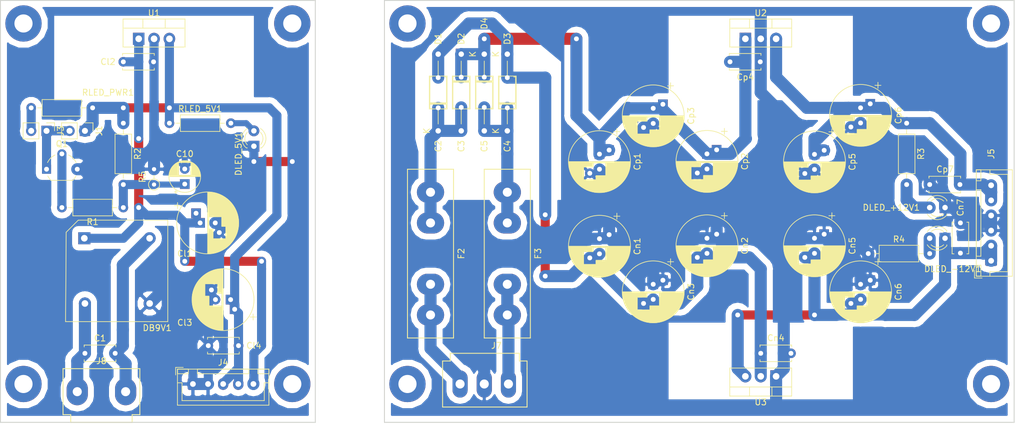
<source format=kicad_pcb>
(kicad_pcb (version 20171130) (host pcbnew 5.0.2-bee76a0~70~ubuntu16.04.1)

  (general
    (thickness 1.6)
    (drawings 8)
    (tracks 322)
    (zones 0)
    (modules 51)
    (nets 22)
  )

  (page A4)
  (title_block
    (title Mixersupply)
    (date 2018-10-19)
    (rev 1)
  )

  (layers
    (0 F.Cu signal)
    (31 B.Cu signal)
    (32 B.Adhes user)
    (33 F.Adhes user)
    (34 B.Paste user)
    (35 F.Paste user)
    (36 B.SilkS user)
    (37 F.SilkS user)
    (38 B.Mask user)
    (39 F.Mask user)
    (40 Dwgs.User user)
    (41 Cmts.User user)
    (42 Eco1.User user)
    (43 Eco2.User user)
    (44 Edge.Cuts user)
    (45 Margin user)
    (46 B.CrtYd user)
    (47 F.CrtYd user)
    (48 B.Fab user)
    (49 F.Fab user)
  )

  (setup
    (last_trace_width 1.5)
    (trace_clearance 0.2)
    (zone_clearance 1)
    (zone_45_only no)
    (trace_min 0.2)
    (segment_width 0.2)
    (edge_width 0.15)
    (via_size 1)
    (via_drill 0.8)
    (via_min_size 0.4)
    (via_min_drill 0.3)
    (uvia_size 0.3)
    (uvia_drill 0.1)
    (uvias_allowed no)
    (uvia_min_size 0.2)
    (uvia_min_drill 0.1)
    (pcb_text_width 0.3)
    (pcb_text_size 1.5 1.5)
    (mod_edge_width 0.15)
    (mod_text_size 1 1)
    (mod_text_width 0.15)
    (pad_size 1.524 1.524)
    (pad_drill 0.762)
    (pad_to_mask_clearance 0.2)
    (solder_mask_min_width 0.25)
    (aux_axis_origin 0 0)
    (visible_elements FFFFFF7F)
    (pcbplotparams
      (layerselection 0x010fc_ffffffff)
      (usegerberextensions false)
      (usegerberattributes false)
      (usegerberadvancedattributes false)
      (creategerberjobfile false)
      (excludeedgelayer true)
      (linewidth 0.100000)
      (plotframeref false)
      (viasonmask false)
      (mode 1)
      (useauxorigin false)
      (hpglpennumber 1)
      (hpglpenspeed 20)
      (hpglpendiameter 15.000000)
      (psnegative false)
      (psa4output false)
      (plotreference true)
      (plotvalue true)
      (plotinvisibletext false)
      (padsonsilk false)
      (subtractmaskfromsilk false)
      (outputformat 1)
      (mirror false)
      (drillshape 1)
      (scaleselection 1)
      (outputdirectory ""))
  )

  (net 0 "")
  (net 1 "Net-(C2-Pad1)")
  (net 2 "Net-(C2-Pad2)")
  (net 3 GNDD)
  (net 4 GNDA)
  (net 5 "Net-(C10-Pad1)")
  (net 6 +5V)
  (net 7 "Net-(DLED_+12V1-Pad2)")
  (net 8 "Net-(DLED_-12V1-Pad2)")
  (net 9 "Net-(DLED_5V1-Pad2)")
  (net 10 "Net-(F2-Pad2)")
  (net 11 "Net-(F3-Pad2)")
  (net 12 "Net-(J1-Pad2)")
  (net 13 "Net-(J3-Pad2)")
  (net 14 "Net-(Q1-Pad2)")
  (net 15 "Net-(C3-Pad1)")
  (net 16 "Net-(C4-Pad1)")
  (net 17 -15V)
  (net 18 +15V)
  (net 19 /9VAC_1)
  (net 20 /9VAC_2)
  (net 21 /9V)

  (net_class Default "This is the default net class."
    (clearance 0.2)
    (trace_width 1.5)
    (via_dia 1)
    (via_drill 0.8)
    (uvia_dia 0.3)
    (uvia_drill 0.1)
    (add_net +15V)
    (add_net -15V)
    (add_net /9V)
    (add_net /9VAC_1)
    (add_net /9VAC_2)
    (add_net "Net-(C10-Pad1)")
    (add_net "Net-(C2-Pad1)")
    (add_net "Net-(C2-Pad2)")
    (add_net "Net-(C3-Pad1)")
    (add_net "Net-(C4-Pad1)")
    (add_net "Net-(DLED_+12V1-Pad2)")
    (add_net "Net-(DLED_-12V1-Pad2)")
    (add_net "Net-(DLED_5V1-Pad2)")
    (add_net "Net-(F2-Pad2)")
    (add_net "Net-(F3-Pad2)")
    (add_net "Net-(J1-Pad2)")
    (add_net "Net-(J3-Pad2)")
    (add_net "Net-(Q1-Pad2)")
  )

  (net_class Power ""
    (clearance 0.5)
    (trace_width 2)
    (via_dia 1)
    (via_drill 0.8)
    (uvia_dia 0.3)
    (uvia_drill 0.1)
    (add_net +5V)
    (add_net GNDA)
    (add_net GNDD)
  )

  (module Capacitor_THT:C_Disc_D5.0mm_W2.5mm_P5.00mm (layer F.Cu) (tedit 5AE50EF0) (tstamp 5CFC4D9B)
    (at 26.67 71.12)
    (descr "C, Disc series, Radial, pin pitch=5.00mm, , diameter*width=5*2.5mm^2, Capacitor, http://cdn-reichelt.de/documents/datenblatt/B300/DS_KERKO_TC.pdf")
    (tags "C Disc series Radial pin pitch 5.00mm  diameter 5mm width 2.5mm Capacitor")
    (path /5BD527B0)
    (fp_text reference C1 (at 2.5 -2.5) (layer F.SilkS)
      (effects (font (size 1 1) (thickness 0.15)))
    )
    (fp_text value 10n (at 2.5 2.5) (layer F.Fab)
      (effects (font (size 1 1) (thickness 0.15)))
    )
    (fp_text user %R (at 2.5 0) (layer F.Fab)
      (effects (font (size 1 1) (thickness 0.15)))
    )
    (fp_line (start 6.05 -1.5) (end -1.05 -1.5) (layer F.CrtYd) (width 0.05))
    (fp_line (start 6.05 1.5) (end 6.05 -1.5) (layer F.CrtYd) (width 0.05))
    (fp_line (start -1.05 1.5) (end 6.05 1.5) (layer F.CrtYd) (width 0.05))
    (fp_line (start -1.05 -1.5) (end -1.05 1.5) (layer F.CrtYd) (width 0.05))
    (fp_line (start 5.12 1.055) (end 5.12 1.37) (layer F.SilkS) (width 0.12))
    (fp_line (start 5.12 -1.37) (end 5.12 -1.055) (layer F.SilkS) (width 0.12))
    (fp_line (start -0.12 1.055) (end -0.12 1.37) (layer F.SilkS) (width 0.12))
    (fp_line (start -0.12 -1.37) (end -0.12 -1.055) (layer F.SilkS) (width 0.12))
    (fp_line (start -0.12 1.37) (end 5.12 1.37) (layer F.SilkS) (width 0.12))
    (fp_line (start -0.12 -1.37) (end 5.12 -1.37) (layer F.SilkS) (width 0.12))
    (fp_line (start 5 -1.25) (end 0 -1.25) (layer F.Fab) (width 0.1))
    (fp_line (start 5 1.25) (end 5 -1.25) (layer F.Fab) (width 0.1))
    (fp_line (start 0 1.25) (end 5 1.25) (layer F.Fab) (width 0.1))
    (fp_line (start 0 -1.25) (end 0 1.25) (layer F.Fab) (width 0.1))
    (pad 2 thru_hole circle (at 5 0) (size 1.6 1.6) (drill 0.8) (layers *.Cu *.Mask)
      (net 19 /9VAC_1))
    (pad 1 thru_hole circle (at 0 0) (size 1.6 1.6) (drill 0.8) (layers *.Cu *.Mask)
      (net 20 /9VAC_2))
    (model ${KISYS3DMOD}/Capacitor_THT.3dshapes/C_Disc_D5.0mm_W2.5mm_P5.00mm.wrl
      (at (xyz 0 0 0))
      (scale (xyz 1 1 1))
      (rotate (xyz 0 0 0))
    )
  )

  (module Capacitor_THT:C_Disc_D5.0mm_W2.5mm_P5.00mm (layer F.Cu) (tedit 5AE50EF0) (tstamp 5BE8A85A)
    (at 85.09 30.48 90)
    (descr "C, Disc series, Radial, pin pitch=5.00mm, , diameter*width=5*2.5mm^2, Capacitor, http://cdn-reichelt.de/documents/datenblatt/B300/DS_KERKO_TC.pdf")
    (tags "C Disc series Radial pin pitch 5.00mm  diameter 5mm width 2.5mm Capacitor")
    (path /5BC7C4B3)
    (fp_text reference C2 (at -6.35 0 90) (layer F.SilkS)
      (effects (font (size 1 1) (thickness 0.15)))
    )
    (fp_text value 10n (at 2.5 2.5 90) (layer F.Fab)
      (effects (font (size 1 1) (thickness 0.15)))
    )
    (fp_line (start 0 -1.25) (end 0 1.25) (layer F.Fab) (width 0.1))
    (fp_line (start 0 1.25) (end 5 1.25) (layer F.Fab) (width 0.1))
    (fp_line (start 5 1.25) (end 5 -1.25) (layer F.Fab) (width 0.1))
    (fp_line (start 5 -1.25) (end 0 -1.25) (layer F.Fab) (width 0.1))
    (fp_line (start -0.12 -1.37) (end 5.12 -1.37) (layer F.SilkS) (width 0.12))
    (fp_line (start -0.12 1.37) (end 5.12 1.37) (layer F.SilkS) (width 0.12))
    (fp_line (start -0.12 -1.37) (end -0.12 -1.055) (layer F.SilkS) (width 0.12))
    (fp_line (start -0.12 1.055) (end -0.12 1.37) (layer F.SilkS) (width 0.12))
    (fp_line (start 5.12 -1.37) (end 5.12 -1.055) (layer F.SilkS) (width 0.12))
    (fp_line (start 5.12 1.055) (end 5.12 1.37) (layer F.SilkS) (width 0.12))
    (fp_line (start -1.05 -1.5) (end -1.05 1.5) (layer F.CrtYd) (width 0.05))
    (fp_line (start -1.05 1.5) (end 6.05 1.5) (layer F.CrtYd) (width 0.05))
    (fp_line (start 6.05 1.5) (end 6.05 -1.5) (layer F.CrtYd) (width 0.05))
    (fp_line (start 6.05 -1.5) (end -1.05 -1.5) (layer F.CrtYd) (width 0.05))
    (fp_text user %R (at 2.5 0 90) (layer F.Fab)
      (effects (font (size 1 1) (thickness 0.15)))
    )
    (pad 1 thru_hole circle (at 0 0 90) (size 1.6 1.6) (drill 0.8) (layers *.Cu *.Mask)
      (net 1 "Net-(C2-Pad1)"))
    (pad 2 thru_hole circle (at 5 0 90) (size 1.6 1.6) (drill 0.8) (layers *.Cu *.Mask)
      (net 2 "Net-(C2-Pad2)"))
    (model ${KISYS3DMOD}/Capacitor_THT.3dshapes/C_Disc_D5.0mm_W2.5mm_P5.00mm.wrl
      (at (xyz 0 0 0))
      (scale (xyz 1 1 1))
      (rotate (xyz 0 0 0))
    )
  )

  (module Capacitor_THT:C_Disc_D5.0mm_W2.5mm_P5.00mm (layer F.Cu) (tedit 5AE50EF0) (tstamp 5BE8A86F)
    (at 88.9 25.4 270)
    (descr "C, Disc series, Radial, pin pitch=5.00mm, , diameter*width=5*2.5mm^2, Capacitor, http://cdn-reichelt.de/documents/datenblatt/B300/DS_KERKO_TC.pdf")
    (tags "C Disc series Radial pin pitch 5.00mm  diameter 5mm width 2.5mm Capacitor")
    (path /5BC7C541)
    (fp_text reference C3 (at 11.43 0 270) (layer F.SilkS)
      (effects (font (size 1 1) (thickness 0.15)))
    )
    (fp_text value 10n (at 2.5 2.5 270) (layer F.Fab)
      (effects (font (size 1 1) (thickness 0.15)))
    )
    (fp_text user %R (at 2.5 0 270) (layer F.Fab)
      (effects (font (size 1 1) (thickness 0.15)))
    )
    (fp_line (start 6.05 -1.5) (end -1.05 -1.5) (layer F.CrtYd) (width 0.05))
    (fp_line (start 6.05 1.5) (end 6.05 -1.5) (layer F.CrtYd) (width 0.05))
    (fp_line (start -1.05 1.5) (end 6.05 1.5) (layer F.CrtYd) (width 0.05))
    (fp_line (start -1.05 -1.5) (end -1.05 1.5) (layer F.CrtYd) (width 0.05))
    (fp_line (start 5.12 1.055) (end 5.12 1.37) (layer F.SilkS) (width 0.12))
    (fp_line (start 5.12 -1.37) (end 5.12 -1.055) (layer F.SilkS) (width 0.12))
    (fp_line (start -0.12 1.055) (end -0.12 1.37) (layer F.SilkS) (width 0.12))
    (fp_line (start -0.12 -1.37) (end -0.12 -1.055) (layer F.SilkS) (width 0.12))
    (fp_line (start -0.12 1.37) (end 5.12 1.37) (layer F.SilkS) (width 0.12))
    (fp_line (start -0.12 -1.37) (end 5.12 -1.37) (layer F.SilkS) (width 0.12))
    (fp_line (start 5 -1.25) (end 0 -1.25) (layer F.Fab) (width 0.1))
    (fp_line (start 5 1.25) (end 5 -1.25) (layer F.Fab) (width 0.1))
    (fp_line (start 0 1.25) (end 5 1.25) (layer F.Fab) (width 0.1))
    (fp_line (start 0 -1.25) (end 0 1.25) (layer F.Fab) (width 0.1))
    (pad 2 thru_hole circle (at 5 0 270) (size 1.6 1.6) (drill 0.8) (layers *.Cu *.Mask)
      (net 1 "Net-(C2-Pad1)"))
    (pad 1 thru_hole circle (at 0 0 270) (size 1.6 1.6) (drill 0.8) (layers *.Cu *.Mask)
      (net 15 "Net-(C3-Pad1)"))
    (model ${KISYS3DMOD}/Capacitor_THT.3dshapes/C_Disc_D5.0mm_W2.5mm_P5.00mm.wrl
      (at (xyz 0 0 0))
      (scale (xyz 1 1 1))
      (rotate (xyz 0 0 0))
    )
  )

  (module Capacitor_THT:C_Disc_D5.0mm_W2.5mm_P5.00mm (layer F.Cu) (tedit 5AE50EF0) (tstamp 5BD35A37)
    (at 96.52 30.48 90)
    (descr "C, Disc series, Radial, pin pitch=5.00mm, , diameter*width=5*2.5mm^2, Capacitor, http://cdn-reichelt.de/documents/datenblatt/B300/DS_KERKO_TC.pdf")
    (tags "C Disc series Radial pin pitch 5.00mm  diameter 5mm width 2.5mm Capacitor")
    (path /5BC7C617)
    (fp_text reference C4 (at -6.35 0 90) (layer F.SilkS)
      (effects (font (size 1 1) (thickness 0.15)))
    )
    (fp_text value 10n (at 2.5 2.5 90) (layer F.Fab)
      (effects (font (size 1 1) (thickness 0.15)))
    )
    (fp_line (start 0 -1.25) (end 0 1.25) (layer F.Fab) (width 0.1))
    (fp_line (start 0 1.25) (end 5 1.25) (layer F.Fab) (width 0.1))
    (fp_line (start 5 1.25) (end 5 -1.25) (layer F.Fab) (width 0.1))
    (fp_line (start 5 -1.25) (end 0 -1.25) (layer F.Fab) (width 0.1))
    (fp_line (start -0.12 -1.37) (end 5.12 -1.37) (layer F.SilkS) (width 0.12))
    (fp_line (start -0.12 1.37) (end 5.12 1.37) (layer F.SilkS) (width 0.12))
    (fp_line (start -0.12 -1.37) (end -0.12 -1.055) (layer F.SilkS) (width 0.12))
    (fp_line (start -0.12 1.055) (end -0.12 1.37) (layer F.SilkS) (width 0.12))
    (fp_line (start 5.12 -1.37) (end 5.12 -1.055) (layer F.SilkS) (width 0.12))
    (fp_line (start 5.12 1.055) (end 5.12 1.37) (layer F.SilkS) (width 0.12))
    (fp_line (start -1.05 -1.5) (end -1.05 1.5) (layer F.CrtYd) (width 0.05))
    (fp_line (start -1.05 1.5) (end 6.05 1.5) (layer F.CrtYd) (width 0.05))
    (fp_line (start 6.05 1.5) (end 6.05 -1.5) (layer F.CrtYd) (width 0.05))
    (fp_line (start 6.05 -1.5) (end -1.05 -1.5) (layer F.CrtYd) (width 0.05))
    (fp_text user %R (at 2.5 0 90) (layer F.Fab)
      (effects (font (size 1 1) (thickness 0.15)))
    )
    (pad 1 thru_hole circle (at 0 0 90) (size 1.6 1.6) (drill 0.8) (layers *.Cu *.Mask)
      (net 16 "Net-(C4-Pad1)"))
    (pad 2 thru_hole circle (at 5 0 90) (size 1.6 1.6) (drill 0.8) (layers *.Cu *.Mask)
      (net 2 "Net-(C2-Pad2)"))
    (model ${KISYS3DMOD}/Capacitor_THT.3dshapes/C_Disc_D5.0mm_W2.5mm_P5.00mm.wrl
      (at (xyz 0 0 0))
      (scale (xyz 1 1 1))
      (rotate (xyz 0 0 0))
    )
  )

  (module Capacitor_THT:C_Disc_D5.0mm_W2.5mm_P5.00mm (layer F.Cu) (tedit 5AE50EF0) (tstamp 5BE8A899)
    (at 92.71 25.4 270)
    (descr "C, Disc series, Radial, pin pitch=5.00mm, , diameter*width=5*2.5mm^2, Capacitor, http://cdn-reichelt.de/documents/datenblatt/B300/DS_KERKO_TC.pdf")
    (tags "C Disc series Radial pin pitch 5.00mm  diameter 5mm width 2.5mm Capacitor")
    (path /5BC7C419)
    (fp_text reference C5 (at 11.43 0 270) (layer F.SilkS)
      (effects (font (size 1 1) (thickness 0.15)))
    )
    (fp_text value 10n (at 2.5 2.5 270) (layer F.Fab)
      (effects (font (size 1 1) (thickness 0.15)))
    )
    (fp_text user %R (at 2.5 0 270) (layer F.Fab)
      (effects (font (size 1 1) (thickness 0.15)))
    )
    (fp_line (start 6.05 -1.5) (end -1.05 -1.5) (layer F.CrtYd) (width 0.05))
    (fp_line (start 6.05 1.5) (end 6.05 -1.5) (layer F.CrtYd) (width 0.05))
    (fp_line (start -1.05 1.5) (end 6.05 1.5) (layer F.CrtYd) (width 0.05))
    (fp_line (start -1.05 -1.5) (end -1.05 1.5) (layer F.CrtYd) (width 0.05))
    (fp_line (start 5.12 1.055) (end 5.12 1.37) (layer F.SilkS) (width 0.12))
    (fp_line (start 5.12 -1.37) (end 5.12 -1.055) (layer F.SilkS) (width 0.12))
    (fp_line (start -0.12 1.055) (end -0.12 1.37) (layer F.SilkS) (width 0.12))
    (fp_line (start -0.12 -1.37) (end -0.12 -1.055) (layer F.SilkS) (width 0.12))
    (fp_line (start -0.12 1.37) (end 5.12 1.37) (layer F.SilkS) (width 0.12))
    (fp_line (start -0.12 -1.37) (end 5.12 -1.37) (layer F.SilkS) (width 0.12))
    (fp_line (start 5 -1.25) (end 0 -1.25) (layer F.Fab) (width 0.1))
    (fp_line (start 5 1.25) (end 5 -1.25) (layer F.Fab) (width 0.1))
    (fp_line (start 0 1.25) (end 5 1.25) (layer F.Fab) (width 0.1))
    (fp_line (start 0 -1.25) (end 0 1.25) (layer F.Fab) (width 0.1))
    (pad 2 thru_hole circle (at 5 0 270) (size 1.6 1.6) (drill 0.8) (layers *.Cu *.Mask)
      (net 16 "Net-(C4-Pad1)"))
    (pad 1 thru_hole circle (at 0 0 270) (size 1.6 1.6) (drill 0.8) (layers *.Cu *.Mask)
      (net 15 "Net-(C3-Pad1)"))
    (model ${KISYS3DMOD}/Capacitor_THT.3dshapes/C_Disc_D5.0mm_W2.5mm_P5.00mm.wrl
      (at (xyz 0 0 0))
      (scale (xyz 1 1 1))
      (rotate (xyz 0 0 0))
    )
  )

  (module Diode_THT:D_A-405_P12.70mm_Horizontal (layer F.Cu) (tedit 5AE50CD5) (tstamp 5BE8B3A5)
    (at 85.09 34.29 90)
    (descr "Diode, A-405 series, Axial, Horizontal, pin pitch=12.7mm, , length*diameter=5.2*2.7mm^2, , http://www.diodes.com/_files/packages/A-405.pdf")
    (tags "Diode A-405 series Axial Horizontal pin pitch 12.7mm  length 5.2mm diameter 2.7mm")
    (path /5BC2762F)
    (fp_text reference D1 (at 15.24 0 90) (layer F.SilkS)
      (effects (font (size 1 1) (thickness 0.15)))
    )
    (fp_text value 1N4001 (at 6.35 2.47 90) (layer F.Fab)
      (effects (font (size 1 1) (thickness 0.15)))
    )
    (fp_text user K (at 0 -1.9 90) (layer F.SilkS)
      (effects (font (size 1 1) (thickness 0.15)))
    )
    (fp_text user K (at 0 -1.9 90) (layer F.Fab)
      (effects (font (size 1 1) (thickness 0.15)))
    )
    (fp_text user %R (at 6.74 0 90) (layer F.Fab)
      (effects (font (size 1 1) (thickness 0.15)))
    )
    (fp_line (start 13.85 -1.6) (end -1.15 -1.6) (layer F.CrtYd) (width 0.05))
    (fp_line (start 13.85 1.6) (end 13.85 -1.6) (layer F.CrtYd) (width 0.05))
    (fp_line (start -1.15 1.6) (end 13.85 1.6) (layer F.CrtYd) (width 0.05))
    (fp_line (start -1.15 -1.6) (end -1.15 1.6) (layer F.CrtYd) (width 0.05))
    (fp_line (start 4.41 -1.47) (end 4.41 1.47) (layer F.SilkS) (width 0.12))
    (fp_line (start 4.65 -1.47) (end 4.65 1.47) (layer F.SilkS) (width 0.12))
    (fp_line (start 4.53 -1.47) (end 4.53 1.47) (layer F.SilkS) (width 0.12))
    (fp_line (start 11.56 0) (end 9.07 0) (layer F.SilkS) (width 0.12))
    (fp_line (start 1.14 0) (end 3.63 0) (layer F.SilkS) (width 0.12))
    (fp_line (start 9.07 -1.47) (end 3.63 -1.47) (layer F.SilkS) (width 0.12))
    (fp_line (start 9.07 1.47) (end 9.07 -1.47) (layer F.SilkS) (width 0.12))
    (fp_line (start 3.63 1.47) (end 9.07 1.47) (layer F.SilkS) (width 0.12))
    (fp_line (start 3.63 -1.47) (end 3.63 1.47) (layer F.SilkS) (width 0.12))
    (fp_line (start 4.43 -1.35) (end 4.43 1.35) (layer F.Fab) (width 0.1))
    (fp_line (start 4.63 -1.35) (end 4.63 1.35) (layer F.Fab) (width 0.1))
    (fp_line (start 4.53 -1.35) (end 4.53 1.35) (layer F.Fab) (width 0.1))
    (fp_line (start 12.7 0) (end 8.95 0) (layer F.Fab) (width 0.1))
    (fp_line (start 0 0) (end 3.75 0) (layer F.Fab) (width 0.1))
    (fp_line (start 8.95 -1.35) (end 3.75 -1.35) (layer F.Fab) (width 0.1))
    (fp_line (start 8.95 1.35) (end 8.95 -1.35) (layer F.Fab) (width 0.1))
    (fp_line (start 3.75 1.35) (end 8.95 1.35) (layer F.Fab) (width 0.1))
    (fp_line (start 3.75 -1.35) (end 3.75 1.35) (layer F.Fab) (width 0.1))
    (pad 2 thru_hole oval (at 12.7 0 90) (size 1.8 1.8) (drill 0.9) (layers *.Cu *.Mask)
      (net 2 "Net-(C2-Pad2)"))
    (pad 1 thru_hole rect (at 0 0 90) (size 1.8 1.8) (drill 0.9) (layers *.Cu *.Mask)
      (net 1 "Net-(C2-Pad1)"))
    (model ${KISYS3DMOD}/Diode_THT.3dshapes/D_A-405_P12.70mm_Horizontal.wrl
      (at (xyz 0 0 0))
      (scale (xyz 1 1 1))
      (rotate (xyz 0 0 0))
    )
  )

  (module Diode_THT:D_A-405_P12.70mm_Horizontal (layer F.Cu) (tedit 5AE50CD5) (tstamp 5BE8B3C4)
    (at 88.9 21.59 270)
    (descr "Diode, A-405 series, Axial, Horizontal, pin pitch=12.7mm, , length*diameter=5.2*2.7mm^2, , http://www.diodes.com/_files/packages/A-405.pdf")
    (tags "Diode A-405 series Axial Horizontal pin pitch 12.7mm  length 5.2mm diameter 2.7mm")
    (path /5BC27385)
    (fp_text reference D2 (at -2.54 0 270) (layer F.SilkS)
      (effects (font (size 1 1) (thickness 0.15)))
    )
    (fp_text value 1N4001 (at 6.35 2.47 270) (layer F.Fab)
      (effects (font (size 1 1) (thickness 0.15)))
    )
    (fp_text user K (at 0 -1.9 270) (layer F.SilkS)
      (effects (font (size 1 1) (thickness 0.15)))
    )
    (fp_text user K (at 0 -1.9 270) (layer F.Fab)
      (effects (font (size 1 1) (thickness 0.15)))
    )
    (fp_text user %R (at 6.74 0 270) (layer F.Fab)
      (effects (font (size 1 1) (thickness 0.15)))
    )
    (fp_line (start 13.85 -1.6) (end -1.15 -1.6) (layer F.CrtYd) (width 0.05))
    (fp_line (start 13.85 1.6) (end 13.85 -1.6) (layer F.CrtYd) (width 0.05))
    (fp_line (start -1.15 1.6) (end 13.85 1.6) (layer F.CrtYd) (width 0.05))
    (fp_line (start -1.15 -1.6) (end -1.15 1.6) (layer F.CrtYd) (width 0.05))
    (fp_line (start 4.41 -1.47) (end 4.41 1.47) (layer F.SilkS) (width 0.12))
    (fp_line (start 4.65 -1.47) (end 4.65 1.47) (layer F.SilkS) (width 0.12))
    (fp_line (start 4.53 -1.47) (end 4.53 1.47) (layer F.SilkS) (width 0.12))
    (fp_line (start 11.56 0) (end 9.07 0) (layer F.SilkS) (width 0.12))
    (fp_line (start 1.14 0) (end 3.63 0) (layer F.SilkS) (width 0.12))
    (fp_line (start 9.07 -1.47) (end 3.63 -1.47) (layer F.SilkS) (width 0.12))
    (fp_line (start 9.07 1.47) (end 9.07 -1.47) (layer F.SilkS) (width 0.12))
    (fp_line (start 3.63 1.47) (end 9.07 1.47) (layer F.SilkS) (width 0.12))
    (fp_line (start 3.63 -1.47) (end 3.63 1.47) (layer F.SilkS) (width 0.12))
    (fp_line (start 4.43 -1.35) (end 4.43 1.35) (layer F.Fab) (width 0.1))
    (fp_line (start 4.63 -1.35) (end 4.63 1.35) (layer F.Fab) (width 0.1))
    (fp_line (start 4.53 -1.35) (end 4.53 1.35) (layer F.Fab) (width 0.1))
    (fp_line (start 12.7 0) (end 8.95 0) (layer F.Fab) (width 0.1))
    (fp_line (start 0 0) (end 3.75 0) (layer F.Fab) (width 0.1))
    (fp_line (start 8.95 -1.35) (end 3.75 -1.35) (layer F.Fab) (width 0.1))
    (fp_line (start 8.95 1.35) (end 8.95 -1.35) (layer F.Fab) (width 0.1))
    (fp_line (start 3.75 1.35) (end 8.95 1.35) (layer F.Fab) (width 0.1))
    (fp_line (start 3.75 -1.35) (end 3.75 1.35) (layer F.Fab) (width 0.1))
    (pad 2 thru_hole oval (at 12.7 0 270) (size 1.8 1.8) (drill 0.9) (layers *.Cu *.Mask)
      (net 1 "Net-(C2-Pad1)"))
    (pad 1 thru_hole rect (at 0 0 270) (size 1.8 1.8) (drill 0.9) (layers *.Cu *.Mask)
      (net 15 "Net-(C3-Pad1)"))
    (model ${KISYS3DMOD}/Diode_THT.3dshapes/D_A-405_P12.70mm_Horizontal.wrl
      (at (xyz 0 0 0))
      (scale (xyz 1 1 1))
      (rotate (xyz 0 0 0))
    )
  )

  (module Diode_THT:D_A-405_P12.70mm_Horizontal (layer F.Cu) (tedit 5AE50CD5) (tstamp 5BE8B3E3)
    (at 96.52 34.29 90)
    (descr "Diode, A-405 series, Axial, Horizontal, pin pitch=12.7mm, , length*diameter=5.2*2.7mm^2, , http://www.diodes.com/_files/packages/A-405.pdf")
    (tags "Diode A-405 series Axial Horizontal pin pitch 12.7mm  length 5.2mm diameter 2.7mm")
    (path /5BC2778D)
    (fp_text reference D3 (at 15.24 0 90) (layer F.SilkS)
      (effects (font (size 1 1) (thickness 0.15)))
    )
    (fp_text value 1N4001 (at 6.35 2.47 90) (layer F.Fab)
      (effects (font (size 1 1) (thickness 0.15)))
    )
    (fp_line (start 3.75 -1.35) (end 3.75 1.35) (layer F.Fab) (width 0.1))
    (fp_line (start 3.75 1.35) (end 8.95 1.35) (layer F.Fab) (width 0.1))
    (fp_line (start 8.95 1.35) (end 8.95 -1.35) (layer F.Fab) (width 0.1))
    (fp_line (start 8.95 -1.35) (end 3.75 -1.35) (layer F.Fab) (width 0.1))
    (fp_line (start 0 0) (end 3.75 0) (layer F.Fab) (width 0.1))
    (fp_line (start 12.7 0) (end 8.95 0) (layer F.Fab) (width 0.1))
    (fp_line (start 4.53 -1.35) (end 4.53 1.35) (layer F.Fab) (width 0.1))
    (fp_line (start 4.63 -1.35) (end 4.63 1.35) (layer F.Fab) (width 0.1))
    (fp_line (start 4.43 -1.35) (end 4.43 1.35) (layer F.Fab) (width 0.1))
    (fp_line (start 3.63 -1.47) (end 3.63 1.47) (layer F.SilkS) (width 0.12))
    (fp_line (start 3.63 1.47) (end 9.07 1.47) (layer F.SilkS) (width 0.12))
    (fp_line (start 9.07 1.47) (end 9.07 -1.47) (layer F.SilkS) (width 0.12))
    (fp_line (start 9.07 -1.47) (end 3.63 -1.47) (layer F.SilkS) (width 0.12))
    (fp_line (start 1.14 0) (end 3.63 0) (layer F.SilkS) (width 0.12))
    (fp_line (start 11.56 0) (end 9.07 0) (layer F.SilkS) (width 0.12))
    (fp_line (start 4.53 -1.47) (end 4.53 1.47) (layer F.SilkS) (width 0.12))
    (fp_line (start 4.65 -1.47) (end 4.65 1.47) (layer F.SilkS) (width 0.12))
    (fp_line (start 4.41 -1.47) (end 4.41 1.47) (layer F.SilkS) (width 0.12))
    (fp_line (start -1.15 -1.6) (end -1.15 1.6) (layer F.CrtYd) (width 0.05))
    (fp_line (start -1.15 1.6) (end 13.85 1.6) (layer F.CrtYd) (width 0.05))
    (fp_line (start 13.85 1.6) (end 13.85 -1.6) (layer F.CrtYd) (width 0.05))
    (fp_line (start 13.85 -1.6) (end -1.15 -1.6) (layer F.CrtYd) (width 0.05))
    (fp_text user %R (at 6.74 0 90) (layer F.Fab)
      (effects (font (size 1 1) (thickness 0.15)))
    )
    (fp_text user K (at 0 -1.9 90) (layer F.Fab)
      (effects (font (size 1 1) (thickness 0.15)))
    )
    (fp_text user K (at 0 -1.9 90) (layer F.SilkS)
      (effects (font (size 1 1) (thickness 0.15)))
    )
    (pad 1 thru_hole rect (at 0 0 90) (size 1.8 1.8) (drill 0.9) (layers *.Cu *.Mask)
      (net 16 "Net-(C4-Pad1)"))
    (pad 2 thru_hole oval (at 12.7 0 90) (size 1.8 1.8) (drill 0.9) (layers *.Cu *.Mask)
      (net 2 "Net-(C2-Pad2)"))
    (model ${KISYS3DMOD}/Diode_THT.3dshapes/D_A-405_P12.70mm_Horizontal.wrl
      (at (xyz 0 0 0))
      (scale (xyz 1 1 1))
      (rotate (xyz 0 0 0))
    )
  )

  (module Diode_THT:D_A-405_P12.70mm_Horizontal (layer F.Cu) (tedit 5AE50CD5) (tstamp 5BE8B402)
    (at 92.71 21.59 270)
    (descr "Diode, A-405 series, Axial, Horizontal, pin pitch=12.7mm, , length*diameter=5.2*2.7mm^2, , http://www.diodes.com/_files/packages/A-405.pdf")
    (tags "Diode A-405 series Axial Horizontal pin pitch 12.7mm  length 5.2mm diameter 2.7mm")
    (path /5BC27515)
    (fp_text reference D4 (at -5.08 0 270) (layer F.SilkS)
      (effects (font (size 1 1) (thickness 0.15)))
    )
    (fp_text value 1N4001 (at 6.35 2.47 270) (layer F.Fab)
      (effects (font (size 1 1) (thickness 0.15)))
    )
    (fp_line (start 3.75 -1.35) (end 3.75 1.35) (layer F.Fab) (width 0.1))
    (fp_line (start 3.75 1.35) (end 8.95 1.35) (layer F.Fab) (width 0.1))
    (fp_line (start 8.95 1.35) (end 8.95 -1.35) (layer F.Fab) (width 0.1))
    (fp_line (start 8.95 -1.35) (end 3.75 -1.35) (layer F.Fab) (width 0.1))
    (fp_line (start 0 0) (end 3.75 0) (layer F.Fab) (width 0.1))
    (fp_line (start 12.7 0) (end 8.95 0) (layer F.Fab) (width 0.1))
    (fp_line (start 4.53 -1.35) (end 4.53 1.35) (layer F.Fab) (width 0.1))
    (fp_line (start 4.63 -1.35) (end 4.63 1.35) (layer F.Fab) (width 0.1))
    (fp_line (start 4.43 -1.35) (end 4.43 1.35) (layer F.Fab) (width 0.1))
    (fp_line (start 3.63 -1.47) (end 3.63 1.47) (layer F.SilkS) (width 0.12))
    (fp_line (start 3.63 1.47) (end 9.07 1.47) (layer F.SilkS) (width 0.12))
    (fp_line (start 9.07 1.47) (end 9.07 -1.47) (layer F.SilkS) (width 0.12))
    (fp_line (start 9.07 -1.47) (end 3.63 -1.47) (layer F.SilkS) (width 0.12))
    (fp_line (start 1.14 0) (end 3.63 0) (layer F.SilkS) (width 0.12))
    (fp_line (start 11.56 0) (end 9.07 0) (layer F.SilkS) (width 0.12))
    (fp_line (start 4.53 -1.47) (end 4.53 1.47) (layer F.SilkS) (width 0.12))
    (fp_line (start 4.65 -1.47) (end 4.65 1.47) (layer F.SilkS) (width 0.12))
    (fp_line (start 4.41 -1.47) (end 4.41 1.47) (layer F.SilkS) (width 0.12))
    (fp_line (start -1.15 -1.6) (end -1.15 1.6) (layer F.CrtYd) (width 0.05))
    (fp_line (start -1.15 1.6) (end 13.85 1.6) (layer F.CrtYd) (width 0.05))
    (fp_line (start 13.85 1.6) (end 13.85 -1.6) (layer F.CrtYd) (width 0.05))
    (fp_line (start 13.85 -1.6) (end -1.15 -1.6) (layer F.CrtYd) (width 0.05))
    (fp_text user %R (at 6.74 0 270) (layer F.Fab)
      (effects (font (size 1 1) (thickness 0.15)))
    )
    (fp_text user K (at 0 -1.9 270) (layer F.Fab)
      (effects (font (size 1 1) (thickness 0.15)))
    )
    (fp_text user K (at 0 -1.9 270) (layer F.SilkS)
      (effects (font (size 1 1) (thickness 0.15)))
    )
    (pad 1 thru_hole rect (at 0 0 270) (size 1.8 1.8) (drill 0.9) (layers *.Cu *.Mask)
      (net 15 "Net-(C3-Pad1)"))
    (pad 2 thru_hole oval (at 12.7 0 270) (size 1.8 1.8) (drill 0.9) (layers *.Cu *.Mask)
      (net 16 "Net-(C4-Pad1)"))
    (model ${KISYS3DMOD}/Diode_THT.3dshapes/D_A-405_P12.70mm_Horizontal.wrl
      (at (xyz 0 0 0))
      (scale (xyz 1 1 1))
      (rotate (xyz 0 0 0))
    )
  )

  (module Diode_THT:Diode_Bridge_16.7x16.7x6.3mm_P10.8mm (layer F.Cu) (tedit 5A50B9B1) (tstamp 5CFC4ADD)
    (at 26.57 52.07)
    (descr "Single phase bridge rectifier case 16.7x16.7")
    (tags "Diode Bridge")
    (path /5BA99D11)
    (fp_text reference DB9V1 (at 12.05 14.85 -180) (layer F.SilkS)
      (effects (font (size 1 1) (thickness 0.15)))
    )
    (fp_text value "Diode Bridge" (at 5.55 -4.15 -180) (layer F.Fab)
      (effects (font (size 1 1) (thickness 0.15)))
    )
    (fp_line (start -1.1 -3.2) (end 14 -3.2) (layer F.CrtYd) (width 0.05))
    (fp_line (start -3.2 -1.1) (end -1.1 -3.2) (layer F.CrtYd) (width 0.05))
    (fp_line (start -3.3 14) (end -3.2 -1.1) (layer F.CrtYd) (width 0.05))
    (fp_line (start 14 14) (end -3.3 14) (layer F.CrtYd) (width 0.05))
    (fp_line (start 14 -3.2) (end 14 14) (layer F.CrtYd) (width 0.05))
    (fp_line (start 13.8 13.8) (end 13.8 -3) (layer F.SilkS) (width 0.12))
    (fp_line (start -3.1 13.8) (end 13.8 13.8) (layer F.SilkS) (width 0.12))
    (fp_line (start -3 -1) (end -3.1 13.8) (layer F.SilkS) (width 0.12))
    (fp_line (start -1 -3) (end -3 -1) (layer F.SilkS) (width 0.12))
    (fp_line (start 13.8 -3) (end -1 -3) (layer F.SilkS) (width 0.12))
    (fp_line (start -3 13.75) (end -2.95 -0.95) (layer F.Fab) (width 0.12))
    (fp_line (start 13.75 13.75) (end -3 13.75) (layer F.Fab) (width 0.12))
    (fp_line (start 13.75 -2.95) (end 13.75 13.75) (layer F.Fab) (width 0.12))
    (fp_line (start -0.95 -2.95) (end 13.75 -2.95) (layer F.Fab) (width 0.12))
    (fp_line (start -2.95 -0.95) (end -0.95 -2.95) (layer F.Fab) (width 0.12))
    (fp_text user %R (at 5.2 5.415 -180) (layer F.Fab)
      (effects (font (size 1 1) (thickness 0.15)))
    )
    (pad 3 thru_hole circle (at 10.8 10.8 180) (size 2 2) (drill 1.1) (layers *.Cu *.Mask)
      (net 3 GNDD))
    (pad 4 thru_hole circle (at 10.8 0 180) (size 2 2) (drill 1.1) (layers *.Cu *.Mask)
      (net 19 /9VAC_1))
    (pad 1 thru_hole rect (at 0 0 180) (size 2 2) (drill 1.1) (layers *.Cu *.Mask)
      (net 21 /9V))
    (pad 2 thru_hole circle (at 0.1 10.8 180) (size 2 2) (drill 1.1) (layers *.Cu *.Mask)
      (net 20 /9VAC_2))
    (model ${KISYS3DMOD}/Diode_THT.3dshapes/Diode_Bridge_16.7x16.7x6.3mm_P10.8mm.wrl
      (at (xyz 0 0 0))
      (scale (xyz 1 1 1))
      (rotate (xyz 0 0 0))
    )
  )

  (module LED_THT:LED_D3.0mm_Clear (layer F.Cu) (tedit 5A6C9BC0) (tstamp 5BD3A586)
    (at 168.91 46.99 180)
    (descr "IR-LED, diameter 3.0mm, 2 pins, color: clear")
    (tags "IR infrared LED diameter 3.0mm 2 pins clear")
    (path /5BB079C7)
    (fp_text reference DLED_+12V1 (at 8.89 0 180) (layer F.SilkS)
      (effects (font (size 1 1) (thickness 0.15)))
    )
    (fp_text value LED (at 1.27 2.96 180) (layer F.Fab)
      (effects (font (size 1 1) (thickness 0.15)))
    )
    (fp_text user %R (at 1.47 0 180) (layer F.Fab)
      (effects (font (size 0.8 0.8) (thickness 0.12)))
    )
    (fp_line (start -0.23 -1.16619) (end -0.23 1.16619) (layer F.Fab) (width 0.1))
    (fp_line (start -0.29 -1.236) (end -0.29 -1.08) (layer F.SilkS) (width 0.12))
    (fp_line (start -0.29 1.08) (end -0.29 1.236) (layer F.SilkS) (width 0.12))
    (fp_line (start -1.15 -2.25) (end -1.15 2.25) (layer F.CrtYd) (width 0.05))
    (fp_line (start -1.15 2.25) (end 3.7 2.25) (layer F.CrtYd) (width 0.05))
    (fp_line (start 3.7 2.25) (end 3.7 -2.25) (layer F.CrtYd) (width 0.05))
    (fp_line (start 3.7 -2.25) (end -1.15 -2.25) (layer F.CrtYd) (width 0.05))
    (fp_circle (center 1.27 0) (end 2.77 0) (layer F.Fab) (width 0.1))
    (fp_arc (start 1.27 0) (end -0.23 -1.16619) (angle 284.3) (layer F.Fab) (width 0.1))
    (fp_arc (start 1.27 0) (end -0.29 -1.235516) (angle 108.8) (layer F.SilkS) (width 0.12))
    (fp_arc (start 1.27 0) (end -0.29 1.235516) (angle -108.8) (layer F.SilkS) (width 0.12))
    (fp_arc (start 1.27 0) (end 0.229039 -1.08) (angle 87.9) (layer F.SilkS) (width 0.12))
    (fp_arc (start 1.27 0) (end 0.229039 1.08) (angle -87.9) (layer F.SilkS) (width 0.12))
    (pad 1 thru_hole rect (at 0 0 180) (size 1.8 1.8) (drill 0.9) (layers *.Cu *.Mask)
      (net 4 GNDA))
    (pad 2 thru_hole circle (at 2.54 0 180) (size 1.8 1.8) (drill 0.9) (layers *.Cu *.Mask)
      (net 7 "Net-(DLED_+12V1-Pad2)"))
    (model ${KISYS3DMOD}/LED_THT.3dshapes/LED_D3.0mm_Clear.wrl
      (at (xyz 0 0 0))
      (scale (xyz 1 1 1))
      (rotate (xyz 0 0 0))
    )
  )

  (module LED_THT:LED_D3.0mm_Clear (layer F.Cu) (tedit 5A6C9BC0) (tstamp 5BC61E41)
    (at 168.91 52.07 180)
    (descr "IR-LED, diameter 3.0mm, 2 pins, color: clear")
    (tags "IR infrared LED diameter 3.0mm 2 pins clear")
    (path /5BB07DFF)
    (fp_text reference DLED_-12V1 (at -1.27 -5.08 180) (layer F.SilkS)
      (effects (font (size 1 1) (thickness 0.15)))
    )
    (fp_text value LED (at 1.27 2.96 180) (layer F.Fab)
      (effects (font (size 1 1) (thickness 0.15)))
    )
    (fp_arc (start 1.27 0) (end 0.229039 1.08) (angle -87.9) (layer F.SilkS) (width 0.12))
    (fp_arc (start 1.27 0) (end 0.229039 -1.08) (angle 87.9) (layer F.SilkS) (width 0.12))
    (fp_arc (start 1.27 0) (end -0.29 1.235516) (angle -108.8) (layer F.SilkS) (width 0.12))
    (fp_arc (start 1.27 0) (end -0.29 -1.235516) (angle 108.8) (layer F.SilkS) (width 0.12))
    (fp_arc (start 1.27 0) (end -0.23 -1.16619) (angle 284.3) (layer F.Fab) (width 0.1))
    (fp_circle (center 1.27 0) (end 2.77 0) (layer F.Fab) (width 0.1))
    (fp_line (start 3.7 -2.25) (end -1.15 -2.25) (layer F.CrtYd) (width 0.05))
    (fp_line (start 3.7 2.25) (end 3.7 -2.25) (layer F.CrtYd) (width 0.05))
    (fp_line (start -1.15 2.25) (end 3.7 2.25) (layer F.CrtYd) (width 0.05))
    (fp_line (start -1.15 -2.25) (end -1.15 2.25) (layer F.CrtYd) (width 0.05))
    (fp_line (start -0.29 1.08) (end -0.29 1.236) (layer F.SilkS) (width 0.12))
    (fp_line (start -0.29 -1.236) (end -0.29 -1.08) (layer F.SilkS) (width 0.12))
    (fp_line (start -0.23 -1.16619) (end -0.23 1.16619) (layer F.Fab) (width 0.1))
    (fp_text user %R (at 1.47 0 180) (layer F.Fab)
      (effects (font (size 0.8 0.8) (thickness 0.12)))
    )
    (pad 2 thru_hole circle (at 2.54 0 180) (size 1.8 1.8) (drill 0.9) (layers *.Cu *.Mask)
      (net 8 "Net-(DLED_-12V1-Pad2)"))
    (pad 1 thru_hole rect (at 0 0 180) (size 1.8 1.8) (drill 0.9) (layers *.Cu *.Mask)
      (net 17 -15V))
    (model ${KISYS3DMOD}/LED_THT.3dshapes/LED_D3.0mm_Clear.wrl
      (at (xyz 0 0 0))
      (scale (xyz 1 1 1))
      (rotate (xyz 0 0 0))
    )
  )

  (module LED_THT:LED_D3.0mm_Clear (layer F.Cu) (tedit 5A6C9BC0) (tstamp 5BD34B12)
    (at 54.61 36.83 90)
    (descr "IR-LED, diameter 3.0mm, 2 pins, color: clear")
    (tags "IR infrared LED diameter 3.0mm 2 pins clear")
    (path /5BB23554)
    (fp_text reference DLED_5V1 (at -1.27 -2.54 90) (layer F.SilkS)
      (effects (font (size 1 1) (thickness 0.15)))
    )
    (fp_text value LED (at 1.27 2.96 90) (layer F.Fab)
      (effects (font (size 1 1) (thickness 0.15)))
    )
    (fp_text user %R (at 1.47 0 90) (layer F.Fab)
      (effects (font (size 0.8 0.8) (thickness 0.12)))
    )
    (fp_line (start -0.23 -1.16619) (end -0.23 1.16619) (layer F.Fab) (width 0.1))
    (fp_line (start -0.29 -1.236) (end -0.29 -1.08) (layer F.SilkS) (width 0.12))
    (fp_line (start -0.29 1.08) (end -0.29 1.236) (layer F.SilkS) (width 0.12))
    (fp_line (start -1.15 -2.25) (end -1.15 2.25) (layer F.CrtYd) (width 0.05))
    (fp_line (start -1.15 2.25) (end 3.7 2.25) (layer F.CrtYd) (width 0.05))
    (fp_line (start 3.7 2.25) (end 3.7 -2.25) (layer F.CrtYd) (width 0.05))
    (fp_line (start 3.7 -2.25) (end -1.15 -2.25) (layer F.CrtYd) (width 0.05))
    (fp_circle (center 1.27 0) (end 2.77 0) (layer F.Fab) (width 0.1))
    (fp_arc (start 1.27 0) (end -0.23 -1.16619) (angle 284.3) (layer F.Fab) (width 0.1))
    (fp_arc (start 1.27 0) (end -0.29 -1.235516) (angle 108.8) (layer F.SilkS) (width 0.12))
    (fp_arc (start 1.27 0) (end -0.29 1.235516) (angle -108.8) (layer F.SilkS) (width 0.12))
    (fp_arc (start 1.27 0) (end 0.229039 -1.08) (angle 87.9) (layer F.SilkS) (width 0.12))
    (fp_arc (start 1.27 0) (end 0.229039 1.08) (angle -87.9) (layer F.SilkS) (width 0.12))
    (pad 1 thru_hole rect (at 0 0 90) (size 1.8 1.8) (drill 0.9) (layers *.Cu *.Mask)
      (net 3 GNDD))
    (pad 2 thru_hole circle (at 2.54 0 90) (size 1.8 1.8) (drill 0.9) (layers *.Cu *.Mask)
      (net 9 "Net-(DLED_5V1-Pad2)"))
    (model ${KISYS3DMOD}/LED_THT.3dshapes/LED_D3.0mm_Clear.wrl
      (at (xyz 0 0 0))
      (scale (xyz 1 1 1))
      (rotate (xyz 0 0 0))
    )
  )

  (module mixersupply_fuse:Fuseholder0520 (layer F.Cu) (tedit 5BC4A14C) (tstamp 5BE8D261)
    (at 83.82 54.61 270)
    (path /5BAEC65A)
    (fp_text reference F2 (at 0 -5.08 270) (layer F.SilkS)
      (effects (font (size 1 1) (thickness 0.15)))
    )
    (fp_text value "1A T" (at 0 -6.35 270) (layer F.Fab)
      (effects (font (size 1 1) (thickness 0.15)))
    )
    (fp_line (start -13.97 -3.81) (end 13.97 -3.81) (layer F.SilkS) (width 0.15))
    (fp_line (start -13.97 3.81) (end -13.97 -3.81) (layer F.SilkS) (width 0.15))
    (fp_line (start 13.97 3.81) (end -13.97 3.81) (layer F.SilkS) (width 0.15))
    (fp_line (start 13.97 -3.81) (end 13.97 3.81) (layer F.SilkS) (width 0.15))
    (pad 1 thru_hole oval (at -10.16 0) (size 4.5 3.5) (drill 1.5) (layers *.Cu *.Mask)
      (net 1 "Net-(C2-Pad1)"))
    (pad 1 thru_hole oval (at -5.08 0) (size 4.5 3.5) (drill 1.5) (layers *.Cu *.Mask)
      (net 1 "Net-(C2-Pad1)"))
    (pad 2 thru_hole oval (at 5.08 0) (size 4.5 3.5) (drill 1.5) (layers *.Cu *.Mask)
      (net 10 "Net-(F2-Pad2)"))
    (pad 2 thru_hole oval (at 10.16 0) (size 4.5 3.5) (drill 1.5) (layers *.Cu *.Mask)
      (net 10 "Net-(F2-Pad2)"))
  )

  (module mixersupply_fuse:Fuseholder0520 (layer F.Cu) (tedit 5BC4A14C) (tstamp 5BE8B490)
    (at 96.52 54.61 270)
    (path /5BAEC8A6)
    (fp_text reference F3 (at 0 -5.08 270) (layer F.SilkS)
      (effects (font (size 1 1) (thickness 0.15)))
    )
    (fp_text value "1A T" (at 0 -6.35 270) (layer F.Fab)
      (effects (font (size 1 1) (thickness 0.15)))
    )
    (fp_line (start 13.97 -3.81) (end 13.97 3.81) (layer F.SilkS) (width 0.15))
    (fp_line (start 13.97 3.81) (end -13.97 3.81) (layer F.SilkS) (width 0.15))
    (fp_line (start -13.97 3.81) (end -13.97 -3.81) (layer F.SilkS) (width 0.15))
    (fp_line (start -13.97 -3.81) (end 13.97 -3.81) (layer F.SilkS) (width 0.15))
    (pad 2 thru_hole oval (at 10.16 0) (size 4.5 3.5) (drill 1.5) (layers *.Cu *.Mask)
      (net 11 "Net-(F3-Pad2)"))
    (pad 2 thru_hole oval (at 5.08 0) (size 4.5 3.5) (drill 1.5) (layers *.Cu *.Mask)
      (net 11 "Net-(F3-Pad2)"))
    (pad 1 thru_hole oval (at -5.08 0) (size 4.5 3.5) (drill 1.5) (layers *.Cu *.Mask)
      (net 16 "Net-(C4-Pad1)"))
    (pad 1 thru_hole oval (at -10.16 0) (size 4.5 3.5) (drill 1.5) (layers *.Cu *.Mask)
      (net 16 "Net-(C4-Pad1)"))
  )

  (module Connector_PinHeader_2.54mm:PinHeader_1x02_P2.54mm_Vertical (layer F.Cu) (tedit 59FED5CC) (tstamp 5CFC351F)
    (at 20.32 34.29 270)
    (descr "Through hole straight pin header, 1x02, 2.54mm pitch, single row")
    (tags "Through hole pin header THT 1x02 2.54mm single row")
    (path /5BAAAD4C)
    (fp_text reference J3 (at 0 -2.33 270) (layer F.SilkS)
      (effects (font (size 1 1) (thickness 0.15)))
    )
    (fp_text value "Conn Front Power LED" (at 0 4.87 270) (layer F.Fab)
      (effects (font (size 1 1) (thickness 0.15)))
    )
    (fp_line (start -0.635 -1.27) (end 1.27 -1.27) (layer F.Fab) (width 0.1))
    (fp_line (start 1.27 -1.27) (end 1.27 3.81) (layer F.Fab) (width 0.1))
    (fp_line (start 1.27 3.81) (end -1.27 3.81) (layer F.Fab) (width 0.1))
    (fp_line (start -1.27 3.81) (end -1.27 -0.635) (layer F.Fab) (width 0.1))
    (fp_line (start -1.27 -0.635) (end -0.635 -1.27) (layer F.Fab) (width 0.1))
    (fp_line (start -1.33 3.87) (end 1.33 3.87) (layer F.SilkS) (width 0.12))
    (fp_line (start -1.33 1.27) (end -1.33 3.87) (layer F.SilkS) (width 0.12))
    (fp_line (start 1.33 1.27) (end 1.33 3.87) (layer F.SilkS) (width 0.12))
    (fp_line (start -1.33 1.27) (end 1.33 1.27) (layer F.SilkS) (width 0.12))
    (fp_line (start -1.33 0) (end -1.33 -1.33) (layer F.SilkS) (width 0.12))
    (fp_line (start -1.33 -1.33) (end 0 -1.33) (layer F.SilkS) (width 0.12))
    (fp_line (start -1.8 -1.8) (end -1.8 4.35) (layer F.CrtYd) (width 0.05))
    (fp_line (start -1.8 4.35) (end 1.8 4.35) (layer F.CrtYd) (width 0.05))
    (fp_line (start 1.8 4.35) (end 1.8 -1.8) (layer F.CrtYd) (width 0.05))
    (fp_line (start 1.8 -1.8) (end -1.8 -1.8) (layer F.CrtYd) (width 0.05))
    (fp_text user %R (at 0 1.27) (layer F.Fab)
      (effects (font (size 1 1) (thickness 0.15)))
    )
    (pad 1 thru_hole rect (at 0 0 270) (size 1.7 1.7) (drill 1) (layers *.Cu *.Mask)
      (net 12 "Net-(J1-Pad2)"))
    (pad 2 thru_hole oval (at 0 2.54 270) (size 1.7 1.7) (drill 1) (layers *.Cu *.Mask)
      (net 13 "Net-(J3-Pad2)"))
    (model ${KISYS3DMOD}/Connector_PinHeader_2.54mm.3dshapes/PinHeader_1x02_P2.54mm_Vertical.wrl
      (at (xyz 0 0 0))
      (scale (xyz 1 1 1))
      (rotate (xyz 0 0 0))
    )
  )

  (module mixersupply_connectors:3Pin_4mm_w_clipconnector (layer F.Cu) (tedit 5BC4A459) (tstamp 5BE8B50F)
    (at 94.71 76.2)
    (path /5BC8CF2E)
    (fp_text reference J7 (at 0 -6.35) (layer F.SilkS)
      (effects (font (size 1 1) (thickness 0.15)))
    )
    (fp_text value Transforer_15VAC (at 0 -7.62) (layer F.Fab)
      (effects (font (size 1 1) (thickness 0.15)))
    )
    (fp_line (start 5.08 -2.54) (end 5.08 3.81) (layer F.SilkS) (width 0.15))
    (fp_line (start 5.08 3.81) (end -8.89 3.81) (layer F.SilkS) (width 0.15))
    (fp_line (start -8.89 3.81) (end -8.89 -2.54) (layer F.SilkS) (width 0.15))
    (fp_line (start -8.89 -2.54) (end -8.89 -3.81) (layer F.SilkS) (width 0.15))
    (fp_line (start -8.89 -3.81) (end -7.62 -3.81) (layer F.SilkS) (width 0.15))
    (fp_line (start -7.62 -3.81) (end -7.62 -5.08) (layer F.SilkS) (width 0.15))
    (fp_line (start -7.62 -5.08) (end 3.81 -5.08) (layer F.SilkS) (width 0.15))
    (fp_line (start 3.81 -5.08) (end 3.81 -3.81) (layer F.SilkS) (width 0.15))
    (fp_line (start 3.81 -3.81) (end 5.08 -3.81) (layer F.SilkS) (width 0.15))
    (fp_line (start 5.08 -3.81) (end 5.08 -2.54) (layer F.SilkS) (width 0.15))
    (pad 1 thru_hole oval (at 2 0 90) (size 4.5 2.5) (drill 1.5) (layers *.Cu *.Mask)
      (net 11 "Net-(F3-Pad2)"))
    (pad 2 thru_hole oval (at -2 0 90) (size 4.5 2.5) (drill 1.5) (layers *.Cu *.Mask)
      (net 4 GNDA))
    (pad 3 thru_hole oval (at -6 0 90) (size 4.5 2.5) (drill 1.5) (layers *.Cu *.Mask)
      (net 10 "Net-(F2-Pad2)"))
  )

  (module Package_TO_SOT_THT:TO-92_Wide (layer F.Cu) (tedit 5A2795B7) (tstamp 5CFC3583)
    (at 20.32 40.64)
    (descr "TO-92 leads molded, wide, drill 0.75mm (see NXP sot054_po.pdf)")
    (tags "to-92 sc-43 sc-43a sot54 PA33 transistor")
    (path /5BAB4103)
    (fp_text reference Q1 (at 2.55 -4.19) (layer F.SilkS)
      (effects (font (size 1 1) (thickness 0.15)))
    )
    (fp_text value BC337 (at 2.54 2.79) (layer F.Fab)
      (effects (font (size 1 1) (thickness 0.15)))
    )
    (fp_text user %R (at 2.54 0) (layer F.Fab)
      (effects (font (size 1 1) (thickness 0.15)))
    )
    (fp_line (start 0.74 1.85) (end 4.34 1.85) (layer F.SilkS) (width 0.12))
    (fp_line (start 0.8 1.75) (end 4.3 1.75) (layer F.Fab) (width 0.1))
    (fp_line (start -1.01 -3.55) (end 6.09 -3.55) (layer F.CrtYd) (width 0.05))
    (fp_line (start -1.01 -3.55) (end -1.01 2.01) (layer F.CrtYd) (width 0.05))
    (fp_line (start 6.09 2.01) (end 6.09 -3.55) (layer F.CrtYd) (width 0.05))
    (fp_line (start 6.09 2.01) (end -1.01 2.01) (layer F.CrtYd) (width 0.05))
    (fp_arc (start 2.54 0) (end 0.74 1.85) (angle 20) (layer F.SilkS) (width 0.12))
    (fp_arc (start 2.54 0) (end 1.4 -2.35) (angle -39.12170074) (layer F.SilkS) (width 0.12))
    (fp_arc (start 2.54 0) (end 3.65 -2.35) (angle 39.71668247) (layer F.SilkS) (width 0.12))
    (fp_arc (start 2.54 0) (end 2.54 -2.48) (angle 135) (layer F.Fab) (width 0.1))
    (fp_arc (start 2.54 0) (end 2.54 -2.48) (angle -135) (layer F.Fab) (width 0.1))
    (fp_arc (start 2.54 0) (end 4.34 1.85) (angle -20) (layer F.SilkS) (width 0.12))
    (pad 2 thru_hole circle (at 2.54 -2.54 90) (size 1.5 1.5) (drill 0.8) (layers *.Cu *.Mask)
      (net 14 "Net-(Q1-Pad2)"))
    (pad 3 thru_hole circle (at 5.08 0 90) (size 1.5 1.5) (drill 0.8) (layers *.Cu *.Mask)
      (net 3 GNDD))
    (pad 1 thru_hole rect (at 0 0 90) (size 1.5 1.5) (drill 0.8) (layers *.Cu *.Mask)
      (net 12 "Net-(J1-Pad2)"))
    (model ${KISYS3DMOD}/Package_TO_SOT_THT.3dshapes/TO-92_Wide.wrl
      (at (xyz 0 0 0))
      (scale (xyz 1 1 1))
      (rotate (xyz 0 0 0))
    )
  )

  (module Resistor_THT:R_Axial_DIN0207_L6.3mm_D2.5mm_P10.16mm_Horizontal (layer F.Cu) (tedit 5AE5139B) (tstamp 5CFC313B)
    (at 33.02 46.99 180)
    (descr "Resistor, Axial_DIN0207 series, Axial, Horizontal, pin pitch=10.16mm, 0.25W = 1/4W, length*diameter=6.3*2.5mm^2, http://cdn-reichelt.de/documents/datenblatt/B400/1_4W%23YAG.pdf")
    (tags "Resistor Axial_DIN0207 series Axial Horizontal pin pitch 10.16mm 0.25W = 1/4W length 6.3mm diameter 2.5mm")
    (path /5BCC3BD9)
    (fp_text reference R1 (at 5.08 -2.37 180) (layer F.SilkS)
      (effects (font (size 1 1) (thickness 0.15)))
    )
    (fp_text value 1k (at 5.08 2.37 180) (layer F.Fab)
      (effects (font (size 1 1) (thickness 0.15)))
    )
    (fp_line (start 1.93 -1.25) (end 1.93 1.25) (layer F.Fab) (width 0.1))
    (fp_line (start 1.93 1.25) (end 8.23 1.25) (layer F.Fab) (width 0.1))
    (fp_line (start 8.23 1.25) (end 8.23 -1.25) (layer F.Fab) (width 0.1))
    (fp_line (start 8.23 -1.25) (end 1.93 -1.25) (layer F.Fab) (width 0.1))
    (fp_line (start 0 0) (end 1.93 0) (layer F.Fab) (width 0.1))
    (fp_line (start 10.16 0) (end 8.23 0) (layer F.Fab) (width 0.1))
    (fp_line (start 1.81 -1.37) (end 1.81 1.37) (layer F.SilkS) (width 0.12))
    (fp_line (start 1.81 1.37) (end 8.35 1.37) (layer F.SilkS) (width 0.12))
    (fp_line (start 8.35 1.37) (end 8.35 -1.37) (layer F.SilkS) (width 0.12))
    (fp_line (start 8.35 -1.37) (end 1.81 -1.37) (layer F.SilkS) (width 0.12))
    (fp_line (start 1.04 0) (end 1.81 0) (layer F.SilkS) (width 0.12))
    (fp_line (start 9.12 0) (end 8.35 0) (layer F.SilkS) (width 0.12))
    (fp_line (start -1.05 -1.5) (end -1.05 1.5) (layer F.CrtYd) (width 0.05))
    (fp_line (start -1.05 1.5) (end 11.21 1.5) (layer F.CrtYd) (width 0.05))
    (fp_line (start 11.21 1.5) (end 11.21 -1.5) (layer F.CrtYd) (width 0.05))
    (fp_line (start 11.21 -1.5) (end -1.05 -1.5) (layer F.CrtYd) (width 0.05))
    (fp_text user %R (at 5.08 0 180) (layer F.Fab)
      (effects (font (size 1 1) (thickness 0.15)))
    )
    (pad 1 thru_hole circle (at 0 0 180) (size 1.6 1.6) (drill 0.8) (layers *.Cu *.Mask)
      (net 5 "Net-(C10-Pad1)"))
    (pad 2 thru_hole oval (at 10.16 0 180) (size 1.6 1.6) (drill 0.8) (layers *.Cu *.Mask)
      (net 14 "Net-(Q1-Pad2)"))
    (model ${KISYS3DMOD}/Resistor_THT.3dshapes/R_Axial_DIN0207_L6.3mm_D2.5mm_P10.16mm_Horizontal.wrl
      (at (xyz 0 0 0))
      (scale (xyz 1 1 1))
      (rotate (xyz 0 0 0))
    )
  )

  (module Resistor_THT:R_Axial_DIN0207_L6.3mm_D2.5mm_P10.16mm_Horizontal (layer F.Cu) (tedit 5AE5139B) (tstamp 5BE8B57C)
    (at 33.02 33.02 270)
    (descr "Resistor, Axial_DIN0207 series, Axial, Horizontal, pin pitch=10.16mm, 0.25W = 1/4W, length*diameter=6.3*2.5mm^2, http://cdn-reichelt.de/documents/datenblatt/B400/1_4W%23YAG.pdf")
    (tags "Resistor Axial_DIN0207 series Axial Horizontal pin pitch 10.16mm 0.25W = 1/4W length 6.3mm diameter 2.5mm")
    (path /5BAC5B2A)
    (fp_text reference R2 (at 5.08 -2.37 270) (layer F.SilkS)
      (effects (font (size 1 1) (thickness 0.15)))
    )
    (fp_text value 10k (at 5.08 2.37 270) (layer F.Fab)
      (effects (font (size 1 1) (thickness 0.15)))
    )
    (fp_line (start 1.93 -1.25) (end 1.93 1.25) (layer F.Fab) (width 0.1))
    (fp_line (start 1.93 1.25) (end 8.23 1.25) (layer F.Fab) (width 0.1))
    (fp_line (start 8.23 1.25) (end 8.23 -1.25) (layer F.Fab) (width 0.1))
    (fp_line (start 8.23 -1.25) (end 1.93 -1.25) (layer F.Fab) (width 0.1))
    (fp_line (start 0 0) (end 1.93 0) (layer F.Fab) (width 0.1))
    (fp_line (start 10.16 0) (end 8.23 0) (layer F.Fab) (width 0.1))
    (fp_line (start 1.81 -1.37) (end 1.81 1.37) (layer F.SilkS) (width 0.12))
    (fp_line (start 1.81 1.37) (end 8.35 1.37) (layer F.SilkS) (width 0.12))
    (fp_line (start 8.35 1.37) (end 8.35 -1.37) (layer F.SilkS) (width 0.12))
    (fp_line (start 8.35 -1.37) (end 1.81 -1.37) (layer F.SilkS) (width 0.12))
    (fp_line (start 1.04 0) (end 1.81 0) (layer F.SilkS) (width 0.12))
    (fp_line (start 9.12 0) (end 8.35 0) (layer F.SilkS) (width 0.12))
    (fp_line (start -1.05 -1.5) (end -1.05 1.5) (layer F.CrtYd) (width 0.05))
    (fp_line (start -1.05 1.5) (end 11.21 1.5) (layer F.CrtYd) (width 0.05))
    (fp_line (start 11.21 1.5) (end 11.21 -1.5) (layer F.CrtYd) (width 0.05))
    (fp_line (start 11.21 -1.5) (end -1.05 -1.5) (layer F.CrtYd) (width 0.05))
    (fp_text user %R (at 5.08 0 270) (layer F.Fab)
      (effects (font (size 1 1) (thickness 0.15)))
    )
    (pad 1 thru_hole circle (at 0 0 270) (size 1.6 1.6) (drill 0.8) (layers *.Cu *.Mask)
      (net 6 +5V))
    (pad 2 thru_hole oval (at 10.16 0 270) (size 1.6 1.6) (drill 0.8) (layers *.Cu *.Mask)
      (net 5 "Net-(C10-Pad1)"))
    (model ${KISYS3DMOD}/Resistor_THT.3dshapes/R_Axial_DIN0207_L6.3mm_D2.5mm_P10.16mm_Horizontal.wrl
      (at (xyz 0 0 0))
      (scale (xyz 1 1 1))
      (rotate (xyz 0 0 0))
    )
  )

  (module Resistor_THT:R_Axial_DIN0207_L6.3mm_D2.5mm_P10.16mm_Horizontal (layer F.Cu) (tedit 5AE5139B) (tstamp 5BD4524B)
    (at 162.56 33.02 270)
    (descr "Resistor, Axial_DIN0207 series, Axial, Horizontal, pin pitch=10.16mm, 0.25W = 1/4W, length*diameter=6.3*2.5mm^2, http://cdn-reichelt.de/documents/datenblatt/B400/1_4W%23YAG.pdf")
    (tags "Resistor Axial_DIN0207 series Axial Horizontal pin pitch 10.16mm 0.25W = 1/4W length 6.3mm diameter 2.5mm")
    (path /5BAEC912)
    (fp_text reference R3 (at 5.08 -2.37 270) (layer F.SilkS)
      (effects (font (size 1 1) (thickness 0.15)))
    )
    (fp_text value 820 (at 5.08 2.37 270) (layer F.Fab)
      (effects (font (size 1 1) (thickness 0.15)))
    )
    (fp_text user %R (at 5.08 0 270) (layer F.Fab)
      (effects (font (size 1 1) (thickness 0.15)))
    )
    (fp_line (start 11.21 -1.5) (end -1.05 -1.5) (layer F.CrtYd) (width 0.05))
    (fp_line (start 11.21 1.5) (end 11.21 -1.5) (layer F.CrtYd) (width 0.05))
    (fp_line (start -1.05 1.5) (end 11.21 1.5) (layer F.CrtYd) (width 0.05))
    (fp_line (start -1.05 -1.5) (end -1.05 1.5) (layer F.CrtYd) (width 0.05))
    (fp_line (start 9.12 0) (end 8.35 0) (layer F.SilkS) (width 0.12))
    (fp_line (start 1.04 0) (end 1.81 0) (layer F.SilkS) (width 0.12))
    (fp_line (start 8.35 -1.37) (end 1.81 -1.37) (layer F.SilkS) (width 0.12))
    (fp_line (start 8.35 1.37) (end 8.35 -1.37) (layer F.SilkS) (width 0.12))
    (fp_line (start 1.81 1.37) (end 8.35 1.37) (layer F.SilkS) (width 0.12))
    (fp_line (start 1.81 -1.37) (end 1.81 1.37) (layer F.SilkS) (width 0.12))
    (fp_line (start 10.16 0) (end 8.23 0) (layer F.Fab) (width 0.1))
    (fp_line (start 0 0) (end 1.93 0) (layer F.Fab) (width 0.1))
    (fp_line (start 8.23 -1.25) (end 1.93 -1.25) (layer F.Fab) (width 0.1))
    (fp_line (start 8.23 1.25) (end 8.23 -1.25) (layer F.Fab) (width 0.1))
    (fp_line (start 1.93 1.25) (end 8.23 1.25) (layer F.Fab) (width 0.1))
    (fp_line (start 1.93 -1.25) (end 1.93 1.25) (layer F.Fab) (width 0.1))
    (pad 2 thru_hole oval (at 10.16 0 270) (size 1.6 1.6) (drill 0.8) (layers *.Cu *.Mask)
      (net 7 "Net-(DLED_+12V1-Pad2)"))
    (pad 1 thru_hole circle (at 0 0 270) (size 1.6 1.6) (drill 0.8) (layers *.Cu *.Mask)
      (net 18 +15V))
    (model ${KISYS3DMOD}/Resistor_THT.3dshapes/R_Axial_DIN0207_L6.3mm_D2.5mm_P10.16mm_Horizontal.wrl
      (at (xyz 0 0 0))
      (scale (xyz 1 1 1))
      (rotate (xyz 0 0 0))
    )
  )

  (module Resistor_THT:R_Axial_DIN0207_L6.3mm_D2.5mm_P10.16mm_Horizontal (layer F.Cu) (tedit 5AE5139B) (tstamp 5BE8B5AA)
    (at 156.21 54.61)
    (descr "Resistor, Axial_DIN0207 series, Axial, Horizontal, pin pitch=10.16mm, 0.25W = 1/4W, length*diameter=6.3*2.5mm^2, http://cdn-reichelt.de/documents/datenblatt/B400/1_4W%23YAG.pdf")
    (tags "Resistor Axial_DIN0207 series Axial Horizontal pin pitch 10.16mm 0.25W = 1/4W length 6.3mm diameter 2.5mm")
    (path /5BB078D6)
    (fp_text reference R4 (at 5.08 -2.37) (layer F.SilkS)
      (effects (font (size 1 1) (thickness 0.15)))
    )
    (fp_text value 820 (at 5.08 2.37) (layer F.Fab)
      (effects (font (size 1 1) (thickness 0.15)))
    )
    (fp_line (start 1.93 -1.25) (end 1.93 1.25) (layer F.Fab) (width 0.1))
    (fp_line (start 1.93 1.25) (end 8.23 1.25) (layer F.Fab) (width 0.1))
    (fp_line (start 8.23 1.25) (end 8.23 -1.25) (layer F.Fab) (width 0.1))
    (fp_line (start 8.23 -1.25) (end 1.93 -1.25) (layer F.Fab) (width 0.1))
    (fp_line (start 0 0) (end 1.93 0) (layer F.Fab) (width 0.1))
    (fp_line (start 10.16 0) (end 8.23 0) (layer F.Fab) (width 0.1))
    (fp_line (start 1.81 -1.37) (end 1.81 1.37) (layer F.SilkS) (width 0.12))
    (fp_line (start 1.81 1.37) (end 8.35 1.37) (layer F.SilkS) (width 0.12))
    (fp_line (start 8.35 1.37) (end 8.35 -1.37) (layer F.SilkS) (width 0.12))
    (fp_line (start 8.35 -1.37) (end 1.81 -1.37) (layer F.SilkS) (width 0.12))
    (fp_line (start 1.04 0) (end 1.81 0) (layer F.SilkS) (width 0.12))
    (fp_line (start 9.12 0) (end 8.35 0) (layer F.SilkS) (width 0.12))
    (fp_line (start -1.05 -1.5) (end -1.05 1.5) (layer F.CrtYd) (width 0.05))
    (fp_line (start -1.05 1.5) (end 11.21 1.5) (layer F.CrtYd) (width 0.05))
    (fp_line (start 11.21 1.5) (end 11.21 -1.5) (layer F.CrtYd) (width 0.05))
    (fp_line (start 11.21 -1.5) (end -1.05 -1.5) (layer F.CrtYd) (width 0.05))
    (fp_text user %R (at 5.08 0) (layer F.Fab)
      (effects (font (size 1 1) (thickness 0.15)))
    )
    (pad 1 thru_hole circle (at 0 0) (size 1.6 1.6) (drill 0.8) (layers *.Cu *.Mask)
      (net 4 GNDA))
    (pad 2 thru_hole oval (at 10.16 0) (size 1.6 1.6) (drill 0.8) (layers *.Cu *.Mask)
      (net 8 "Net-(DLED_-12V1-Pad2)"))
    (model ${KISYS3DMOD}/Resistor_THT.3dshapes/R_Axial_DIN0207_L6.3mm_D2.5mm_P10.16mm_Horizontal.wrl
      (at (xyz 0 0 0))
      (scale (xyz 1 1 1))
      (rotate (xyz 0 0 0))
    )
  )

  (module Resistor_THT:R_Axial_DIN0207_L6.3mm_D2.5mm_P10.16mm_Horizontal (layer F.Cu) (tedit 5AE5139B) (tstamp 5BE8B5C1)
    (at 40.64 33.02)
    (descr "Resistor, Axial_DIN0207 series, Axial, Horizontal, pin pitch=10.16mm, 0.25W = 1/4W, length*diameter=6.3*2.5mm^2, http://cdn-reichelt.de/documents/datenblatt/B400/1_4W%23YAG.pdf")
    (tags "Resistor Axial_DIN0207 series Axial Horizontal pin pitch 10.16mm 0.25W = 1/4W length 6.3mm diameter 2.5mm")
    (path /5BB2349E)
    (fp_text reference RLED_5V1 (at 5.08 -2.37) (layer F.SilkS)
      (effects (font (size 1 1) (thickness 0.15)))
    )
    (fp_text value 220 (at 5.08 2.37) (layer F.Fab)
      (effects (font (size 1 1) (thickness 0.15)))
    )
    (fp_text user %R (at 5.08 0) (layer F.Fab)
      (effects (font (size 1 1) (thickness 0.15)))
    )
    (fp_line (start 11.21 -1.5) (end -1.05 -1.5) (layer F.CrtYd) (width 0.05))
    (fp_line (start 11.21 1.5) (end 11.21 -1.5) (layer F.CrtYd) (width 0.05))
    (fp_line (start -1.05 1.5) (end 11.21 1.5) (layer F.CrtYd) (width 0.05))
    (fp_line (start -1.05 -1.5) (end -1.05 1.5) (layer F.CrtYd) (width 0.05))
    (fp_line (start 9.12 0) (end 8.35 0) (layer F.SilkS) (width 0.12))
    (fp_line (start 1.04 0) (end 1.81 0) (layer F.SilkS) (width 0.12))
    (fp_line (start 8.35 -1.37) (end 1.81 -1.37) (layer F.SilkS) (width 0.12))
    (fp_line (start 8.35 1.37) (end 8.35 -1.37) (layer F.SilkS) (width 0.12))
    (fp_line (start 1.81 1.37) (end 8.35 1.37) (layer F.SilkS) (width 0.12))
    (fp_line (start 1.81 -1.37) (end 1.81 1.37) (layer F.SilkS) (width 0.12))
    (fp_line (start 10.16 0) (end 8.23 0) (layer F.Fab) (width 0.1))
    (fp_line (start 0 0) (end 1.93 0) (layer F.Fab) (width 0.1))
    (fp_line (start 8.23 -1.25) (end 1.93 -1.25) (layer F.Fab) (width 0.1))
    (fp_line (start 8.23 1.25) (end 8.23 -1.25) (layer F.Fab) (width 0.1))
    (fp_line (start 1.93 1.25) (end 8.23 1.25) (layer F.Fab) (width 0.1))
    (fp_line (start 1.93 -1.25) (end 1.93 1.25) (layer F.Fab) (width 0.1))
    (pad 2 thru_hole oval (at 10.16 0) (size 1.6 1.6) (drill 0.8) (layers *.Cu *.Mask)
      (net 9 "Net-(DLED_5V1-Pad2)"))
    (pad 1 thru_hole circle (at 0 0) (size 1.6 1.6) (drill 0.8) (layers *.Cu *.Mask)
      (net 6 +5V))
    (model ${KISYS3DMOD}/Resistor_THT.3dshapes/R_Axial_DIN0207_L6.3mm_D2.5mm_P10.16mm_Horizontal.wrl
      (at (xyz 0 0 0))
      (scale (xyz 1 1 1))
      (rotate (xyz 0 0 0))
    )
  )

  (module Resistor_THT:R_Axial_DIN0207_L6.3mm_D2.5mm_P10.16mm_Horizontal (layer F.Cu) (tedit 5AE5139B) (tstamp 5CFC349E)
    (at 17.78 30.48)
    (descr "Resistor, Axial_DIN0207 series, Axial, Horizontal, pin pitch=10.16mm, 0.25W = 1/4W, length*diameter=6.3*2.5mm^2, http://cdn-reichelt.de/documents/datenblatt/B400/1_4W%23YAG.pdf")
    (tags "Resistor Axial_DIN0207 series Axial Horizontal pin pitch 10.16mm 0.25W = 1/4W length 6.3mm diameter 2.5mm")
    (path /5BAAAFB0)
    (fp_text reference RLED_PWR1 (at 12.7 -2.54) (layer F.SilkS)
      (effects (font (size 1 1) (thickness 0.15)))
    )
    (fp_text value 220 (at 5.08 2.37) (layer F.Fab)
      (effects (font (size 1 1) (thickness 0.15)))
    )
    (fp_text user %R (at 5.08 0) (layer F.Fab)
      (effects (font (size 1 1) (thickness 0.15)))
    )
    (fp_line (start 11.21 -1.5) (end -1.05 -1.5) (layer F.CrtYd) (width 0.05))
    (fp_line (start 11.21 1.5) (end 11.21 -1.5) (layer F.CrtYd) (width 0.05))
    (fp_line (start -1.05 1.5) (end 11.21 1.5) (layer F.CrtYd) (width 0.05))
    (fp_line (start -1.05 -1.5) (end -1.05 1.5) (layer F.CrtYd) (width 0.05))
    (fp_line (start 9.12 0) (end 8.35 0) (layer F.SilkS) (width 0.12))
    (fp_line (start 1.04 0) (end 1.81 0) (layer F.SilkS) (width 0.12))
    (fp_line (start 8.35 -1.37) (end 1.81 -1.37) (layer F.SilkS) (width 0.12))
    (fp_line (start 8.35 1.37) (end 8.35 -1.37) (layer F.SilkS) (width 0.12))
    (fp_line (start 1.81 1.37) (end 8.35 1.37) (layer F.SilkS) (width 0.12))
    (fp_line (start 1.81 -1.37) (end 1.81 1.37) (layer F.SilkS) (width 0.12))
    (fp_line (start 10.16 0) (end 8.23 0) (layer F.Fab) (width 0.1))
    (fp_line (start 0 0) (end 1.93 0) (layer F.Fab) (width 0.1))
    (fp_line (start 8.23 -1.25) (end 1.93 -1.25) (layer F.Fab) (width 0.1))
    (fp_line (start 8.23 1.25) (end 8.23 -1.25) (layer F.Fab) (width 0.1))
    (fp_line (start 1.93 1.25) (end 8.23 1.25) (layer F.Fab) (width 0.1))
    (fp_line (start 1.93 -1.25) (end 1.93 1.25) (layer F.Fab) (width 0.1))
    (pad 2 thru_hole oval (at 10.16 0) (size 1.6 1.6) (drill 0.8) (layers *.Cu *.Mask)
      (net 6 +5V))
    (pad 1 thru_hole circle (at 0 0) (size 1.6 1.6) (drill 0.8) (layers *.Cu *.Mask)
      (net 13 "Net-(J3-Pad2)"))
    (model ${KISYS3DMOD}/Resistor_THT.3dshapes/R_Axial_DIN0207_L6.3mm_D2.5mm_P10.16mm_Horizontal.wrl
      (at (xyz 0 0 0))
      (scale (xyz 1 1 1))
      (rotate (xyz 0 0 0))
    )
  )

  (module Package_TO_SOT_THT:TO-220-3_Vertical (layer F.Cu) (tedit 5AC8BA0D) (tstamp 5BE8B605)
    (at 35.56 19.05)
    (descr "TO-220-3, Vertical, RM 2.54mm, see https://www.vishay.com/docs/66542/to-220-1.pdf")
    (tags "TO-220-3 Vertical RM 2.54mm")
    (path /5BA9BAA4)
    (fp_text reference U1 (at 2.54 -4.27) (layer F.SilkS)
      (effects (font (size 1 1) (thickness 0.15)))
    )
    (fp_text value LM7805_TO220 (at 2.54 2.5) (layer F.Fab)
      (effects (font (size 1 1) (thickness 0.15)))
    )
    (fp_line (start -2.46 -3.15) (end -2.46 1.25) (layer F.Fab) (width 0.1))
    (fp_line (start -2.46 1.25) (end 7.54 1.25) (layer F.Fab) (width 0.1))
    (fp_line (start 7.54 1.25) (end 7.54 -3.15) (layer F.Fab) (width 0.1))
    (fp_line (start 7.54 -3.15) (end -2.46 -3.15) (layer F.Fab) (width 0.1))
    (fp_line (start -2.46 -1.88) (end 7.54 -1.88) (layer F.Fab) (width 0.1))
    (fp_line (start 0.69 -3.15) (end 0.69 -1.88) (layer F.Fab) (width 0.1))
    (fp_line (start 4.39 -3.15) (end 4.39 -1.88) (layer F.Fab) (width 0.1))
    (fp_line (start -2.58 -3.27) (end 7.66 -3.27) (layer F.SilkS) (width 0.12))
    (fp_line (start -2.58 1.371) (end 7.66 1.371) (layer F.SilkS) (width 0.12))
    (fp_line (start -2.58 -3.27) (end -2.58 1.371) (layer F.SilkS) (width 0.12))
    (fp_line (start 7.66 -3.27) (end 7.66 1.371) (layer F.SilkS) (width 0.12))
    (fp_line (start -2.58 -1.76) (end 7.66 -1.76) (layer F.SilkS) (width 0.12))
    (fp_line (start 0.69 -3.27) (end 0.69 -1.76) (layer F.SilkS) (width 0.12))
    (fp_line (start 4.391 -3.27) (end 4.391 -1.76) (layer F.SilkS) (width 0.12))
    (fp_line (start -2.71 -3.4) (end -2.71 1.51) (layer F.CrtYd) (width 0.05))
    (fp_line (start -2.71 1.51) (end 7.79 1.51) (layer F.CrtYd) (width 0.05))
    (fp_line (start 7.79 1.51) (end 7.79 -3.4) (layer F.CrtYd) (width 0.05))
    (fp_line (start 7.79 -3.4) (end -2.71 -3.4) (layer F.CrtYd) (width 0.05))
    (fp_text user %R (at 2.54 -4.27) (layer F.Fab)
      (effects (font (size 1 1) (thickness 0.15)))
    )
    (pad 1 thru_hole rect (at 0 0) (size 1.905 2) (drill 1.1) (layers *.Cu *.Mask)
      (net 21 /9V))
    (pad 2 thru_hole oval (at 2.54 0) (size 1.905 2) (drill 1.1) (layers *.Cu *.Mask)
      (net 3 GNDD))
    (pad 3 thru_hole oval (at 5.08 0) (size 1.905 2) (drill 1.1) (layers *.Cu *.Mask)
      (net 6 +5V))
    (model ${KISYS3DMOD}/Package_TO_SOT_THT.3dshapes/TO-220-3_Vertical.wrl
      (at (xyz 0 0 0))
      (scale (xyz 1 1 1))
      (rotate (xyz 0 0 0))
    )
  )

  (module Package_TO_SOT_THT:TO-220-3_Vertical (layer F.Cu) (tedit 5AC8BA0D) (tstamp 5BE8B61F)
    (at 135.89 19.05)
    (descr "TO-220-3, Vertical, RM 2.54mm, see https://www.vishay.com/docs/66542/to-220-1.pdf")
    (tags "TO-220-3 Vertical RM 2.54mm")
    (path /5BD031A3)
    (fp_text reference U2 (at 2.54 -4.27) (layer F.SilkS)
      (effects (font (size 1 1) (thickness 0.15)))
    )
    (fp_text value LM7815_TO220 (at 2.54 2.5) (layer F.Fab)
      (effects (font (size 1 1) (thickness 0.15)))
    )
    (fp_text user %R (at 2.54 -4.27) (layer F.Fab)
      (effects (font (size 1 1) (thickness 0.15)))
    )
    (fp_line (start 7.79 -3.4) (end -2.71 -3.4) (layer F.CrtYd) (width 0.05))
    (fp_line (start 7.79 1.51) (end 7.79 -3.4) (layer F.CrtYd) (width 0.05))
    (fp_line (start -2.71 1.51) (end 7.79 1.51) (layer F.CrtYd) (width 0.05))
    (fp_line (start -2.71 -3.4) (end -2.71 1.51) (layer F.CrtYd) (width 0.05))
    (fp_line (start 4.391 -3.27) (end 4.391 -1.76) (layer F.SilkS) (width 0.12))
    (fp_line (start 0.69 -3.27) (end 0.69 -1.76) (layer F.SilkS) (width 0.12))
    (fp_line (start -2.58 -1.76) (end 7.66 -1.76) (layer F.SilkS) (width 0.12))
    (fp_line (start 7.66 -3.27) (end 7.66 1.371) (layer F.SilkS) (width 0.12))
    (fp_line (start -2.58 -3.27) (end -2.58 1.371) (layer F.SilkS) (width 0.12))
    (fp_line (start -2.58 1.371) (end 7.66 1.371) (layer F.SilkS) (width 0.12))
    (fp_line (start -2.58 -3.27) (end 7.66 -3.27) (layer F.SilkS) (width 0.12))
    (fp_line (start 4.39 -3.15) (end 4.39 -1.88) (layer F.Fab) (width 0.1))
    (fp_line (start 0.69 -3.15) (end 0.69 -1.88) (layer F.Fab) (width 0.1))
    (fp_line (start -2.46 -1.88) (end 7.54 -1.88) (layer F.Fab) (width 0.1))
    (fp_line (start 7.54 -3.15) (end -2.46 -3.15) (layer F.Fab) (width 0.1))
    (fp_line (start 7.54 1.25) (end 7.54 -3.15) (layer F.Fab) (width 0.1))
    (fp_line (start -2.46 1.25) (end 7.54 1.25) (layer F.Fab) (width 0.1))
    (fp_line (start -2.46 -3.15) (end -2.46 1.25) (layer F.Fab) (width 0.1))
    (pad 3 thru_hole oval (at 5.08 0) (size 1.905 2) (drill 1.1) (layers *.Cu *.Mask)
      (net 18 +15V))
    (pad 2 thru_hole oval (at 2.54 0) (size 1.905 2) (drill 1.1) (layers *.Cu *.Mask)
      (net 4 GNDA))
    (pad 1 thru_hole rect (at 0 0) (size 1.905 2) (drill 1.1) (layers *.Cu *.Mask)
      (net 15 "Net-(C3-Pad1)"))
    (model ${KISYS3DMOD}/Package_TO_SOT_THT.3dshapes/TO-220-3_Vertical.wrl
      (at (xyz 0 0 0))
      (scale (xyz 1 1 1))
      (rotate (xyz 0 0 0))
    )
  )

  (module Package_TO_SOT_THT:TO-220-3_Vertical (layer F.Cu) (tedit 5AC8BA0D) (tstamp 5BE8B639)
    (at 140.97 74.93 180)
    (descr "TO-220-3, Vertical, RM 2.54mm, see https://www.vishay.com/docs/66542/to-220-1.pdf")
    (tags "TO-220-3 Vertical RM 2.54mm")
    (path /5BD0330F)
    (fp_text reference U3 (at 2.54 -4.27 180) (layer F.SilkS)
      (effects (font (size 1 1) (thickness 0.15)))
    )
    (fp_text value LM7915_TO220 (at 2.54 2.5 180) (layer F.Fab)
      (effects (font (size 1 1) (thickness 0.15)))
    )
    (fp_line (start -2.46 -3.15) (end -2.46 1.25) (layer F.Fab) (width 0.1))
    (fp_line (start -2.46 1.25) (end 7.54 1.25) (layer F.Fab) (width 0.1))
    (fp_line (start 7.54 1.25) (end 7.54 -3.15) (layer F.Fab) (width 0.1))
    (fp_line (start 7.54 -3.15) (end -2.46 -3.15) (layer F.Fab) (width 0.1))
    (fp_line (start -2.46 -1.88) (end 7.54 -1.88) (layer F.Fab) (width 0.1))
    (fp_line (start 0.69 -3.15) (end 0.69 -1.88) (layer F.Fab) (width 0.1))
    (fp_line (start 4.39 -3.15) (end 4.39 -1.88) (layer F.Fab) (width 0.1))
    (fp_line (start -2.58 -3.27) (end 7.66 -3.27) (layer F.SilkS) (width 0.12))
    (fp_line (start -2.58 1.371) (end 7.66 1.371) (layer F.SilkS) (width 0.12))
    (fp_line (start -2.58 -3.27) (end -2.58 1.371) (layer F.SilkS) (width 0.12))
    (fp_line (start 7.66 -3.27) (end 7.66 1.371) (layer F.SilkS) (width 0.12))
    (fp_line (start -2.58 -1.76) (end 7.66 -1.76) (layer F.SilkS) (width 0.12))
    (fp_line (start 0.69 -3.27) (end 0.69 -1.76) (layer F.SilkS) (width 0.12))
    (fp_line (start 4.391 -3.27) (end 4.391 -1.76) (layer F.SilkS) (width 0.12))
    (fp_line (start -2.71 -3.4) (end -2.71 1.51) (layer F.CrtYd) (width 0.05))
    (fp_line (start -2.71 1.51) (end 7.79 1.51) (layer F.CrtYd) (width 0.05))
    (fp_line (start 7.79 1.51) (end 7.79 -3.4) (layer F.CrtYd) (width 0.05))
    (fp_line (start 7.79 -3.4) (end -2.71 -3.4) (layer F.CrtYd) (width 0.05))
    (fp_text user %R (at 2.54 -4.27 180) (layer F.Fab)
      (effects (font (size 1 1) (thickness 0.15)))
    )
    (pad 1 thru_hole rect (at 0 0 180) (size 1.905 2) (drill 1.1) (layers *.Cu *.Mask)
      (net 4 GNDA))
    (pad 2 thru_hole oval (at 2.54 0 180) (size 1.905 2) (drill 1.1) (layers *.Cu *.Mask)
      (net 2 "Net-(C2-Pad2)"))
    (pad 3 thru_hole oval (at 5.08 0 180) (size 1.905 2) (drill 1.1) (layers *.Cu *.Mask)
      (net 17 -15V))
    (model ${KISYS3DMOD}/Package_TO_SOT_THT.3dshapes/TO-220-3_Vertical.wrl
      (at (xyz 0 0 0))
      (scale (xyz 1 1 1))
      (rotate (xyz 0 0 0))
    )
  )

  (module Capacitor_THT:C_Disc_D5.0mm_W2.5mm_P5.00mm (layer F.Cu) (tedit 5BC61281) (tstamp 5BD67685)
    (at 33.02 22.86)
    (descr "C, Disc series, Radial, pin pitch=5.00mm, , diameter*width=5*2.5mm^2, Capacitor, http://cdn-reichelt.de/documents/datenblatt/B300/DS_KERKO_TC.pdf")
    (tags "C Disc series Radial pin pitch 5.00mm  diameter 5mm width 2.5mm Capacitor")
    (path /5BD62732)
    (fp_text reference Cl2 (at -2.54 0) (layer F.SilkS)
      (effects (font (size 1 1) (thickness 0.15)))
    )
    (fp_text value 100n (at 2.5 2.5) (layer F.Fab)
      (effects (font (size 1 1) (thickness 0.15)))
    )
    (fp_line (start 0 -1.25) (end 0 1.25) (layer F.Fab) (width 0.1))
    (fp_line (start 0 1.25) (end 5 1.25) (layer F.Fab) (width 0.1))
    (fp_line (start 5 1.25) (end 5 -1.25) (layer F.Fab) (width 0.1))
    (fp_line (start 5 -1.25) (end 0 -1.25) (layer F.Fab) (width 0.1))
    (fp_line (start -0.12 -1.37) (end 5.12 -1.37) (layer F.SilkS) (width 0.12))
    (fp_line (start -0.12 1.37) (end 5.12 1.37) (layer F.SilkS) (width 0.12))
    (fp_line (start -0.12 -1.37) (end -0.12 -1.055) (layer F.SilkS) (width 0.12))
    (fp_line (start -0.12 1.055) (end -0.12 1.37) (layer F.SilkS) (width 0.12))
    (fp_line (start 5.12 -1.37) (end 5.12 -1.055) (layer F.SilkS) (width 0.12))
    (fp_line (start 5.12 1.055) (end 5.12 1.37) (layer F.SilkS) (width 0.12))
    (fp_line (start -1.05 -1.5) (end -1.05 1.5) (layer F.CrtYd) (width 0.05))
    (fp_line (start -1.05 1.5) (end 6.05 1.5) (layer F.CrtYd) (width 0.05))
    (fp_line (start 6.05 1.5) (end 6.05 -1.5) (layer F.CrtYd) (width 0.05))
    (fp_line (start 6.05 -1.5) (end -1.05 -1.5) (layer F.CrtYd) (width 0.05))
    (fp_text user %R (at 2.5 0) (layer F.Fab)
      (effects (font (size 1 1) (thickness 0.15)))
    )
    (pad 1 thru_hole circle (at 0 0) (size 1.6 1.6) (drill 0.8) (layers *.Cu *.Mask)
      (net 21 /9V))
    (pad 2 thru_hole circle (at 5 0) (size 1.6 1.6) (drill 0.8) (layers *.Cu *.Mask)
      (net 3 GNDD))
    (model ${KISYS3DMOD}/Capacitor_THT.3dshapes/C_Disc_D5.0mm_W2.5mm_P5.00mm.wrl
      (at (xyz 0 0 0))
      (scale (xyz 1 1 1))
      (rotate (xyz 0 0 0))
    )
  )

  (module Capacitor_THT:C_Disc_D5.0mm_W2.5mm_P5.00mm (layer F.Cu) (tedit 5AE50EF0) (tstamp 5CFC4E61)
    (at 52.07 69.85 180)
    (descr "C, Disc series, Radial, pin pitch=5.00mm, , diameter*width=5*2.5mm^2, Capacitor, http://cdn-reichelt.de/documents/datenblatt/B300/DS_KERKO_TC.pdf")
    (tags "C Disc series Radial pin pitch 5.00mm  diameter 5mm width 2.5mm Capacitor")
    (path /5BD8B775)
    (fp_text reference Cl4 (at -2.54 0 180) (layer F.SilkS)
      (effects (font (size 1 1) (thickness 0.15)))
    )
    (fp_text value 100n (at 2.5 2.5 180) (layer F.Fab)
      (effects (font (size 1 1) (thickness 0.15)))
    )
    (fp_text user %R (at 2.5 0 180) (layer F.Fab)
      (effects (font (size 1 1) (thickness 0.15)))
    )
    (fp_line (start 6.05 -1.5) (end -1.05 -1.5) (layer F.CrtYd) (width 0.05))
    (fp_line (start 6.05 1.5) (end 6.05 -1.5) (layer F.CrtYd) (width 0.05))
    (fp_line (start -1.05 1.5) (end 6.05 1.5) (layer F.CrtYd) (width 0.05))
    (fp_line (start -1.05 -1.5) (end -1.05 1.5) (layer F.CrtYd) (width 0.05))
    (fp_line (start 5.12 1.055) (end 5.12 1.37) (layer F.SilkS) (width 0.12))
    (fp_line (start 5.12 -1.37) (end 5.12 -1.055) (layer F.SilkS) (width 0.12))
    (fp_line (start -0.12 1.055) (end -0.12 1.37) (layer F.SilkS) (width 0.12))
    (fp_line (start -0.12 -1.37) (end -0.12 -1.055) (layer F.SilkS) (width 0.12))
    (fp_line (start -0.12 1.37) (end 5.12 1.37) (layer F.SilkS) (width 0.12))
    (fp_line (start -0.12 -1.37) (end 5.12 -1.37) (layer F.SilkS) (width 0.12))
    (fp_line (start 5 -1.25) (end 0 -1.25) (layer F.Fab) (width 0.1))
    (fp_line (start 5 1.25) (end 5 -1.25) (layer F.Fab) (width 0.1))
    (fp_line (start 0 1.25) (end 5 1.25) (layer F.Fab) (width 0.1))
    (fp_line (start 0 -1.25) (end 0 1.25) (layer F.Fab) (width 0.1))
    (pad 2 thru_hole circle (at 5 0 180) (size 1.6 1.6) (drill 0.8) (layers *.Cu *.Mask)
      (net 3 GNDD))
    (pad 1 thru_hole circle (at 0 0 180) (size 1.6 1.6) (drill 0.8) (layers *.Cu *.Mask)
      (net 6 +5V))
    (model ${KISYS3DMOD}/Capacitor_THT.3dshapes/C_Disc_D5.0mm_W2.5mm_P5.00mm.wrl
      (at (xyz 0 0 0))
      (scale (xyz 1 1 1))
      (rotate (xyz 0 0 0))
    )
  )

  (module Capacitor_THT:C_Disc_D5.0mm_W2.5mm_P5.00mm (layer F.Cu) (tedit 5AE50EF0) (tstamp 5BD2C6C4)
    (at 143.43 71.12 180)
    (descr "C, Disc series, Radial, pin pitch=5.00mm, , diameter*width=5*2.5mm^2, Capacitor, http://cdn-reichelt.de/documents/datenblatt/B300/DS_KERKO_TC.pdf")
    (tags "C Disc series Radial pin pitch 5.00mm  diameter 5mm width 2.5mm Capacitor")
    (path /5BAF961B)
    (fp_text reference Cn4 (at 2.5 2.54 180) (layer F.SilkS)
      (effects (font (size 1 1) (thickness 0.15)))
    )
    (fp_text value 100n (at 2.5 2.5 180) (layer F.Fab)
      (effects (font (size 1 1) (thickness 0.15)))
    )
    (fp_line (start 0 -1.25) (end 0 1.25) (layer F.Fab) (width 0.1))
    (fp_line (start 0 1.25) (end 5 1.25) (layer F.Fab) (width 0.1))
    (fp_line (start 5 1.25) (end 5 -1.25) (layer F.Fab) (width 0.1))
    (fp_line (start 5 -1.25) (end 0 -1.25) (layer F.Fab) (width 0.1))
    (fp_line (start -0.12 -1.37) (end 5.12 -1.37) (layer F.SilkS) (width 0.12))
    (fp_line (start -0.12 1.37) (end 5.12 1.37) (layer F.SilkS) (width 0.12))
    (fp_line (start -0.12 -1.37) (end -0.12 -1.055) (layer F.SilkS) (width 0.12))
    (fp_line (start -0.12 1.055) (end -0.12 1.37) (layer F.SilkS) (width 0.12))
    (fp_line (start 5.12 -1.37) (end 5.12 -1.055) (layer F.SilkS) (width 0.12))
    (fp_line (start 5.12 1.055) (end 5.12 1.37) (layer F.SilkS) (width 0.12))
    (fp_line (start -1.05 -1.5) (end -1.05 1.5) (layer F.CrtYd) (width 0.05))
    (fp_line (start -1.05 1.5) (end 6.05 1.5) (layer F.CrtYd) (width 0.05))
    (fp_line (start 6.05 1.5) (end 6.05 -1.5) (layer F.CrtYd) (width 0.05))
    (fp_line (start 6.05 -1.5) (end -1.05 -1.5) (layer F.CrtYd) (width 0.05))
    (fp_text user %R (at 2.5 0 180) (layer F.Fab)
      (effects (font (size 1 1) (thickness 0.15)))
    )
    (pad 1 thru_hole circle (at 0 0 180) (size 1.6 1.6) (drill 0.8) (layers *.Cu *.Mask)
      (net 4 GNDA))
    (pad 2 thru_hole circle (at 5 0 180) (size 1.6 1.6) (drill 0.8) (layers *.Cu *.Mask)
      (net 2 "Net-(C2-Pad2)"))
    (model ${KISYS3DMOD}/Capacitor_THT.3dshapes/C_Disc_D5.0mm_W2.5mm_P5.00mm.wrl
      (at (xyz 0 0 0))
      (scale (xyz 1 1 1))
      (rotate (xyz 0 0 0))
    )
  )

  (module Capacitor_THT:C_Disc_D5.0mm_W2.5mm_P5.00mm (layer F.Cu) (tedit 5AE50EF0) (tstamp 5BD2C871)
    (at 171.45 49.53 270)
    (descr "C, Disc series, Radial, pin pitch=5.00mm, , diameter*width=5*2.5mm^2, Capacitor, http://cdn-reichelt.de/documents/datenblatt/B300/DS_KERKO_TC.pdf")
    (tags "C Disc series Radial pin pitch 5.00mm  diameter 5mm width 2.5mm Capacitor")
    (path /5BAF978F)
    (fp_text reference Cn7 (at -2.54 0 270) (layer F.SilkS)
      (effects (font (size 1 1) (thickness 0.15)))
    )
    (fp_text value 100n (at 2.5 2.5 270) (layer F.Fab)
      (effects (font (size 1 1) (thickness 0.15)))
    )
    (fp_text user %R (at 2.5 0 90) (layer F.Fab)
      (effects (font (size 1 1) (thickness 0.15)))
    )
    (fp_line (start 6.05 -1.5) (end -1.05 -1.5) (layer F.CrtYd) (width 0.05))
    (fp_line (start 6.05 1.5) (end 6.05 -1.5) (layer F.CrtYd) (width 0.05))
    (fp_line (start -1.05 1.5) (end 6.05 1.5) (layer F.CrtYd) (width 0.05))
    (fp_line (start -1.05 -1.5) (end -1.05 1.5) (layer F.CrtYd) (width 0.05))
    (fp_line (start 5.12 1.055) (end 5.12 1.37) (layer F.SilkS) (width 0.12))
    (fp_line (start 5.12 -1.37) (end 5.12 -1.055) (layer F.SilkS) (width 0.12))
    (fp_line (start -0.12 1.055) (end -0.12 1.37) (layer F.SilkS) (width 0.12))
    (fp_line (start -0.12 -1.37) (end -0.12 -1.055) (layer F.SilkS) (width 0.12))
    (fp_line (start -0.12 1.37) (end 5.12 1.37) (layer F.SilkS) (width 0.12))
    (fp_line (start -0.12 -1.37) (end 5.12 -1.37) (layer F.SilkS) (width 0.12))
    (fp_line (start 5 -1.25) (end 0 -1.25) (layer F.Fab) (width 0.1))
    (fp_line (start 5 1.25) (end 5 -1.25) (layer F.Fab) (width 0.1))
    (fp_line (start 0 1.25) (end 5 1.25) (layer F.Fab) (width 0.1))
    (fp_line (start 0 -1.25) (end 0 1.25) (layer F.Fab) (width 0.1))
    (pad 2 thru_hole circle (at 5 0 270) (size 1.6 1.6) (drill 0.8) (layers *.Cu *.Mask)
      (net 17 -15V))
    (pad 1 thru_hole circle (at 0 0 270) (size 1.6 1.6) (drill 0.8) (layers *.Cu *.Mask)
      (net 4 GNDA))
    (model ${KISYS3DMOD}/Capacitor_THT.3dshapes/C_Disc_D5.0mm_W2.5mm_P5.00mm.wrl
      (at (xyz 0 0 0))
      (scale (xyz 1 1 1))
      (rotate (xyz 0 0 0))
    )
  )

  (module Capacitor_THT:C_Disc_D5.0mm_W2.5mm_P5.00mm (layer F.Cu) (tedit 5AE50EF0) (tstamp 5BC6F000)
    (at 133.35 22.86)
    (descr "C, Disc series, Radial, pin pitch=5.00mm, , diameter*width=5*2.5mm^2, Capacitor, http://cdn-reichelt.de/documents/datenblatt/B300/DS_KERKO_TC.pdf")
    (tags "C Disc series Radial pin pitch 5.00mm  diameter 5mm width 2.5mm Capacitor")
    (path /5BAF9575)
    (fp_text reference Cp4 (at 2.54 2.54) (layer F.SilkS)
      (effects (font (size 1 1) (thickness 0.15)))
    )
    (fp_text value 100n (at 2.5 2.5) (layer F.Fab)
      (effects (font (size 1 1) (thickness 0.15)))
    )
    (fp_text user %R (at 2.5 0) (layer F.Fab)
      (effects (font (size 1 1) (thickness 0.15)))
    )
    (fp_line (start 6.05 -1.5) (end -1.05 -1.5) (layer F.CrtYd) (width 0.05))
    (fp_line (start 6.05 1.5) (end 6.05 -1.5) (layer F.CrtYd) (width 0.05))
    (fp_line (start -1.05 1.5) (end 6.05 1.5) (layer F.CrtYd) (width 0.05))
    (fp_line (start -1.05 -1.5) (end -1.05 1.5) (layer F.CrtYd) (width 0.05))
    (fp_line (start 5.12 1.055) (end 5.12 1.37) (layer F.SilkS) (width 0.12))
    (fp_line (start 5.12 -1.37) (end 5.12 -1.055) (layer F.SilkS) (width 0.12))
    (fp_line (start -0.12 1.055) (end -0.12 1.37) (layer F.SilkS) (width 0.12))
    (fp_line (start -0.12 -1.37) (end -0.12 -1.055) (layer F.SilkS) (width 0.12))
    (fp_line (start -0.12 1.37) (end 5.12 1.37) (layer F.SilkS) (width 0.12))
    (fp_line (start -0.12 -1.37) (end 5.12 -1.37) (layer F.SilkS) (width 0.12))
    (fp_line (start 5 -1.25) (end 0 -1.25) (layer F.Fab) (width 0.1))
    (fp_line (start 5 1.25) (end 5 -1.25) (layer F.Fab) (width 0.1))
    (fp_line (start 0 1.25) (end 5 1.25) (layer F.Fab) (width 0.1))
    (fp_line (start 0 -1.25) (end 0 1.25) (layer F.Fab) (width 0.1))
    (pad 2 thru_hole circle (at 5 0) (size 1.6 1.6) (drill 0.8) (layers *.Cu *.Mask)
      (net 4 GNDA))
    (pad 1 thru_hole circle (at 0 0) (size 1.6 1.6) (drill 0.8) (layers *.Cu *.Mask)
      (net 15 "Net-(C3-Pad1)"))
    (model ${KISYS3DMOD}/Capacitor_THT.3dshapes/C_Disc_D5.0mm_W2.5mm_P5.00mm.wrl
      (at (xyz 0 0 0))
      (scale (xyz 1 1 1))
      (rotate (xyz 0 0 0))
    )
  )

  (module Capacitor_THT:C_Disc_D5.0mm_W2.5mm_P5.00mm (layer F.Cu) (tedit 5AE50EF0) (tstamp 5BD2CC97)
    (at 171.37 43.18 180)
    (descr "C, Disc series, Radial, pin pitch=5.00mm, , diameter*width=5*2.5mm^2, Capacitor, http://cdn-reichelt.de/documents/datenblatt/B300/DS_KERKO_TC.pdf")
    (tags "C Disc series Radial pin pitch 5.00mm  diameter 5mm width 2.5mm Capacitor")
    (path /5BAF9689)
    (fp_text reference Cp7 (at 2.46 2.54 180) (layer F.SilkS)
      (effects (font (size 1 1) (thickness 0.15)))
    )
    (fp_text value 100n (at 2.5 2.5 180) (layer F.Fab)
      (effects (font (size 1 1) (thickness 0.15)))
    )
    (fp_line (start 0 -1.25) (end 0 1.25) (layer F.Fab) (width 0.1))
    (fp_line (start 0 1.25) (end 5 1.25) (layer F.Fab) (width 0.1))
    (fp_line (start 5 1.25) (end 5 -1.25) (layer F.Fab) (width 0.1))
    (fp_line (start 5 -1.25) (end 0 -1.25) (layer F.Fab) (width 0.1))
    (fp_line (start -0.12 -1.37) (end 5.12 -1.37) (layer F.SilkS) (width 0.12))
    (fp_line (start -0.12 1.37) (end 5.12 1.37) (layer F.SilkS) (width 0.12))
    (fp_line (start -0.12 -1.37) (end -0.12 -1.055) (layer F.SilkS) (width 0.12))
    (fp_line (start -0.12 1.055) (end -0.12 1.37) (layer F.SilkS) (width 0.12))
    (fp_line (start 5.12 -1.37) (end 5.12 -1.055) (layer F.SilkS) (width 0.12))
    (fp_line (start 5.12 1.055) (end 5.12 1.37) (layer F.SilkS) (width 0.12))
    (fp_line (start -1.05 -1.5) (end -1.05 1.5) (layer F.CrtYd) (width 0.05))
    (fp_line (start -1.05 1.5) (end 6.05 1.5) (layer F.CrtYd) (width 0.05))
    (fp_line (start 6.05 1.5) (end 6.05 -1.5) (layer F.CrtYd) (width 0.05))
    (fp_line (start 6.05 -1.5) (end -1.05 -1.5) (layer F.CrtYd) (width 0.05))
    (fp_text user %R (at 2.5 0 180) (layer F.Fab)
      (effects (font (size 1 1) (thickness 0.15)))
    )
    (pad 1 thru_hole circle (at 0 0 180) (size 1.6 1.6) (drill 0.8) (layers *.Cu *.Mask)
      (net 18 +15V))
    (pad 2 thru_hole circle (at 5 0 180) (size 1.6 1.6) (drill 0.8) (layers *.Cu *.Mask)
      (net 4 GNDA))
    (model ${KISYS3DMOD}/Capacitor_THT.3dshapes/C_Disc_D5.0mm_W2.5mm_P5.00mm.wrl
      (at (xyz 0 0 0))
      (scale (xyz 1 1 1))
      (rotate (xyz 0 0 0))
    )
  )

  (module Capacitor_THT:CP_Radial_D10.0mm_P2.50mm_P5.00mm (layer F.Cu) (tedit 5AE50EF1) (tstamp 5BD659F6)
    (at 45.72 49.53)
    (descr "CP, Radial series, Radial, pin pitch=2.50mm 5.00mm, , diameter=10mm, Electrolytic Capacitor")
    (tags "CP Radial series Radial pin pitch 2.50mm 5.00mm  diameter 10mm Electrolytic Capacitor")
    (path /5BA9DCA8)
    (fp_text reference Cl1 (at -2.54 5.08) (layer F.SilkS)
      (effects (font (size 1 1) (thickness 0.15)))
    )
    (fp_text value CP (at 1.25 6.25) (layer F.Fab)
      (effects (font (size 1 1) (thickness 0.15)))
    )
    (fp_text user %R (at 1.25 0) (layer F.Fab)
      (effects (font (size 1 1) (thickness 0.15)))
    )
    (fp_line (start -3.729646 -3.375) (end -3.729646 -2.375) (layer F.SilkS) (width 0.12))
    (fp_line (start -4.229646 -2.875) (end -3.229646 -2.875) (layer F.SilkS) (width 0.12))
    (fp_line (start 6.331 -0.599) (end 6.331 0.599) (layer F.SilkS) (width 0.12))
    (fp_line (start 6.291 -0.862) (end 6.291 0.862) (layer F.SilkS) (width 0.12))
    (fp_line (start 6.251 -1.062) (end 6.251 1.062) (layer F.SilkS) (width 0.12))
    (fp_line (start 6.211 -1.23) (end 6.211 1.23) (layer F.SilkS) (width 0.12))
    (fp_line (start 6.171 -1.378) (end 6.171 1.378) (layer F.SilkS) (width 0.12))
    (fp_line (start 6.131 -1.51) (end 6.131 1.51) (layer F.SilkS) (width 0.12))
    (fp_line (start 6.091 -1.63) (end 6.091 1.63) (layer F.SilkS) (width 0.12))
    (fp_line (start 6.051 -1.742) (end 6.051 1.742) (layer F.SilkS) (width 0.12))
    (fp_line (start 6.011 -1.846) (end 6.011 1.846) (layer F.SilkS) (width 0.12))
    (fp_line (start 5.971 -1.944) (end 5.971 1.944) (layer F.SilkS) (width 0.12))
    (fp_line (start 5.931 -2.037) (end 5.931 2.037) (layer F.SilkS) (width 0.12))
    (fp_line (start 5.891 -2.125) (end 5.891 2.125) (layer F.SilkS) (width 0.12))
    (fp_line (start 5.851 -2.209) (end 5.851 2.209) (layer F.SilkS) (width 0.12))
    (fp_line (start 5.811 -2.289) (end 5.811 2.289) (layer F.SilkS) (width 0.12))
    (fp_line (start 5.771 -2.365) (end 5.771 2.365) (layer F.SilkS) (width 0.12))
    (fp_line (start 5.731 -2.439) (end 5.731 2.439) (layer F.SilkS) (width 0.12))
    (fp_line (start 5.691 -2.51) (end 5.691 2.51) (layer F.SilkS) (width 0.12))
    (fp_line (start 5.651 -2.579) (end 5.651 2.579) (layer F.SilkS) (width 0.12))
    (fp_line (start 5.611 -2.645) (end 5.611 2.645) (layer F.SilkS) (width 0.12))
    (fp_line (start 5.571 -2.709) (end 5.571 2.709) (layer F.SilkS) (width 0.12))
    (fp_line (start 5.531 -2.77) (end 5.531 2.77) (layer F.SilkS) (width 0.12))
    (fp_line (start 5.491 -2.83) (end 5.491 2.83) (layer F.SilkS) (width 0.12))
    (fp_line (start 5.451 -2.889) (end 5.451 2.889) (layer F.SilkS) (width 0.12))
    (fp_line (start 5.411 -2.945) (end 5.411 2.945) (layer F.SilkS) (width 0.12))
    (fp_line (start 5.371 -3) (end 5.371 3) (layer F.SilkS) (width 0.12))
    (fp_line (start 5.331 -3.054) (end 5.331 3.054) (layer F.SilkS) (width 0.12))
    (fp_line (start 5.291 -3.106) (end 5.291 3.106) (layer F.SilkS) (width 0.12))
    (fp_line (start 5.251 -3.156) (end 5.251 3.156) (layer F.SilkS) (width 0.12))
    (fp_line (start 5.211 -3.206) (end 5.211 3.206) (layer F.SilkS) (width 0.12))
    (fp_line (start 5.171 -3.254) (end 5.171 3.254) (layer F.SilkS) (width 0.12))
    (fp_line (start 5.131 -3.301) (end 5.131 3.301) (layer F.SilkS) (width 0.12))
    (fp_line (start 5.091 -3.347) (end 5.091 3.347) (layer F.SilkS) (width 0.12))
    (fp_line (start 5.051 -3.392) (end 5.051 3.392) (layer F.SilkS) (width 0.12))
    (fp_line (start 5.011 -3.436) (end 5.011 3.436) (layer F.SilkS) (width 0.12))
    (fp_line (start 4.971 -3.478) (end 4.971 3.478) (layer F.SilkS) (width 0.12))
    (fp_line (start 4.931 -3.52) (end 4.931 3.52) (layer F.SilkS) (width 0.12))
    (fp_line (start 4.891 -3.561) (end 4.891 3.561) (layer F.SilkS) (width 0.12))
    (fp_line (start 4.851 -3.601) (end 4.851 3.601) (layer F.SilkS) (width 0.12))
    (fp_line (start 4.811 -3.64) (end 4.811 3.64) (layer F.SilkS) (width 0.12))
    (fp_line (start 4.771 -3.679) (end 4.771 3.679) (layer F.SilkS) (width 0.12))
    (fp_line (start 4.731 -3.716) (end 4.731 3.716) (layer F.SilkS) (width 0.12))
    (fp_line (start 4.691 -3.753) (end 4.691 3.753) (layer F.SilkS) (width 0.12))
    (fp_line (start 4.651 -3.789) (end 4.651 3.789) (layer F.SilkS) (width 0.12))
    (fp_line (start 4.611 -3.824) (end 4.611 3.824) (layer F.SilkS) (width 0.12))
    (fp_line (start 4.571 -3.858) (end 4.571 3.858) (layer F.SilkS) (width 0.12))
    (fp_line (start 4.531 -3.892) (end 4.531 3.892) (layer F.SilkS) (width 0.12))
    (fp_line (start 4.491 -3.925) (end 4.491 3.925) (layer F.SilkS) (width 0.12))
    (fp_line (start 4.451 -3.957) (end 4.451 3.957) (layer F.SilkS) (width 0.12))
    (fp_line (start 4.411 -3.989) (end 4.411 3.989) (layer F.SilkS) (width 0.12))
    (fp_line (start 4.371 -4.02) (end 4.371 4.02) (layer F.SilkS) (width 0.12))
    (fp_line (start 4.331 -4.05) (end 4.331 4.05) (layer F.SilkS) (width 0.12))
    (fp_line (start 4.291 -4.08) (end 4.291 4.08) (layer F.SilkS) (width 0.12))
    (fp_line (start 4.251 -4.11) (end 4.251 4.11) (layer F.SilkS) (width 0.12))
    (fp_line (start 4.211 2.64) (end 4.211 4.138) (layer F.SilkS) (width 0.12))
    (fp_line (start 4.211 -4.138) (end 4.211 0.56) (layer F.SilkS) (width 0.12))
    (fp_line (start 4.171 2.64) (end 4.171 4.166) (layer F.SilkS) (width 0.12))
    (fp_line (start 4.171 -4.166) (end 4.171 0.56) (layer F.SilkS) (width 0.12))
    (fp_line (start 4.131 2.64) (end 4.131 4.194) (layer F.SilkS) (width 0.12))
    (fp_line (start 4.131 -4.194) (end 4.131 0.56) (layer F.SilkS) (width 0.12))
    (fp_line (start 4.091 2.64) (end 4.091 4.221) (layer F.SilkS) (width 0.12))
    (fp_line (start 4.091 -4.221) (end 4.091 0.56) (layer F.SilkS) (width 0.12))
    (fp_line (start 4.051 2.64) (end 4.051 4.247) (layer F.SilkS) (width 0.12))
    (fp_line (start 4.051 -4.247) (end 4.051 0.56) (layer F.SilkS) (width 0.12))
    (fp_line (start 4.011 2.64) (end 4.011 4.273) (layer F.SilkS) (width 0.12))
    (fp_line (start 4.011 -4.273) (end 4.011 0.56) (layer F.SilkS) (width 0.12))
    (fp_line (start 3.971 2.64) (end 3.971 4.298) (layer F.SilkS) (width 0.12))
    (fp_line (start 3.971 -4.298) (end 3.971 0.56) (layer F.SilkS) (width 0.12))
    (fp_line (start 3.931 2.64) (end 3.931 4.323) (layer F.SilkS) (width 0.12))
    (fp_line (start 3.931 -4.323) (end 3.931 0.56) (layer F.SilkS) (width 0.12))
    (fp_line (start 3.891 2.64) (end 3.891 4.347) (layer F.SilkS) (width 0.12))
    (fp_line (start 3.891 -4.347) (end 3.891 0.56) (layer F.SilkS) (width 0.12))
    (fp_line (start 3.851 2.64) (end 3.851 4.371) (layer F.SilkS) (width 0.12))
    (fp_line (start 3.851 -4.371) (end 3.851 0.56) (layer F.SilkS) (width 0.12))
    (fp_line (start 3.811 2.64) (end 3.811 4.395) (layer F.SilkS) (width 0.12))
    (fp_line (start 3.811 -4.395) (end 3.811 0.56) (layer F.SilkS) (width 0.12))
    (fp_line (start 3.771 2.64) (end 3.771 4.417) (layer F.SilkS) (width 0.12))
    (fp_line (start 3.771 -4.417) (end 3.771 0.56) (layer F.SilkS) (width 0.12))
    (fp_line (start 3.731 2.64) (end 3.731 4.44) (layer F.SilkS) (width 0.12))
    (fp_line (start 3.731 -4.44) (end 3.731 0.56) (layer F.SilkS) (width 0.12))
    (fp_line (start 3.691 2.64) (end 3.691 4.462) (layer F.SilkS) (width 0.12))
    (fp_line (start 3.691 -4.462) (end 3.691 0.56) (layer F.SilkS) (width 0.12))
    (fp_line (start 3.651 2.64) (end 3.651 4.483) (layer F.SilkS) (width 0.12))
    (fp_line (start 3.651 -4.483) (end 3.651 0.56) (layer F.SilkS) (width 0.12))
    (fp_line (start 3.611 2.64) (end 3.611 4.504) (layer F.SilkS) (width 0.12))
    (fp_line (start 3.611 -4.504) (end 3.611 0.56) (layer F.SilkS) (width 0.12))
    (fp_line (start 3.571 2.64) (end 3.571 4.525) (layer F.SilkS) (width 0.12))
    (fp_line (start 3.571 -4.525) (end 3.571 0.56) (layer F.SilkS) (width 0.12))
    (fp_line (start 3.531 2.64) (end 3.531 4.545) (layer F.SilkS) (width 0.12))
    (fp_line (start 3.531 -4.545) (end 3.531 -1.04) (layer F.SilkS) (width 0.12))
    (fp_line (start 3.491 2.64) (end 3.491 4.564) (layer F.SilkS) (width 0.12))
    (fp_line (start 3.491 -4.564) (end 3.491 -1.04) (layer F.SilkS) (width 0.12))
    (fp_line (start 3.451 2.64) (end 3.451 4.584) (layer F.SilkS) (width 0.12))
    (fp_line (start 3.451 -4.584) (end 3.451 -1.04) (layer F.SilkS) (width 0.12))
    (fp_line (start 3.411 2.64) (end 3.411 4.603) (layer F.SilkS) (width 0.12))
    (fp_line (start 3.411 -4.603) (end 3.411 -1.04) (layer F.SilkS) (width 0.12))
    (fp_line (start 3.371 2.64) (end 3.371 4.621) (layer F.SilkS) (width 0.12))
    (fp_line (start 3.371 -4.621) (end 3.371 -1.04) (layer F.SilkS) (width 0.12))
    (fp_line (start 3.331 2.64) (end 3.331 4.639) (layer F.SilkS) (width 0.12))
    (fp_line (start 3.331 -4.639) (end 3.331 -1.04) (layer F.SilkS) (width 0.12))
    (fp_line (start 3.291 2.64) (end 3.291 4.657) (layer F.SilkS) (width 0.12))
    (fp_line (start 3.291 -4.657) (end 3.291 -1.04) (layer F.SilkS) (width 0.12))
    (fp_line (start 3.251 2.64) (end 3.251 4.674) (layer F.SilkS) (width 0.12))
    (fp_line (start 3.251 -4.674) (end 3.251 -1.04) (layer F.SilkS) (width 0.12))
    (fp_line (start 3.211 2.64) (end 3.211 4.69) (layer F.SilkS) (width 0.12))
    (fp_line (start 3.211 -4.69) (end 3.211 -1.04) (layer F.SilkS) (width 0.12))
    (fp_line (start 3.171 2.64) (end 3.171 4.707) (layer F.SilkS) (width 0.12))
    (fp_line (start 3.171 -4.707) (end 3.171 -1.04) (layer F.SilkS) (width 0.12))
    (fp_line (start 3.131 2.64) (end 3.131 4.723) (layer F.SilkS) (width 0.12))
    (fp_line (start 3.131 -4.723) (end 3.131 -1.04) (layer F.SilkS) (width 0.12))
    (fp_line (start 3.091 2.64) (end 3.091 4.738) (layer F.SilkS) (width 0.12))
    (fp_line (start 3.091 -4.738) (end 3.091 -1.04) (layer F.SilkS) (width 0.12))
    (fp_line (start 3.051 2.64) (end 3.051 4.754) (layer F.SilkS) (width 0.12))
    (fp_line (start 3.051 -4.754) (end 3.051 -1.04) (layer F.SilkS) (width 0.12))
    (fp_line (start 3.011 2.64) (end 3.011 4.768) (layer F.SilkS) (width 0.12))
    (fp_line (start 3.011 -4.768) (end 3.011 -1.04) (layer F.SilkS) (width 0.12))
    (fp_line (start 2.971 2.64) (end 2.971 4.783) (layer F.SilkS) (width 0.12))
    (fp_line (start 2.971 -4.783) (end 2.971 -1.04) (layer F.SilkS) (width 0.12))
    (fp_line (start 2.931 2.64) (end 2.931 4.797) (layer F.SilkS) (width 0.12))
    (fp_line (start 2.931 -4.797) (end 2.931 -1.04) (layer F.SilkS) (width 0.12))
    (fp_line (start 2.891 2.64) (end 2.891 4.811) (layer F.SilkS) (width 0.12))
    (fp_line (start 2.891 -4.811) (end 2.891 -1.04) (layer F.SilkS) (width 0.12))
    (fp_line (start 2.851 2.64) (end 2.851 4.824) (layer F.SilkS) (width 0.12))
    (fp_line (start 2.851 -4.824) (end 2.851 -1.04) (layer F.SilkS) (width 0.12))
    (fp_line (start 2.811 2.64) (end 2.811 4.837) (layer F.SilkS) (width 0.12))
    (fp_line (start 2.811 -4.837) (end 2.811 -1.04) (layer F.SilkS) (width 0.12))
    (fp_line (start 2.771 2.64) (end 2.771 4.85) (layer F.SilkS) (width 0.12))
    (fp_line (start 2.771 -4.85) (end 2.771 -1.04) (layer F.SilkS) (width 0.12))
    (fp_line (start 2.731 2.64) (end 2.731 4.862) (layer F.SilkS) (width 0.12))
    (fp_line (start 2.731 -4.862) (end 2.731 -1.04) (layer F.SilkS) (width 0.12))
    (fp_line (start 2.691 2.64) (end 2.691 4.874) (layer F.SilkS) (width 0.12))
    (fp_line (start 2.691 -4.874) (end 2.691 -1.04) (layer F.SilkS) (width 0.12))
    (fp_line (start 2.651 2.64) (end 2.651 4.885) (layer F.SilkS) (width 0.12))
    (fp_line (start 2.651 -4.885) (end 2.651 -1.04) (layer F.SilkS) (width 0.12))
    (fp_line (start 2.611 2.64) (end 2.611 4.897) (layer F.SilkS) (width 0.12))
    (fp_line (start 2.611 -4.897) (end 2.611 -1.04) (layer F.SilkS) (width 0.12))
    (fp_line (start 2.571 2.64) (end 2.571 4.907) (layer F.SilkS) (width 0.12))
    (fp_line (start 2.571 -4.907) (end 2.571 -1.04) (layer F.SilkS) (width 0.12))
    (fp_line (start 2.531 2.64) (end 2.531 4.918) (layer F.SilkS) (width 0.12))
    (fp_line (start 2.531 -4.918) (end 2.531 -1.04) (layer F.SilkS) (width 0.12))
    (fp_line (start 2.491 2.64) (end 2.491 4.928) (layer F.SilkS) (width 0.12))
    (fp_line (start 2.491 -4.928) (end 2.491 -1.04) (layer F.SilkS) (width 0.12))
    (fp_line (start 2.451 2.64) (end 2.451 4.938) (layer F.SilkS) (width 0.12))
    (fp_line (start 2.451 -4.938) (end 2.451 -1.04) (layer F.SilkS) (width 0.12))
    (fp_line (start 2.411 2.64) (end 2.411 4.947) (layer F.SilkS) (width 0.12))
    (fp_line (start 2.411 -4.947) (end 2.411 -1.04) (layer F.SilkS) (width 0.12))
    (fp_line (start 2.371 2.64) (end 2.371 4.956) (layer F.SilkS) (width 0.12))
    (fp_line (start 2.371 -4.956) (end 2.371 -1.04) (layer F.SilkS) (width 0.12))
    (fp_line (start 2.331 2.64) (end 2.331 4.965) (layer F.SilkS) (width 0.12))
    (fp_line (start 2.331 -4.965) (end 2.331 -1.04) (layer F.SilkS) (width 0.12))
    (fp_line (start 2.291 2.64) (end 2.291 4.974) (layer F.SilkS) (width 0.12))
    (fp_line (start 2.291 -4.974) (end 2.291 -1.04) (layer F.SilkS) (width 0.12))
    (fp_line (start 2.251 2.64) (end 2.251 4.982) (layer F.SilkS) (width 0.12))
    (fp_line (start 2.251 -4.982) (end 2.251 -1.04) (layer F.SilkS) (width 0.12))
    (fp_line (start 2.211 2.64) (end 2.211 4.99) (layer F.SilkS) (width 0.12))
    (fp_line (start 2.211 -4.99) (end 2.211 -1.04) (layer F.SilkS) (width 0.12))
    (fp_line (start 2.171 2.64) (end 2.171 4.997) (layer F.SilkS) (width 0.12))
    (fp_line (start 2.171 -4.997) (end 2.171 -1.04) (layer F.SilkS) (width 0.12))
    (fp_line (start 2.131 1.04) (end 2.131 5.004) (layer F.SilkS) (width 0.12))
    (fp_line (start 2.131 -5.004) (end 2.131 -1.04) (layer F.SilkS) (width 0.12))
    (fp_line (start 2.091 1.04) (end 2.091 5.011) (layer F.SilkS) (width 0.12))
    (fp_line (start 2.091 -5.011) (end 2.091 -1.04) (layer F.SilkS) (width 0.12))
    (fp_line (start 2.051 1.04) (end 2.051 5.018) (layer F.SilkS) (width 0.12))
    (fp_line (start 2.051 -5.018) (end 2.051 -1.04) (layer F.SilkS) (width 0.12))
    (fp_line (start 2.011 1.04) (end 2.011 5.024) (layer F.SilkS) (width 0.12))
    (fp_line (start 2.011 -5.024) (end 2.011 -1.04) (layer F.SilkS) (width 0.12))
    (fp_line (start 1.971 1.04) (end 1.971 5.03) (layer F.SilkS) (width 0.12))
    (fp_line (start 1.971 -5.03) (end 1.971 -1.04) (layer F.SilkS) (width 0.12))
    (fp_line (start 1.93 1.04) (end 1.93 5.035) (layer F.SilkS) (width 0.12))
    (fp_line (start 1.93 -5.035) (end 1.93 -1.04) (layer F.SilkS) (width 0.12))
    (fp_line (start 1.89 1.04) (end 1.89 5.04) (layer F.SilkS) (width 0.12))
    (fp_line (start 1.89 -5.04) (end 1.89 -1.04) (layer F.SilkS) (width 0.12))
    (fp_line (start 1.85 1.04) (end 1.85 5.045) (layer F.SilkS) (width 0.12))
    (fp_line (start 1.85 -5.045) (end 1.85 -1.04) (layer F.SilkS) (width 0.12))
    (fp_line (start 1.81 1.04) (end 1.81 5.05) (layer F.SilkS) (width 0.12))
    (fp_line (start 1.81 -5.05) (end 1.81 -1.04) (layer F.SilkS) (width 0.12))
    (fp_line (start 1.77 1.04) (end 1.77 5.054) (layer F.SilkS) (width 0.12))
    (fp_line (start 1.77 -5.054) (end 1.77 -1.04) (layer F.SilkS) (width 0.12))
    (fp_line (start 1.73 1.04) (end 1.73 5.058) (layer F.SilkS) (width 0.12))
    (fp_line (start 1.73 -5.058) (end 1.73 -1.04) (layer F.SilkS) (width 0.12))
    (fp_line (start 1.69 1.04) (end 1.69 5.062) (layer F.SilkS) (width 0.12))
    (fp_line (start 1.69 -5.062) (end 1.69 -1.04) (layer F.SilkS) (width 0.12))
    (fp_line (start 1.65 1.04) (end 1.65 5.065) (layer F.SilkS) (width 0.12))
    (fp_line (start 1.65 -5.065) (end 1.65 -1.04) (layer F.SilkS) (width 0.12))
    (fp_line (start 1.61 1.04) (end 1.61 5.068) (layer F.SilkS) (width 0.12))
    (fp_line (start 1.61 -5.068) (end 1.61 -1.04) (layer F.SilkS) (width 0.12))
    (fp_line (start 1.57 1.04) (end 1.57 5.07) (layer F.SilkS) (width 0.12))
    (fp_line (start 1.57 -5.07) (end 1.57 -1.04) (layer F.SilkS) (width 0.12))
    (fp_line (start 1.53 1.04) (end 1.53 5.073) (layer F.SilkS) (width 0.12))
    (fp_line (start 1.53 -5.073) (end 1.53 -1.04) (layer F.SilkS) (width 0.12))
    (fp_line (start 1.49 1.04) (end 1.49 5.075) (layer F.SilkS) (width 0.12))
    (fp_line (start 1.49 -5.075) (end 1.49 -1.04) (layer F.SilkS) (width 0.12))
    (fp_line (start 1.45 -5.077) (end 1.45 5.077) (layer F.SilkS) (width 0.12))
    (fp_line (start 1.41 -5.078) (end 1.41 5.078) (layer F.SilkS) (width 0.12))
    (fp_line (start 1.37 -5.079) (end 1.37 5.079) (layer F.SilkS) (width 0.12))
    (fp_line (start 1.33 -5.08) (end 1.33 5.08) (layer F.SilkS) (width 0.12))
    (fp_line (start 1.29 -5.08) (end 1.29 5.08) (layer F.SilkS) (width 0.12))
    (fp_line (start 1.25 -5.08) (end 1.25 5.08) (layer F.SilkS) (width 0.12))
    (fp_line (start -2.538861 -2.6875) (end -2.538861 -1.6875) (layer F.Fab) (width 0.1))
    (fp_line (start -3.038861 -2.1875) (end -2.038861 -2.1875) (layer F.Fab) (width 0.1))
    (fp_circle (center 1.25 0) (end 6.5 0) (layer F.CrtYd) (width 0.05))
    (fp_circle (center 1.25 0) (end 6.37 0) (layer F.SilkS) (width 0.12))
    (fp_circle (center 1.25 0) (end 6.25 0) (layer F.Fab) (width 0.1))
    (pad 2 thru_hole circle (at 3.170937 1.6) (size 1.6 1.6) (drill 0.8) (layers *.Cu *.Mask)
      (net 3 GNDD))
    (pad 1 thru_hole rect (at -0.670937 -1.6) (size 1.6 1.6) (drill 0.8) (layers *.Cu *.Mask)
      (net 21 /9V))
    (pad 2 thru_hole circle (at 2.5 0) (size 1.6 1.6) (drill 0.8) (layers *.Cu *.Mask)
      (net 3 GNDD))
    (pad 1 thru_hole rect (at 0 0) (size 1.6 1.6) (drill 0.8) (layers *.Cu *.Mask)
      (net 21 /9V))
    (model ${KISYS3DMOD}/Capacitor_THT.3dshapes/CP_Radial_D10.0mm_P2.50mm_P5.00mm.wrl
      (at (xyz 0 0 0))
      (scale (xyz 1 1 1))
      (rotate (xyz 0 0 0))
    )
  )

  (module Capacitor_THT:CP_Radial_D10.0mm_P2.50mm_P5.00mm (layer F.Cu) (tedit 5AE50EF1) (tstamp 5CFC4BDF)
    (at 50.76 62.23 180)
    (descr "CP, Radial series, Radial, pin pitch=2.50mm 5.00mm, , diameter=10mm, Electrolytic Capacitor")
    (tags "CP Radial series Radial pin pitch 2.50mm 5.00mm  diameter 10mm Electrolytic Capacitor")
    (path /5BA9DCFE)
    (fp_text reference Cl3 (at 7.58 -3.81 180) (layer F.SilkS)
      (effects (font (size 1 1) (thickness 0.15)))
    )
    (fp_text value CP (at 1.25 6.25 180) (layer F.Fab)
      (effects (font (size 1 1) (thickness 0.15)))
    )
    (fp_circle (center 1.25 0) (end 6.25 0) (layer F.Fab) (width 0.1))
    (fp_circle (center 1.25 0) (end 6.37 0) (layer F.SilkS) (width 0.12))
    (fp_circle (center 1.25 0) (end 6.5 0) (layer F.CrtYd) (width 0.05))
    (fp_line (start -3.038861 -2.1875) (end -2.038861 -2.1875) (layer F.Fab) (width 0.1))
    (fp_line (start -2.538861 -2.6875) (end -2.538861 -1.6875) (layer F.Fab) (width 0.1))
    (fp_line (start 1.25 -5.08) (end 1.25 5.08) (layer F.SilkS) (width 0.12))
    (fp_line (start 1.29 -5.08) (end 1.29 5.08) (layer F.SilkS) (width 0.12))
    (fp_line (start 1.33 -5.08) (end 1.33 5.08) (layer F.SilkS) (width 0.12))
    (fp_line (start 1.37 -5.079) (end 1.37 5.079) (layer F.SilkS) (width 0.12))
    (fp_line (start 1.41 -5.078) (end 1.41 5.078) (layer F.SilkS) (width 0.12))
    (fp_line (start 1.45 -5.077) (end 1.45 5.077) (layer F.SilkS) (width 0.12))
    (fp_line (start 1.49 -5.075) (end 1.49 -1.04) (layer F.SilkS) (width 0.12))
    (fp_line (start 1.49 1.04) (end 1.49 5.075) (layer F.SilkS) (width 0.12))
    (fp_line (start 1.53 -5.073) (end 1.53 -1.04) (layer F.SilkS) (width 0.12))
    (fp_line (start 1.53 1.04) (end 1.53 5.073) (layer F.SilkS) (width 0.12))
    (fp_line (start 1.57 -5.07) (end 1.57 -1.04) (layer F.SilkS) (width 0.12))
    (fp_line (start 1.57 1.04) (end 1.57 5.07) (layer F.SilkS) (width 0.12))
    (fp_line (start 1.61 -5.068) (end 1.61 -1.04) (layer F.SilkS) (width 0.12))
    (fp_line (start 1.61 1.04) (end 1.61 5.068) (layer F.SilkS) (width 0.12))
    (fp_line (start 1.65 -5.065) (end 1.65 -1.04) (layer F.SilkS) (width 0.12))
    (fp_line (start 1.65 1.04) (end 1.65 5.065) (layer F.SilkS) (width 0.12))
    (fp_line (start 1.69 -5.062) (end 1.69 -1.04) (layer F.SilkS) (width 0.12))
    (fp_line (start 1.69 1.04) (end 1.69 5.062) (layer F.SilkS) (width 0.12))
    (fp_line (start 1.73 -5.058) (end 1.73 -1.04) (layer F.SilkS) (width 0.12))
    (fp_line (start 1.73 1.04) (end 1.73 5.058) (layer F.SilkS) (width 0.12))
    (fp_line (start 1.77 -5.054) (end 1.77 -1.04) (layer F.SilkS) (width 0.12))
    (fp_line (start 1.77 1.04) (end 1.77 5.054) (layer F.SilkS) (width 0.12))
    (fp_line (start 1.81 -5.05) (end 1.81 -1.04) (layer F.SilkS) (width 0.12))
    (fp_line (start 1.81 1.04) (end 1.81 5.05) (layer F.SilkS) (width 0.12))
    (fp_line (start 1.85 -5.045) (end 1.85 -1.04) (layer F.SilkS) (width 0.12))
    (fp_line (start 1.85 1.04) (end 1.85 5.045) (layer F.SilkS) (width 0.12))
    (fp_line (start 1.89 -5.04) (end 1.89 -1.04) (layer F.SilkS) (width 0.12))
    (fp_line (start 1.89 1.04) (end 1.89 5.04) (layer F.SilkS) (width 0.12))
    (fp_line (start 1.93 -5.035) (end 1.93 -1.04) (layer F.SilkS) (width 0.12))
    (fp_line (start 1.93 1.04) (end 1.93 5.035) (layer F.SilkS) (width 0.12))
    (fp_line (start 1.971 -5.03) (end 1.971 -1.04) (layer F.SilkS) (width 0.12))
    (fp_line (start 1.971 1.04) (end 1.971 5.03) (layer F.SilkS) (width 0.12))
    (fp_line (start 2.011 -5.024) (end 2.011 -1.04) (layer F.SilkS) (width 0.12))
    (fp_line (start 2.011 1.04) (end 2.011 5.024) (layer F.SilkS) (width 0.12))
    (fp_line (start 2.051 -5.018) (end 2.051 -1.04) (layer F.SilkS) (width 0.12))
    (fp_line (start 2.051 1.04) (end 2.051 5.018) (layer F.SilkS) (width 0.12))
    (fp_line (start 2.091 -5.011) (end 2.091 -1.04) (layer F.SilkS) (width 0.12))
    (fp_line (start 2.091 1.04) (end 2.091 5.011) (layer F.SilkS) (width 0.12))
    (fp_line (start 2.131 -5.004) (end 2.131 -1.04) (layer F.SilkS) (width 0.12))
    (fp_line (start 2.131 1.04) (end 2.131 5.004) (layer F.SilkS) (width 0.12))
    (fp_line (start 2.171 -4.997) (end 2.171 -1.04) (layer F.SilkS) (width 0.12))
    (fp_line (start 2.171 2.64) (end 2.171 4.997) (layer F.SilkS) (width 0.12))
    (fp_line (start 2.211 -4.99) (end 2.211 -1.04) (layer F.SilkS) (width 0.12))
    (fp_line (start 2.211 2.64) (end 2.211 4.99) (layer F.SilkS) (width 0.12))
    (fp_line (start 2.251 -4.982) (end 2.251 -1.04) (layer F.SilkS) (width 0.12))
    (fp_line (start 2.251 2.64) (end 2.251 4.982) (layer F.SilkS) (width 0.12))
    (fp_line (start 2.291 -4.974) (end 2.291 -1.04) (layer F.SilkS) (width 0.12))
    (fp_line (start 2.291 2.64) (end 2.291 4.974) (layer F.SilkS) (width 0.12))
    (fp_line (start 2.331 -4.965) (end 2.331 -1.04) (layer F.SilkS) (width 0.12))
    (fp_line (start 2.331 2.64) (end 2.331 4.965) (layer F.SilkS) (width 0.12))
    (fp_line (start 2.371 -4.956) (end 2.371 -1.04) (layer F.SilkS) (width 0.12))
    (fp_line (start 2.371 2.64) (end 2.371 4.956) (layer F.SilkS) (width 0.12))
    (fp_line (start 2.411 -4.947) (end 2.411 -1.04) (layer F.SilkS) (width 0.12))
    (fp_line (start 2.411 2.64) (end 2.411 4.947) (layer F.SilkS) (width 0.12))
    (fp_line (start 2.451 -4.938) (end 2.451 -1.04) (layer F.SilkS) (width 0.12))
    (fp_line (start 2.451 2.64) (end 2.451 4.938) (layer F.SilkS) (width 0.12))
    (fp_line (start 2.491 -4.928) (end 2.491 -1.04) (layer F.SilkS) (width 0.12))
    (fp_line (start 2.491 2.64) (end 2.491 4.928) (layer F.SilkS) (width 0.12))
    (fp_line (start 2.531 -4.918) (end 2.531 -1.04) (layer F.SilkS) (width 0.12))
    (fp_line (start 2.531 2.64) (end 2.531 4.918) (layer F.SilkS) (width 0.12))
    (fp_line (start 2.571 -4.907) (end 2.571 -1.04) (layer F.SilkS) (width 0.12))
    (fp_line (start 2.571 2.64) (end 2.571 4.907) (layer F.SilkS) (width 0.12))
    (fp_line (start 2.611 -4.897) (end 2.611 -1.04) (layer F.SilkS) (width 0.12))
    (fp_line (start 2.611 2.64) (end 2.611 4.897) (layer F.SilkS) (width 0.12))
    (fp_line (start 2.651 -4.885) (end 2.651 -1.04) (layer F.SilkS) (width 0.12))
    (fp_line (start 2.651 2.64) (end 2.651 4.885) (layer F.SilkS) (width 0.12))
    (fp_line (start 2.691 -4.874) (end 2.691 -1.04) (layer F.SilkS) (width 0.12))
    (fp_line (start 2.691 2.64) (end 2.691 4.874) (layer F.SilkS) (width 0.12))
    (fp_line (start 2.731 -4.862) (end 2.731 -1.04) (layer F.SilkS) (width 0.12))
    (fp_line (start 2.731 2.64) (end 2.731 4.862) (layer F.SilkS) (width 0.12))
    (fp_line (start 2.771 -4.85) (end 2.771 -1.04) (layer F.SilkS) (width 0.12))
    (fp_line (start 2.771 2.64) (end 2.771 4.85) (layer F.SilkS) (width 0.12))
    (fp_line (start 2.811 -4.837) (end 2.811 -1.04) (layer F.SilkS) (width 0.12))
    (fp_line (start 2.811 2.64) (end 2.811 4.837) (layer F.SilkS) (width 0.12))
    (fp_line (start 2.851 -4.824) (end 2.851 -1.04) (layer F.SilkS) (width 0.12))
    (fp_line (start 2.851 2.64) (end 2.851 4.824) (layer F.SilkS) (width 0.12))
    (fp_line (start 2.891 -4.811) (end 2.891 -1.04) (layer F.SilkS) (width 0.12))
    (fp_line (start 2.891 2.64) (end 2.891 4.811) (layer F.SilkS) (width 0.12))
    (fp_line (start 2.931 -4.797) (end 2.931 -1.04) (layer F.SilkS) (width 0.12))
    (fp_line (start 2.931 2.64) (end 2.931 4.797) (layer F.SilkS) (width 0.12))
    (fp_line (start 2.971 -4.783) (end 2.971 -1.04) (layer F.SilkS) (width 0.12))
    (fp_line (start 2.971 2.64) (end 2.971 4.783) (layer F.SilkS) (width 0.12))
    (fp_line (start 3.011 -4.768) (end 3.011 -1.04) (layer F.SilkS) (width 0.12))
    (fp_line (start 3.011 2.64) (end 3.011 4.768) (layer F.SilkS) (width 0.12))
    (fp_line (start 3.051 -4.754) (end 3.051 -1.04) (layer F.SilkS) (width 0.12))
    (fp_line (start 3.051 2.64) (end 3.051 4.754) (layer F.SilkS) (width 0.12))
    (fp_line (start 3.091 -4.738) (end 3.091 -1.04) (layer F.SilkS) (width 0.12))
    (fp_line (start 3.091 2.64) (end 3.091 4.738) (layer F.SilkS) (width 0.12))
    (fp_line (start 3.131 -4.723) (end 3.131 -1.04) (layer F.SilkS) (width 0.12))
    (fp_line (start 3.131 2.64) (end 3.131 4.723) (layer F.SilkS) (width 0.12))
    (fp_line (start 3.171 -4.707) (end 3.171 -1.04) (layer F.SilkS) (width 0.12))
    (fp_line (start 3.171 2.64) (end 3.171 4.707) (layer F.SilkS) (width 0.12))
    (fp_line (start 3.211 -4.69) (end 3.211 -1.04) (layer F.SilkS) (width 0.12))
    (fp_line (start 3.211 2.64) (end 3.211 4.69) (layer F.SilkS) (width 0.12))
    (fp_line (start 3.251 -4.674) (end 3.251 -1.04) (layer F.SilkS) (width 0.12))
    (fp_line (start 3.251 2.64) (end 3.251 4.674) (layer F.SilkS) (width 0.12))
    (fp_line (start 3.291 -4.657) (end 3.291 -1.04) (layer F.SilkS) (width 0.12))
    (fp_line (start 3.291 2.64) (end 3.291 4.657) (layer F.SilkS) (width 0.12))
    (fp_line (start 3.331 -4.639) (end 3.331 -1.04) (layer F.SilkS) (width 0.12))
    (fp_line (start 3.331 2.64) (end 3.331 4.639) (layer F.SilkS) (width 0.12))
    (fp_line (start 3.371 -4.621) (end 3.371 -1.04) (layer F.SilkS) (width 0.12))
    (fp_line (start 3.371 2.64) (end 3.371 4.621) (layer F.SilkS) (width 0.12))
    (fp_line (start 3.411 -4.603) (end 3.411 -1.04) (layer F.SilkS) (width 0.12))
    (fp_line (start 3.411 2.64) (end 3.411 4.603) (layer F.SilkS) (width 0.12))
    (fp_line (start 3.451 -4.584) (end 3.451 -1.04) (layer F.SilkS) (width 0.12))
    (fp_line (start 3.451 2.64) (end 3.451 4.584) (layer F.SilkS) (width 0.12))
    (fp_line (start 3.491 -4.564) (end 3.491 -1.04) (layer F.SilkS) (width 0.12))
    (fp_line (start 3.491 2.64) (end 3.491 4.564) (layer F.SilkS) (width 0.12))
    (fp_line (start 3.531 -4.545) (end 3.531 -1.04) (layer F.SilkS) (width 0.12))
    (fp_line (start 3.531 2.64) (end 3.531 4.545) (layer F.SilkS) (width 0.12))
    (fp_line (start 3.571 -4.525) (end 3.571 0.56) (layer F.SilkS) (width 0.12))
    (fp_line (start 3.571 2.64) (end 3.571 4.525) (layer F.SilkS) (width 0.12))
    (fp_line (start 3.611 -4.504) (end 3.611 0.56) (layer F.SilkS) (width 0.12))
    (fp_line (start 3.611 2.64) (end 3.611 4.504) (layer F.SilkS) (width 0.12))
    (fp_line (start 3.651 -4.483) (end 3.651 0.56) (layer F.SilkS) (width 0.12))
    (fp_line (start 3.651 2.64) (end 3.651 4.483) (layer F.SilkS) (width 0.12))
    (fp_line (start 3.691 -4.462) (end 3.691 0.56) (layer F.SilkS) (width 0.12))
    (fp_line (start 3.691 2.64) (end 3.691 4.462) (layer F.SilkS) (width 0.12))
    (fp_line (start 3.731 -4.44) (end 3.731 0.56) (layer F.SilkS) (width 0.12))
    (fp_line (start 3.731 2.64) (end 3.731 4.44) (layer F.SilkS) (width 0.12))
    (fp_line (start 3.771 -4.417) (end 3.771 0.56) (layer F.SilkS) (width 0.12))
    (fp_line (start 3.771 2.64) (end 3.771 4.417) (layer F.SilkS) (width 0.12))
    (fp_line (start 3.811 -4.395) (end 3.811 0.56) (layer F.SilkS) (width 0.12))
    (fp_line (start 3.811 2.64) (end 3.811 4.395) (layer F.SilkS) (width 0.12))
    (fp_line (start 3.851 -4.371) (end 3.851 0.56) (layer F.SilkS) (width 0.12))
    (fp_line (start 3.851 2.64) (end 3.851 4.371) (layer F.SilkS) (width 0.12))
    (fp_line (start 3.891 -4.347) (end 3.891 0.56) (layer F.SilkS) (width 0.12))
    (fp_line (start 3.891 2.64) (end 3.891 4.347) (layer F.SilkS) (width 0.12))
    (fp_line (start 3.931 -4.323) (end 3.931 0.56) (layer F.SilkS) (width 0.12))
    (fp_line (start 3.931 2.64) (end 3.931 4.323) (layer F.SilkS) (width 0.12))
    (fp_line (start 3.971 -4.298) (end 3.971 0.56) (layer F.SilkS) (width 0.12))
    (fp_line (start 3.971 2.64) (end 3.971 4.298) (layer F.SilkS) (width 0.12))
    (fp_line (start 4.011 -4.273) (end 4.011 0.56) (layer F.SilkS) (width 0.12))
    (fp_line (start 4.011 2.64) (end 4.011 4.273) (layer F.SilkS) (width 0.12))
    (fp_line (start 4.051 -4.247) (end 4.051 0.56) (layer F.SilkS) (width 0.12))
    (fp_line (start 4.051 2.64) (end 4.051 4.247) (layer F.SilkS) (width 0.12))
    (fp_line (start 4.091 -4.221) (end 4.091 0.56) (layer F.SilkS) (width 0.12))
    (fp_line (start 4.091 2.64) (end 4.091 4.221) (layer F.SilkS) (width 0.12))
    (fp_line (start 4.131 -4.194) (end 4.131 0.56) (layer F.SilkS) (width 0.12))
    (fp_line (start 4.131 2.64) (end 4.131 4.194) (layer F.SilkS) (width 0.12))
    (fp_line (start 4.171 -4.166) (end 4.171 0.56) (layer F.SilkS) (width 0.12))
    (fp_line (start 4.171 2.64) (end 4.171 4.166) (layer F.SilkS) (width 0.12))
    (fp_line (start 4.211 -4.138) (end 4.211 0.56) (layer F.SilkS) (width 0.12))
    (fp_line (start 4.211 2.64) (end 4.211 4.138) (layer F.SilkS) (width 0.12))
    (fp_line (start 4.251 -4.11) (end 4.251 4.11) (layer F.SilkS) (width 0.12))
    (fp_line (start 4.291 -4.08) (end 4.291 4.08) (layer F.SilkS) (width 0.12))
    (fp_line (start 4.331 -4.05) (end 4.331 4.05) (layer F.SilkS) (width 0.12))
    (fp_line (start 4.371 -4.02) (end 4.371 4.02) (layer F.SilkS) (width 0.12))
    (fp_line (start 4.411 -3.989) (end 4.411 3.989) (layer F.SilkS) (width 0.12))
    (fp_line (start 4.451 -3.957) (end 4.451 3.957) (layer F.SilkS) (width 0.12))
    (fp_line (start 4.491 -3.925) (end 4.491 3.925) (layer F.SilkS) (width 0.12))
    (fp_line (start 4.531 -3.892) (end 4.531 3.892) (layer F.SilkS) (width 0.12))
    (fp_line (start 4.571 -3.858) (end 4.571 3.858) (layer F.SilkS) (width 0.12))
    (fp_line (start 4.611 -3.824) (end 4.611 3.824) (layer F.SilkS) (width 0.12))
    (fp_line (start 4.651 -3.789) (end 4.651 3.789) (layer F.SilkS) (width 0.12))
    (fp_line (start 4.691 -3.753) (end 4.691 3.753) (layer F.SilkS) (width 0.12))
    (fp_line (start 4.731 -3.716) (end 4.731 3.716) (layer F.SilkS) (width 0.12))
    (fp_line (start 4.771 -3.679) (end 4.771 3.679) (layer F.SilkS) (width 0.12))
    (fp_line (start 4.811 -3.64) (end 4.811 3.64) (layer F.SilkS) (width 0.12))
    (fp_line (start 4.851 -3.601) (end 4.851 3.601) (layer F.SilkS) (width 0.12))
    (fp_line (start 4.891 -3.561) (end 4.891 3.561) (layer F.SilkS) (width 0.12))
    (fp_line (start 4.931 -3.52) (end 4.931 3.52) (layer F.SilkS) (width 0.12))
    (fp_line (start 4.971 -3.478) (end 4.971 3.478) (layer F.SilkS) (width 0.12))
    (fp_line (start 5.011 -3.436) (end 5.011 3.436) (layer F.SilkS) (width 0.12))
    (fp_line (start 5.051 -3.392) (end 5.051 3.392) (layer F.SilkS) (width 0.12))
    (fp_line (start 5.091 -3.347) (end 5.091 3.347) (layer F.SilkS) (width 0.12))
    (fp_line (start 5.131 -3.301) (end 5.131 3.301) (layer F.SilkS) (width 0.12))
    (fp_line (start 5.171 -3.254) (end 5.171 3.254) (layer F.SilkS) (width 0.12))
    (fp_line (start 5.211 -3.206) (end 5.211 3.206) (layer F.SilkS) (width 0.12))
    (fp_line (start 5.251 -3.156) (end 5.251 3.156) (layer F.SilkS) (width 0.12))
    (fp_line (start 5.291 -3.106) (end 5.291 3.106) (layer F.SilkS) (width 0.12))
    (fp_line (start 5.331 -3.054) (end 5.331 3.054) (layer F.SilkS) (width 0.12))
    (fp_line (start 5.371 -3) (end 5.371 3) (layer F.SilkS) (width 0.12))
    (fp_line (start 5.411 -2.945) (end 5.411 2.945) (layer F.SilkS) (width 0.12))
    (fp_line (start 5.451 -2.889) (end 5.451 2.889) (layer F.SilkS) (width 0.12))
    (fp_line (start 5.491 -2.83) (end 5.491 2.83) (layer F.SilkS) (width 0.12))
    (fp_line (start 5.531 -2.77) (end 5.531 2.77) (layer F.SilkS) (width 0.12))
    (fp_line (start 5.571 -2.709) (end 5.571 2.709) (layer F.SilkS) (width 0.12))
    (fp_line (start 5.611 -2.645) (end 5.611 2.645) (layer F.SilkS) (width 0.12))
    (fp_line (start 5.651 -2.579) (end 5.651 2.579) (layer F.SilkS) (width 0.12))
    (fp_line (start 5.691 -2.51) (end 5.691 2.51) (layer F.SilkS) (width 0.12))
    (fp_line (start 5.731 -2.439) (end 5.731 2.439) (layer F.SilkS) (width 0.12))
    (fp_line (start 5.771 -2.365) (end 5.771 2.365) (layer F.SilkS) (width 0.12))
    (fp_line (start 5.811 -2.289) (end 5.811 2.289) (layer F.SilkS) (width 0.12))
    (fp_line (start 5.851 -2.209) (end 5.851 2.209) (layer F.SilkS) (width 0.12))
    (fp_line (start 5.891 -2.125) (end 5.891 2.125) (layer F.SilkS) (width 0.12))
    (fp_line (start 5.931 -2.037) (end 5.931 2.037) (layer F.SilkS) (width 0.12))
    (fp_line (start 5.971 -1.944) (end 5.971 1.944) (layer F.SilkS) (width 0.12))
    (fp_line (start 6.011 -1.846) (end 6.011 1.846) (layer F.SilkS) (width 0.12))
    (fp_line (start 6.051 -1.742) (end 6.051 1.742) (layer F.SilkS) (width 0.12))
    (fp_line (start 6.091 -1.63) (end 6.091 1.63) (layer F.SilkS) (width 0.12))
    (fp_line (start 6.131 -1.51) (end 6.131 1.51) (layer F.SilkS) (width 0.12))
    (fp_line (start 6.171 -1.378) (end 6.171 1.378) (layer F.SilkS) (width 0.12))
    (fp_line (start 6.211 -1.23) (end 6.211 1.23) (layer F.SilkS) (width 0.12))
    (fp_line (start 6.251 -1.062) (end 6.251 1.062) (layer F.SilkS) (width 0.12))
    (fp_line (start 6.291 -0.862) (end 6.291 0.862) (layer F.SilkS) (width 0.12))
    (fp_line (start 6.331 -0.599) (end 6.331 0.599) (layer F.SilkS) (width 0.12))
    (fp_line (start -4.229646 -2.875) (end -3.229646 -2.875) (layer F.SilkS) (width 0.12))
    (fp_line (start -3.729646 -3.375) (end -3.729646 -2.375) (layer F.SilkS) (width 0.12))
    (fp_text user %R (at 1.25 0 180) (layer F.Fab)
      (effects (font (size 1 1) (thickness 0.15)))
    )
    (pad 1 thru_hole rect (at 0 0 180) (size 1.6 1.6) (drill 0.8) (layers *.Cu *.Mask)
      (net 6 +5V))
    (pad 2 thru_hole circle (at 2.5 0 180) (size 1.6 1.6) (drill 0.8) (layers *.Cu *.Mask)
      (net 3 GNDD))
    (pad 1 thru_hole rect (at -0.670937 -1.6 180) (size 1.6 1.6) (drill 0.8) (layers *.Cu *.Mask)
      (net 6 +5V))
    (pad 2 thru_hole circle (at 3.170937 1.6 180) (size 1.6 1.6) (drill 0.8) (layers *.Cu *.Mask)
      (net 3 GNDD))
    (model ${KISYS3DMOD}/Capacitor_THT.3dshapes/CP_Radial_D10.0mm_P2.50mm_P5.00mm.wrl
      (at (xyz 0 0 0))
      (scale (xyz 1 1 1))
      (rotate (xyz 0 0 0))
    )
  )

  (module Capacitor_THT:CP_Radial_D10.0mm_P2.50mm_P5.00mm (layer F.Cu) (tedit 5AE50EF1) (tstamp 5BD65B9E)
    (at 111.76 52.15 270)
    (descr "CP, Radial series, Radial, pin pitch=2.50mm 5.00mm, , diameter=10mm, Electrolytic Capacitor")
    (tags "CP Radial series Radial pin pitch 2.50mm 5.00mm  diameter 10mm Electrolytic Capacitor")
    (path /5BAD2240)
    (fp_text reference Cn1 (at 1.25 -6.25 270) (layer F.SilkS)
      (effects (font (size 1 1) (thickness 0.15)))
    )
    (fp_text value CP (at 1.25 6.25 270) (layer F.Fab)
      (effects (font (size 1 1) (thickness 0.15)))
    )
    (fp_circle (center 1.25 0) (end 6.25 0) (layer F.Fab) (width 0.1))
    (fp_circle (center 1.25 0) (end 6.37 0) (layer F.SilkS) (width 0.12))
    (fp_circle (center 1.25 0) (end 6.5 0) (layer F.CrtYd) (width 0.05))
    (fp_line (start -3.038861 -2.1875) (end -2.038861 -2.1875) (layer F.Fab) (width 0.1))
    (fp_line (start -2.538861 -2.6875) (end -2.538861 -1.6875) (layer F.Fab) (width 0.1))
    (fp_line (start 1.25 -5.08) (end 1.25 5.08) (layer F.SilkS) (width 0.12))
    (fp_line (start 1.29 -5.08) (end 1.29 5.08) (layer F.SilkS) (width 0.12))
    (fp_line (start 1.33 -5.08) (end 1.33 5.08) (layer F.SilkS) (width 0.12))
    (fp_line (start 1.37 -5.079) (end 1.37 5.079) (layer F.SilkS) (width 0.12))
    (fp_line (start 1.41 -5.078) (end 1.41 5.078) (layer F.SilkS) (width 0.12))
    (fp_line (start 1.45 -5.077) (end 1.45 5.077) (layer F.SilkS) (width 0.12))
    (fp_line (start 1.49 -5.075) (end 1.49 -1.04) (layer F.SilkS) (width 0.12))
    (fp_line (start 1.49 1.04) (end 1.49 5.075) (layer F.SilkS) (width 0.12))
    (fp_line (start 1.53 -5.073) (end 1.53 -1.04) (layer F.SilkS) (width 0.12))
    (fp_line (start 1.53 1.04) (end 1.53 5.073) (layer F.SilkS) (width 0.12))
    (fp_line (start 1.57 -5.07) (end 1.57 -1.04) (layer F.SilkS) (width 0.12))
    (fp_line (start 1.57 1.04) (end 1.57 5.07) (layer F.SilkS) (width 0.12))
    (fp_line (start 1.61 -5.068) (end 1.61 -1.04) (layer F.SilkS) (width 0.12))
    (fp_line (start 1.61 1.04) (end 1.61 5.068) (layer F.SilkS) (width 0.12))
    (fp_line (start 1.65 -5.065) (end 1.65 -1.04) (layer F.SilkS) (width 0.12))
    (fp_line (start 1.65 1.04) (end 1.65 5.065) (layer F.SilkS) (width 0.12))
    (fp_line (start 1.69 -5.062) (end 1.69 -1.04) (layer F.SilkS) (width 0.12))
    (fp_line (start 1.69 1.04) (end 1.69 5.062) (layer F.SilkS) (width 0.12))
    (fp_line (start 1.73 -5.058) (end 1.73 -1.04) (layer F.SilkS) (width 0.12))
    (fp_line (start 1.73 1.04) (end 1.73 5.058) (layer F.SilkS) (width 0.12))
    (fp_line (start 1.77 -5.054) (end 1.77 -1.04) (layer F.SilkS) (width 0.12))
    (fp_line (start 1.77 1.04) (end 1.77 5.054) (layer F.SilkS) (width 0.12))
    (fp_line (start 1.81 -5.05) (end 1.81 -1.04) (layer F.SilkS) (width 0.12))
    (fp_line (start 1.81 1.04) (end 1.81 5.05) (layer F.SilkS) (width 0.12))
    (fp_line (start 1.85 -5.045) (end 1.85 -1.04) (layer F.SilkS) (width 0.12))
    (fp_line (start 1.85 1.04) (end 1.85 5.045) (layer F.SilkS) (width 0.12))
    (fp_line (start 1.89 -5.04) (end 1.89 -1.04) (layer F.SilkS) (width 0.12))
    (fp_line (start 1.89 1.04) (end 1.89 5.04) (layer F.SilkS) (width 0.12))
    (fp_line (start 1.93 -5.035) (end 1.93 -1.04) (layer F.SilkS) (width 0.12))
    (fp_line (start 1.93 1.04) (end 1.93 5.035) (layer F.SilkS) (width 0.12))
    (fp_line (start 1.971 -5.03) (end 1.971 -1.04) (layer F.SilkS) (width 0.12))
    (fp_line (start 1.971 1.04) (end 1.971 5.03) (layer F.SilkS) (width 0.12))
    (fp_line (start 2.011 -5.024) (end 2.011 -1.04) (layer F.SilkS) (width 0.12))
    (fp_line (start 2.011 1.04) (end 2.011 5.024) (layer F.SilkS) (width 0.12))
    (fp_line (start 2.051 -5.018) (end 2.051 -1.04) (layer F.SilkS) (width 0.12))
    (fp_line (start 2.051 1.04) (end 2.051 5.018) (layer F.SilkS) (width 0.12))
    (fp_line (start 2.091 -5.011) (end 2.091 -1.04) (layer F.SilkS) (width 0.12))
    (fp_line (start 2.091 1.04) (end 2.091 5.011) (layer F.SilkS) (width 0.12))
    (fp_line (start 2.131 -5.004) (end 2.131 -1.04) (layer F.SilkS) (width 0.12))
    (fp_line (start 2.131 1.04) (end 2.131 5.004) (layer F.SilkS) (width 0.12))
    (fp_line (start 2.171 -4.997) (end 2.171 -1.04) (layer F.SilkS) (width 0.12))
    (fp_line (start 2.171 2.64) (end 2.171 4.997) (layer F.SilkS) (width 0.12))
    (fp_line (start 2.211 -4.99) (end 2.211 -1.04) (layer F.SilkS) (width 0.12))
    (fp_line (start 2.211 2.64) (end 2.211 4.99) (layer F.SilkS) (width 0.12))
    (fp_line (start 2.251 -4.982) (end 2.251 -1.04) (layer F.SilkS) (width 0.12))
    (fp_line (start 2.251 2.64) (end 2.251 4.982) (layer F.SilkS) (width 0.12))
    (fp_line (start 2.291 -4.974) (end 2.291 -1.04) (layer F.SilkS) (width 0.12))
    (fp_line (start 2.291 2.64) (end 2.291 4.974) (layer F.SilkS) (width 0.12))
    (fp_line (start 2.331 -4.965) (end 2.331 -1.04) (layer F.SilkS) (width 0.12))
    (fp_line (start 2.331 2.64) (end 2.331 4.965) (layer F.SilkS) (width 0.12))
    (fp_line (start 2.371 -4.956) (end 2.371 -1.04) (layer F.SilkS) (width 0.12))
    (fp_line (start 2.371 2.64) (end 2.371 4.956) (layer F.SilkS) (width 0.12))
    (fp_line (start 2.411 -4.947) (end 2.411 -1.04) (layer F.SilkS) (width 0.12))
    (fp_line (start 2.411 2.64) (end 2.411 4.947) (layer F.SilkS) (width 0.12))
    (fp_line (start 2.451 -4.938) (end 2.451 -1.04) (layer F.SilkS) (width 0.12))
    (fp_line (start 2.451 2.64) (end 2.451 4.938) (layer F.SilkS) (width 0.12))
    (fp_line (start 2.491 -4.928) (end 2.491 -1.04) (layer F.SilkS) (width 0.12))
    (fp_line (start 2.491 2.64) (end 2.491 4.928) (layer F.SilkS) (width 0.12))
    (fp_line (start 2.531 -4.918) (end 2.531 -1.04) (layer F.SilkS) (width 0.12))
    (fp_line (start 2.531 2.64) (end 2.531 4.918) (layer F.SilkS) (width 0.12))
    (fp_line (start 2.571 -4.907) (end 2.571 -1.04) (layer F.SilkS) (width 0.12))
    (fp_line (start 2.571 2.64) (end 2.571 4.907) (layer F.SilkS) (width 0.12))
    (fp_line (start 2.611 -4.897) (end 2.611 -1.04) (layer F.SilkS) (width 0.12))
    (fp_line (start 2.611 2.64) (end 2.611 4.897) (layer F.SilkS) (width 0.12))
    (fp_line (start 2.651 -4.885) (end 2.651 -1.04) (layer F.SilkS) (width 0.12))
    (fp_line (start 2.651 2.64) (end 2.651 4.885) (layer F.SilkS) (width 0.12))
    (fp_line (start 2.691 -4.874) (end 2.691 -1.04) (layer F.SilkS) (width 0.12))
    (fp_line (start 2.691 2.64) (end 2.691 4.874) (layer F.SilkS) (width 0.12))
    (fp_line (start 2.731 -4.862) (end 2.731 -1.04) (layer F.SilkS) (width 0.12))
    (fp_line (start 2.731 2.64) (end 2.731 4.862) (layer F.SilkS) (width 0.12))
    (fp_line (start 2.771 -4.85) (end 2.771 -1.04) (layer F.SilkS) (width 0.12))
    (fp_line (start 2.771 2.64) (end 2.771 4.85) (layer F.SilkS) (width 0.12))
    (fp_line (start 2.811 -4.837) (end 2.811 -1.04) (layer F.SilkS) (width 0.12))
    (fp_line (start 2.811 2.64) (end 2.811 4.837) (layer F.SilkS) (width 0.12))
    (fp_line (start 2.851 -4.824) (end 2.851 -1.04) (layer F.SilkS) (width 0.12))
    (fp_line (start 2.851 2.64) (end 2.851 4.824) (layer F.SilkS) (width 0.12))
    (fp_line (start 2.891 -4.811) (end 2.891 -1.04) (layer F.SilkS) (width 0.12))
    (fp_line (start 2.891 2.64) (end 2.891 4.811) (layer F.SilkS) (width 0.12))
    (fp_line (start 2.931 -4.797) (end 2.931 -1.04) (layer F.SilkS) (width 0.12))
    (fp_line (start 2.931 2.64) (end 2.931 4.797) (layer F.SilkS) (width 0.12))
    (fp_line (start 2.971 -4.783) (end 2.971 -1.04) (layer F.SilkS) (width 0.12))
    (fp_line (start 2.971 2.64) (end 2.971 4.783) (layer F.SilkS) (width 0.12))
    (fp_line (start 3.011 -4.768) (end 3.011 -1.04) (layer F.SilkS) (width 0.12))
    (fp_line (start 3.011 2.64) (end 3.011 4.768) (layer F.SilkS) (width 0.12))
    (fp_line (start 3.051 -4.754) (end 3.051 -1.04) (layer F.SilkS) (width 0.12))
    (fp_line (start 3.051 2.64) (end 3.051 4.754) (layer F.SilkS) (width 0.12))
    (fp_line (start 3.091 -4.738) (end 3.091 -1.04) (layer F.SilkS) (width 0.12))
    (fp_line (start 3.091 2.64) (end 3.091 4.738) (layer F.SilkS) (width 0.12))
    (fp_line (start 3.131 -4.723) (end 3.131 -1.04) (layer F.SilkS) (width 0.12))
    (fp_line (start 3.131 2.64) (end 3.131 4.723) (layer F.SilkS) (width 0.12))
    (fp_line (start 3.171 -4.707) (end 3.171 -1.04) (layer F.SilkS) (width 0.12))
    (fp_line (start 3.171 2.64) (end 3.171 4.707) (layer F.SilkS) (width 0.12))
    (fp_line (start 3.211 -4.69) (end 3.211 -1.04) (layer F.SilkS) (width 0.12))
    (fp_line (start 3.211 2.64) (end 3.211 4.69) (layer F.SilkS) (width 0.12))
    (fp_line (start 3.251 -4.674) (end 3.251 -1.04) (layer F.SilkS) (width 0.12))
    (fp_line (start 3.251 2.64) (end 3.251 4.674) (layer F.SilkS) (width 0.12))
    (fp_line (start 3.291 -4.657) (end 3.291 -1.04) (layer F.SilkS) (width 0.12))
    (fp_line (start 3.291 2.64) (end 3.291 4.657) (layer F.SilkS) (width 0.12))
    (fp_line (start 3.331 -4.639) (end 3.331 -1.04) (layer F.SilkS) (width 0.12))
    (fp_line (start 3.331 2.64) (end 3.331 4.639) (layer F.SilkS) (width 0.12))
    (fp_line (start 3.371 -4.621) (end 3.371 -1.04) (layer F.SilkS) (width 0.12))
    (fp_line (start 3.371 2.64) (end 3.371 4.621) (layer F.SilkS) (width 0.12))
    (fp_line (start 3.411 -4.603) (end 3.411 -1.04) (layer F.SilkS) (width 0.12))
    (fp_line (start 3.411 2.64) (end 3.411 4.603) (layer F.SilkS) (width 0.12))
    (fp_line (start 3.451 -4.584) (end 3.451 -1.04) (layer F.SilkS) (width 0.12))
    (fp_line (start 3.451 2.64) (end 3.451 4.584) (layer F.SilkS) (width 0.12))
    (fp_line (start 3.491 -4.564) (end 3.491 -1.04) (layer F.SilkS) (width 0.12))
    (fp_line (start 3.491 2.64) (end 3.491 4.564) (layer F.SilkS) (width 0.12))
    (fp_line (start 3.531 -4.545) (end 3.531 -1.04) (layer F.SilkS) (width 0.12))
    (fp_line (start 3.531 2.64) (end 3.531 4.545) (layer F.SilkS) (width 0.12))
    (fp_line (start 3.571 -4.525) (end 3.571 0.56) (layer F.SilkS) (width 0.12))
    (fp_line (start 3.571 2.64) (end 3.571 4.525) (layer F.SilkS) (width 0.12))
    (fp_line (start 3.611 -4.504) (end 3.611 0.56) (layer F.SilkS) (width 0.12))
    (fp_line (start 3.611 2.64) (end 3.611 4.504) (layer F.SilkS) (width 0.12))
    (fp_line (start 3.651 -4.483) (end 3.651 0.56) (layer F.SilkS) (width 0.12))
    (fp_line (start 3.651 2.64) (end 3.651 4.483) (layer F.SilkS) (width 0.12))
    (fp_line (start 3.691 -4.462) (end 3.691 0.56) (layer F.SilkS) (width 0.12))
    (fp_line (start 3.691 2.64) (end 3.691 4.462) (layer F.SilkS) (width 0.12))
    (fp_line (start 3.731 -4.44) (end 3.731 0.56) (layer F.SilkS) (width 0.12))
    (fp_line (start 3.731 2.64) (end 3.731 4.44) (layer F.SilkS) (width 0.12))
    (fp_line (start 3.771 -4.417) (end 3.771 0.56) (layer F.SilkS) (width 0.12))
    (fp_line (start 3.771 2.64) (end 3.771 4.417) (layer F.SilkS) (width 0.12))
    (fp_line (start 3.811 -4.395) (end 3.811 0.56) (layer F.SilkS) (width 0.12))
    (fp_line (start 3.811 2.64) (end 3.811 4.395) (layer F.SilkS) (width 0.12))
    (fp_line (start 3.851 -4.371) (end 3.851 0.56) (layer F.SilkS) (width 0.12))
    (fp_line (start 3.851 2.64) (end 3.851 4.371) (layer F.SilkS) (width 0.12))
    (fp_line (start 3.891 -4.347) (end 3.891 0.56) (layer F.SilkS) (width 0.12))
    (fp_line (start 3.891 2.64) (end 3.891 4.347) (layer F.SilkS) (width 0.12))
    (fp_line (start 3.931 -4.323) (end 3.931 0.56) (layer F.SilkS) (width 0.12))
    (fp_line (start 3.931 2.64) (end 3.931 4.323) (layer F.SilkS) (width 0.12))
    (fp_line (start 3.971 -4.298) (end 3.971 0.56) (layer F.SilkS) (width 0.12))
    (fp_line (start 3.971 2.64) (end 3.971 4.298) (layer F.SilkS) (width 0.12))
    (fp_line (start 4.011 -4.273) (end 4.011 0.56) (layer F.SilkS) (width 0.12))
    (fp_line (start 4.011 2.64) (end 4.011 4.273) (layer F.SilkS) (width 0.12))
    (fp_line (start 4.051 -4.247) (end 4.051 0.56) (layer F.SilkS) (width 0.12))
    (fp_line (start 4.051 2.64) (end 4.051 4.247) (layer F.SilkS) (width 0.12))
    (fp_line (start 4.091 -4.221) (end 4.091 0.56) (layer F.SilkS) (width 0.12))
    (fp_line (start 4.091 2.64) (end 4.091 4.221) (layer F.SilkS) (width 0.12))
    (fp_line (start 4.131 -4.194) (end 4.131 0.56) (layer F.SilkS) (width 0.12))
    (fp_line (start 4.131 2.64) (end 4.131 4.194) (layer F.SilkS) (width 0.12))
    (fp_line (start 4.171 -4.166) (end 4.171 0.56) (layer F.SilkS) (width 0.12))
    (fp_line (start 4.171 2.64) (end 4.171 4.166) (layer F.SilkS) (width 0.12))
    (fp_line (start 4.211 -4.138) (end 4.211 0.56) (layer F.SilkS) (width 0.12))
    (fp_line (start 4.211 2.64) (end 4.211 4.138) (layer F.SilkS) (width 0.12))
    (fp_line (start 4.251 -4.11) (end 4.251 4.11) (layer F.SilkS) (width 0.12))
    (fp_line (start 4.291 -4.08) (end 4.291 4.08) (layer F.SilkS) (width 0.12))
    (fp_line (start 4.331 -4.05) (end 4.331 4.05) (layer F.SilkS) (width 0.12))
    (fp_line (start 4.371 -4.02) (end 4.371 4.02) (layer F.SilkS) (width 0.12))
    (fp_line (start 4.411 -3.989) (end 4.411 3.989) (layer F.SilkS) (width 0.12))
    (fp_line (start 4.451 -3.957) (end 4.451 3.957) (layer F.SilkS) (width 0.12))
    (fp_line (start 4.491 -3.925) (end 4.491 3.925) (layer F.SilkS) (width 0.12))
    (fp_line (start 4.531 -3.892) (end 4.531 3.892) (layer F.SilkS) (width 0.12))
    (fp_line (start 4.571 -3.858) (end 4.571 3.858) (layer F.SilkS) (width 0.12))
    (fp_line (start 4.611 -3.824) (end 4.611 3.824) (layer F.SilkS) (width 0.12))
    (fp_line (start 4.651 -3.789) (end 4.651 3.789) (layer F.SilkS) (width 0.12))
    (fp_line (start 4.691 -3.753) (end 4.691 3.753) (layer F.SilkS) (width 0.12))
    (fp_line (start 4.731 -3.716) (end 4.731 3.716) (layer F.SilkS) (width 0.12))
    (fp_line (start 4.771 -3.679) (end 4.771 3.679) (layer F.SilkS) (width 0.12))
    (fp_line (start 4.811 -3.64) (end 4.811 3.64) (layer F.SilkS) (width 0.12))
    (fp_line (start 4.851 -3.601) (end 4.851 3.601) (layer F.SilkS) (width 0.12))
    (fp_line (start 4.891 -3.561) (end 4.891 3.561) (layer F.SilkS) (width 0.12))
    (fp_line (start 4.931 -3.52) (end 4.931 3.52) (layer F.SilkS) (width 0.12))
    (fp_line (start 4.971 -3.478) (end 4.971 3.478) (layer F.SilkS) (width 0.12))
    (fp_line (start 5.011 -3.436) (end 5.011 3.436) (layer F.SilkS) (width 0.12))
    (fp_line (start 5.051 -3.392) (end 5.051 3.392) (layer F.SilkS) (width 0.12))
    (fp_line (start 5.091 -3.347) (end 5.091 3.347) (layer F.SilkS) (width 0.12))
    (fp_line (start 5.131 -3.301) (end 5.131 3.301) (layer F.SilkS) (width 0.12))
    (fp_line (start 5.171 -3.254) (end 5.171 3.254) (layer F.SilkS) (width 0.12))
    (fp_line (start 5.211 -3.206) (end 5.211 3.206) (layer F.SilkS) (width 0.12))
    (fp_line (start 5.251 -3.156) (end 5.251 3.156) (layer F.SilkS) (width 0.12))
    (fp_line (start 5.291 -3.106) (end 5.291 3.106) (layer F.SilkS) (width 0.12))
    (fp_line (start 5.331 -3.054) (end 5.331 3.054) (layer F.SilkS) (width 0.12))
    (fp_line (start 5.371 -3) (end 5.371 3) (layer F.SilkS) (width 0.12))
    (fp_line (start 5.411 -2.945) (end 5.411 2.945) (layer F.SilkS) (width 0.12))
    (fp_line (start 5.451 -2.889) (end 5.451 2.889) (layer F.SilkS) (width 0.12))
    (fp_line (start 5.491 -2.83) (end 5.491 2.83) (layer F.SilkS) (width 0.12))
    (fp_line (start 5.531 -2.77) (end 5.531 2.77) (layer F.SilkS) (width 0.12))
    (fp_line (start 5.571 -2.709) (end 5.571 2.709) (layer F.SilkS) (width 0.12))
    (fp_line (start 5.611 -2.645) (end 5.611 2.645) (layer F.SilkS) (width 0.12))
    (fp_line (start 5.651 -2.579) (end 5.651 2.579) (layer F.SilkS) (width 0.12))
    (fp_line (start 5.691 -2.51) (end 5.691 2.51) (layer F.SilkS) (width 0.12))
    (fp_line (start 5.731 -2.439) (end 5.731 2.439) (layer F.SilkS) (width 0.12))
    (fp_line (start 5.771 -2.365) (end 5.771 2.365) (layer F.SilkS) (width 0.12))
    (fp_line (start 5.811 -2.289) (end 5.811 2.289) (layer F.SilkS) (width 0.12))
    (fp_line (start 5.851 -2.209) (end 5.851 2.209) (layer F.SilkS) (width 0.12))
    (fp_line (start 5.891 -2.125) (end 5.891 2.125) (layer F.SilkS) (width 0.12))
    (fp_line (start 5.931 -2.037) (end 5.931 2.037) (layer F.SilkS) (width 0.12))
    (fp_line (start 5.971 -1.944) (end 5.971 1.944) (layer F.SilkS) (width 0.12))
    (fp_line (start 6.011 -1.846) (end 6.011 1.846) (layer F.SilkS) (width 0.12))
    (fp_line (start 6.051 -1.742) (end 6.051 1.742) (layer F.SilkS) (width 0.12))
    (fp_line (start 6.091 -1.63) (end 6.091 1.63) (layer F.SilkS) (width 0.12))
    (fp_line (start 6.131 -1.51) (end 6.131 1.51) (layer F.SilkS) (width 0.12))
    (fp_line (start 6.171 -1.378) (end 6.171 1.378) (layer F.SilkS) (width 0.12))
    (fp_line (start 6.211 -1.23) (end 6.211 1.23) (layer F.SilkS) (width 0.12))
    (fp_line (start 6.251 -1.062) (end 6.251 1.062) (layer F.SilkS) (width 0.12))
    (fp_line (start 6.291 -0.862) (end 6.291 0.862) (layer F.SilkS) (width 0.12))
    (fp_line (start 6.331 -0.599) (end 6.331 0.599) (layer F.SilkS) (width 0.12))
    (fp_line (start -4.229646 -2.875) (end -3.229646 -2.875) (layer F.SilkS) (width 0.12))
    (fp_line (start -3.729646 -3.375) (end -3.729646 -2.375) (layer F.SilkS) (width 0.12))
    (fp_text user %R (at 1.25 0 270) (layer F.Fab)
      (effects (font (size 1 1) (thickness 0.15)))
    )
    (pad 1 thru_hole rect (at 0 0 270) (size 1.6 1.6) (drill 0.8) (layers *.Cu *.Mask)
      (net 4 GNDA))
    (pad 2 thru_hole circle (at 2.5 0 270) (size 1.6 1.6) (drill 0.8) (layers *.Cu *.Mask)
      (net 2 "Net-(C2-Pad2)"))
    (pad 1 thru_hole rect (at -0.670937 -1.6 270) (size 1.6 1.6) (drill 0.8) (layers *.Cu *.Mask)
      (net 4 GNDA))
    (pad 2 thru_hole circle (at 3.170937 1.6 270) (size 1.6 1.6) (drill 0.8) (layers *.Cu *.Mask)
      (net 2 "Net-(C2-Pad2)"))
    (model ${KISYS3DMOD}/Capacitor_THT.3dshapes/CP_Radial_D10.0mm_P2.50mm_P5.00mm.wrl
      (at (xyz 0 0 0))
      (scale (xyz 1 1 1))
      (rotate (xyz 0 0 0))
    )
  )

  (module Capacitor_THT:CP_Radial_D10.0mm_P2.50mm_P5.00mm (layer F.Cu) (tedit 5AE50EF1) (tstamp 5BD65C72)
    (at 129.54 52.07 270)
    (descr "CP, Radial series, Radial, pin pitch=2.50mm 5.00mm, , diameter=10mm, Electrolytic Capacitor")
    (tags "CP Radial series Radial pin pitch 2.50mm 5.00mm  diameter 10mm Electrolytic Capacitor")
    (path /5BA94683)
    (fp_text reference Cn2 (at 1.25 -6.25 270) (layer F.SilkS)
      (effects (font (size 1 1) (thickness 0.15)))
    )
    (fp_text value CP (at 1.25 6.25 270) (layer F.Fab)
      (effects (font (size 1 1) (thickness 0.15)))
    )
    (fp_circle (center 1.25 0) (end 6.25 0) (layer F.Fab) (width 0.1))
    (fp_circle (center 1.25 0) (end 6.37 0) (layer F.SilkS) (width 0.12))
    (fp_circle (center 1.25 0) (end 6.5 0) (layer F.CrtYd) (width 0.05))
    (fp_line (start -3.038861 -2.1875) (end -2.038861 -2.1875) (layer F.Fab) (width 0.1))
    (fp_line (start -2.538861 -2.6875) (end -2.538861 -1.6875) (layer F.Fab) (width 0.1))
    (fp_line (start 1.25 -5.08) (end 1.25 5.08) (layer F.SilkS) (width 0.12))
    (fp_line (start 1.29 -5.08) (end 1.29 5.08) (layer F.SilkS) (width 0.12))
    (fp_line (start 1.33 -5.08) (end 1.33 5.08) (layer F.SilkS) (width 0.12))
    (fp_line (start 1.37 -5.079) (end 1.37 5.079) (layer F.SilkS) (width 0.12))
    (fp_line (start 1.41 -5.078) (end 1.41 5.078) (layer F.SilkS) (width 0.12))
    (fp_line (start 1.45 -5.077) (end 1.45 5.077) (layer F.SilkS) (width 0.12))
    (fp_line (start 1.49 -5.075) (end 1.49 -1.04) (layer F.SilkS) (width 0.12))
    (fp_line (start 1.49 1.04) (end 1.49 5.075) (layer F.SilkS) (width 0.12))
    (fp_line (start 1.53 -5.073) (end 1.53 -1.04) (layer F.SilkS) (width 0.12))
    (fp_line (start 1.53 1.04) (end 1.53 5.073) (layer F.SilkS) (width 0.12))
    (fp_line (start 1.57 -5.07) (end 1.57 -1.04) (layer F.SilkS) (width 0.12))
    (fp_line (start 1.57 1.04) (end 1.57 5.07) (layer F.SilkS) (width 0.12))
    (fp_line (start 1.61 -5.068) (end 1.61 -1.04) (layer F.SilkS) (width 0.12))
    (fp_line (start 1.61 1.04) (end 1.61 5.068) (layer F.SilkS) (width 0.12))
    (fp_line (start 1.65 -5.065) (end 1.65 -1.04) (layer F.SilkS) (width 0.12))
    (fp_line (start 1.65 1.04) (end 1.65 5.065) (layer F.SilkS) (width 0.12))
    (fp_line (start 1.69 -5.062) (end 1.69 -1.04) (layer F.SilkS) (width 0.12))
    (fp_line (start 1.69 1.04) (end 1.69 5.062) (layer F.SilkS) (width 0.12))
    (fp_line (start 1.73 -5.058) (end 1.73 -1.04) (layer F.SilkS) (width 0.12))
    (fp_line (start 1.73 1.04) (end 1.73 5.058) (layer F.SilkS) (width 0.12))
    (fp_line (start 1.77 -5.054) (end 1.77 -1.04) (layer F.SilkS) (width 0.12))
    (fp_line (start 1.77 1.04) (end 1.77 5.054) (layer F.SilkS) (width 0.12))
    (fp_line (start 1.81 -5.05) (end 1.81 -1.04) (layer F.SilkS) (width 0.12))
    (fp_line (start 1.81 1.04) (end 1.81 5.05) (layer F.SilkS) (width 0.12))
    (fp_line (start 1.85 -5.045) (end 1.85 -1.04) (layer F.SilkS) (width 0.12))
    (fp_line (start 1.85 1.04) (end 1.85 5.045) (layer F.SilkS) (width 0.12))
    (fp_line (start 1.89 -5.04) (end 1.89 -1.04) (layer F.SilkS) (width 0.12))
    (fp_line (start 1.89 1.04) (end 1.89 5.04) (layer F.SilkS) (width 0.12))
    (fp_line (start 1.93 -5.035) (end 1.93 -1.04) (layer F.SilkS) (width 0.12))
    (fp_line (start 1.93 1.04) (end 1.93 5.035) (layer F.SilkS) (width 0.12))
    (fp_line (start 1.971 -5.03) (end 1.971 -1.04) (layer F.SilkS) (width 0.12))
    (fp_line (start 1.971 1.04) (end 1.971 5.03) (layer F.SilkS) (width 0.12))
    (fp_line (start 2.011 -5.024) (end 2.011 -1.04) (layer F.SilkS) (width 0.12))
    (fp_line (start 2.011 1.04) (end 2.011 5.024) (layer F.SilkS) (width 0.12))
    (fp_line (start 2.051 -5.018) (end 2.051 -1.04) (layer F.SilkS) (width 0.12))
    (fp_line (start 2.051 1.04) (end 2.051 5.018) (layer F.SilkS) (width 0.12))
    (fp_line (start 2.091 -5.011) (end 2.091 -1.04) (layer F.SilkS) (width 0.12))
    (fp_line (start 2.091 1.04) (end 2.091 5.011) (layer F.SilkS) (width 0.12))
    (fp_line (start 2.131 -5.004) (end 2.131 -1.04) (layer F.SilkS) (width 0.12))
    (fp_line (start 2.131 1.04) (end 2.131 5.004) (layer F.SilkS) (width 0.12))
    (fp_line (start 2.171 -4.997) (end 2.171 -1.04) (layer F.SilkS) (width 0.12))
    (fp_line (start 2.171 2.64) (end 2.171 4.997) (layer F.SilkS) (width 0.12))
    (fp_line (start 2.211 -4.99) (end 2.211 -1.04) (layer F.SilkS) (width 0.12))
    (fp_line (start 2.211 2.64) (end 2.211 4.99) (layer F.SilkS) (width 0.12))
    (fp_line (start 2.251 -4.982) (end 2.251 -1.04) (layer F.SilkS) (width 0.12))
    (fp_line (start 2.251 2.64) (end 2.251 4.982) (layer F.SilkS) (width 0.12))
    (fp_line (start 2.291 -4.974) (end 2.291 -1.04) (layer F.SilkS) (width 0.12))
    (fp_line (start 2.291 2.64) (end 2.291 4.974) (layer F.SilkS) (width 0.12))
    (fp_line (start 2.331 -4.965) (end 2.331 -1.04) (layer F.SilkS) (width 0.12))
    (fp_line (start 2.331 2.64) (end 2.331 4.965) (layer F.SilkS) (width 0.12))
    (fp_line (start 2.371 -4.956) (end 2.371 -1.04) (layer F.SilkS) (width 0.12))
    (fp_line (start 2.371 2.64) (end 2.371 4.956) (layer F.SilkS) (width 0.12))
    (fp_line (start 2.411 -4.947) (end 2.411 -1.04) (layer F.SilkS) (width 0.12))
    (fp_line (start 2.411 2.64) (end 2.411 4.947) (layer F.SilkS) (width 0.12))
    (fp_line (start 2.451 -4.938) (end 2.451 -1.04) (layer F.SilkS) (width 0.12))
    (fp_line (start 2.451 2.64) (end 2.451 4.938) (layer F.SilkS) (width 0.12))
    (fp_line (start 2.491 -4.928) (end 2.491 -1.04) (layer F.SilkS) (width 0.12))
    (fp_line (start 2.491 2.64) (end 2.491 4.928) (layer F.SilkS) (width 0.12))
    (fp_line (start 2.531 -4.918) (end 2.531 -1.04) (layer F.SilkS) (width 0.12))
    (fp_line (start 2.531 2.64) (end 2.531 4.918) (layer F.SilkS) (width 0.12))
    (fp_line (start 2.571 -4.907) (end 2.571 -1.04) (layer F.SilkS) (width 0.12))
    (fp_line (start 2.571 2.64) (end 2.571 4.907) (layer F.SilkS) (width 0.12))
    (fp_line (start 2.611 -4.897) (end 2.611 -1.04) (layer F.SilkS) (width 0.12))
    (fp_line (start 2.611 2.64) (end 2.611 4.897) (layer F.SilkS) (width 0.12))
    (fp_line (start 2.651 -4.885) (end 2.651 -1.04) (layer F.SilkS) (width 0.12))
    (fp_line (start 2.651 2.64) (end 2.651 4.885) (layer F.SilkS) (width 0.12))
    (fp_line (start 2.691 -4.874) (end 2.691 -1.04) (layer F.SilkS) (width 0.12))
    (fp_line (start 2.691 2.64) (end 2.691 4.874) (layer F.SilkS) (width 0.12))
    (fp_line (start 2.731 -4.862) (end 2.731 -1.04) (layer F.SilkS) (width 0.12))
    (fp_line (start 2.731 2.64) (end 2.731 4.862) (layer F.SilkS) (width 0.12))
    (fp_line (start 2.771 -4.85) (end 2.771 -1.04) (layer F.SilkS) (width 0.12))
    (fp_line (start 2.771 2.64) (end 2.771 4.85) (layer F.SilkS) (width 0.12))
    (fp_line (start 2.811 -4.837) (end 2.811 -1.04) (layer F.SilkS) (width 0.12))
    (fp_line (start 2.811 2.64) (end 2.811 4.837) (layer F.SilkS) (width 0.12))
    (fp_line (start 2.851 -4.824) (end 2.851 -1.04) (layer F.SilkS) (width 0.12))
    (fp_line (start 2.851 2.64) (end 2.851 4.824) (layer F.SilkS) (width 0.12))
    (fp_line (start 2.891 -4.811) (end 2.891 -1.04) (layer F.SilkS) (width 0.12))
    (fp_line (start 2.891 2.64) (end 2.891 4.811) (layer F.SilkS) (width 0.12))
    (fp_line (start 2.931 -4.797) (end 2.931 -1.04) (layer F.SilkS) (width 0.12))
    (fp_line (start 2.931 2.64) (end 2.931 4.797) (layer F.SilkS) (width 0.12))
    (fp_line (start 2.971 -4.783) (end 2.971 -1.04) (layer F.SilkS) (width 0.12))
    (fp_line (start 2.971 2.64) (end 2.971 4.783) (layer F.SilkS) (width 0.12))
    (fp_line (start 3.011 -4.768) (end 3.011 -1.04) (layer F.SilkS) (width 0.12))
    (fp_line (start 3.011 2.64) (end 3.011 4.768) (layer F.SilkS) (width 0.12))
    (fp_line (start 3.051 -4.754) (end 3.051 -1.04) (layer F.SilkS) (width 0.12))
    (fp_line (start 3.051 2.64) (end 3.051 4.754) (layer F.SilkS) (width 0.12))
    (fp_line (start 3.091 -4.738) (end 3.091 -1.04) (layer F.SilkS) (width 0.12))
    (fp_line (start 3.091 2.64) (end 3.091 4.738) (layer F.SilkS) (width 0.12))
    (fp_line (start 3.131 -4.723) (end 3.131 -1.04) (layer F.SilkS) (width 0.12))
    (fp_line (start 3.131 2.64) (end 3.131 4.723) (layer F.SilkS) (width 0.12))
    (fp_line (start 3.171 -4.707) (end 3.171 -1.04) (layer F.SilkS) (width 0.12))
    (fp_line (start 3.171 2.64) (end 3.171 4.707) (layer F.SilkS) (width 0.12))
    (fp_line (start 3.211 -4.69) (end 3.211 -1.04) (layer F.SilkS) (width 0.12))
    (fp_line (start 3.211 2.64) (end 3.211 4.69) (layer F.SilkS) (width 0.12))
    (fp_line (start 3.251 -4.674) (end 3.251 -1.04) (layer F.SilkS) (width 0.12))
    (fp_line (start 3.251 2.64) (end 3.251 4.674) (layer F.SilkS) (width 0.12))
    (fp_line (start 3.291 -4.657) (end 3.291 -1.04) (layer F.SilkS) (width 0.12))
    (fp_line (start 3.291 2.64) (end 3.291 4.657) (layer F.SilkS) (width 0.12))
    (fp_line (start 3.331 -4.639) (end 3.331 -1.04) (layer F.SilkS) (width 0.12))
    (fp_line (start 3.331 2.64) (end 3.331 4.639) (layer F.SilkS) (width 0.12))
    (fp_line (start 3.371 -4.621) (end 3.371 -1.04) (layer F.SilkS) (width 0.12))
    (fp_line (start 3.371 2.64) (end 3.371 4.621) (layer F.SilkS) (width 0.12))
    (fp_line (start 3.411 -4.603) (end 3.411 -1.04) (layer F.SilkS) (width 0.12))
    (fp_line (start 3.411 2.64) (end 3.411 4.603) (layer F.SilkS) (width 0.12))
    (fp_line (start 3.451 -4.584) (end 3.451 -1.04) (layer F.SilkS) (width 0.12))
    (fp_line (start 3.451 2.64) (end 3.451 4.584) (layer F.SilkS) (width 0.12))
    (fp_line (start 3.491 -4.564) (end 3.491 -1.04) (layer F.SilkS) (width 0.12))
    (fp_line (start 3.491 2.64) (end 3.491 4.564) (layer F.SilkS) (width 0.12))
    (fp_line (start 3.531 -4.545) (end 3.531 -1.04) (layer F.SilkS) (width 0.12))
    (fp_line (start 3.531 2.64) (end 3.531 4.545) (layer F.SilkS) (width 0.12))
    (fp_line (start 3.571 -4.525) (end 3.571 0.56) (layer F.SilkS) (width 0.12))
    (fp_line (start 3.571 2.64) (end 3.571 4.525) (layer F.SilkS) (width 0.12))
    (fp_line (start 3.611 -4.504) (end 3.611 0.56) (layer F.SilkS) (width 0.12))
    (fp_line (start 3.611 2.64) (end 3.611 4.504) (layer F.SilkS) (width 0.12))
    (fp_line (start 3.651 -4.483) (end 3.651 0.56) (layer F.SilkS) (width 0.12))
    (fp_line (start 3.651 2.64) (end 3.651 4.483) (layer F.SilkS) (width 0.12))
    (fp_line (start 3.691 -4.462) (end 3.691 0.56) (layer F.SilkS) (width 0.12))
    (fp_line (start 3.691 2.64) (end 3.691 4.462) (layer F.SilkS) (width 0.12))
    (fp_line (start 3.731 -4.44) (end 3.731 0.56) (layer F.SilkS) (width 0.12))
    (fp_line (start 3.731 2.64) (end 3.731 4.44) (layer F.SilkS) (width 0.12))
    (fp_line (start 3.771 -4.417) (end 3.771 0.56) (layer F.SilkS) (width 0.12))
    (fp_line (start 3.771 2.64) (end 3.771 4.417) (layer F.SilkS) (width 0.12))
    (fp_line (start 3.811 -4.395) (end 3.811 0.56) (layer F.SilkS) (width 0.12))
    (fp_line (start 3.811 2.64) (end 3.811 4.395) (layer F.SilkS) (width 0.12))
    (fp_line (start 3.851 -4.371) (end 3.851 0.56) (layer F.SilkS) (width 0.12))
    (fp_line (start 3.851 2.64) (end 3.851 4.371) (layer F.SilkS) (width 0.12))
    (fp_line (start 3.891 -4.347) (end 3.891 0.56) (layer F.SilkS) (width 0.12))
    (fp_line (start 3.891 2.64) (end 3.891 4.347) (layer F.SilkS) (width 0.12))
    (fp_line (start 3.931 -4.323) (end 3.931 0.56) (layer F.SilkS) (width 0.12))
    (fp_line (start 3.931 2.64) (end 3.931 4.323) (layer F.SilkS) (width 0.12))
    (fp_line (start 3.971 -4.298) (end 3.971 0.56) (layer F.SilkS) (width 0.12))
    (fp_line (start 3.971 2.64) (end 3.971 4.298) (layer F.SilkS) (width 0.12))
    (fp_line (start 4.011 -4.273) (end 4.011 0.56) (layer F.SilkS) (width 0.12))
    (fp_line (start 4.011 2.64) (end 4.011 4.273) (layer F.SilkS) (width 0.12))
    (fp_line (start 4.051 -4.247) (end 4.051 0.56) (layer F.SilkS) (width 0.12))
    (fp_line (start 4.051 2.64) (end 4.051 4.247) (layer F.SilkS) (width 0.12))
    (fp_line (start 4.091 -4.221) (end 4.091 0.56) (layer F.SilkS) (width 0.12))
    (fp_line (start 4.091 2.64) (end 4.091 4.221) (layer F.SilkS) (width 0.12))
    (fp_line (start 4.131 -4.194) (end 4.131 0.56) (layer F.SilkS) (width 0.12))
    (fp_line (start 4.131 2.64) (end 4.131 4.194) (layer F.SilkS) (width 0.12))
    (fp_line (start 4.171 -4.166) (end 4.171 0.56) (layer F.SilkS) (width 0.12))
    (fp_line (start 4.171 2.64) (end 4.171 4.166) (layer F.SilkS) (width 0.12))
    (fp_line (start 4.211 -4.138) (end 4.211 0.56) (layer F.SilkS) (width 0.12))
    (fp_line (start 4.211 2.64) (end 4.211 4.138) (layer F.SilkS) (width 0.12))
    (fp_line (start 4.251 -4.11) (end 4.251 4.11) (layer F.SilkS) (width 0.12))
    (fp_line (start 4.291 -4.08) (end 4.291 4.08) (layer F.SilkS) (width 0.12))
    (fp_line (start 4.331 -4.05) (end 4.331 4.05) (layer F.SilkS) (width 0.12))
    (fp_line (start 4.371 -4.02) (end 4.371 4.02) (layer F.SilkS) (width 0.12))
    (fp_line (start 4.411 -3.989) (end 4.411 3.989) (layer F.SilkS) (width 0.12))
    (fp_line (start 4.451 -3.957) (end 4.451 3.957) (layer F.SilkS) (width 0.12))
    (fp_line (start 4.491 -3.925) (end 4.491 3.925) (layer F.SilkS) (width 0.12))
    (fp_line (start 4.531 -3.892) (end 4.531 3.892) (layer F.SilkS) (width 0.12))
    (fp_line (start 4.571 -3.858) (end 4.571 3.858) (layer F.SilkS) (width 0.12))
    (fp_line (start 4.611 -3.824) (end 4.611 3.824) (layer F.SilkS) (width 0.12))
    (fp_line (start 4.651 -3.789) (end 4.651 3.789) (layer F.SilkS) (width 0.12))
    (fp_line (start 4.691 -3.753) (end 4.691 3.753) (layer F.SilkS) (width 0.12))
    (fp_line (start 4.731 -3.716) (end 4.731 3.716) (layer F.SilkS) (width 0.12))
    (fp_line (start 4.771 -3.679) (end 4.771 3.679) (layer F.SilkS) (width 0.12))
    (fp_line (start 4.811 -3.64) (end 4.811 3.64) (layer F.SilkS) (width 0.12))
    (fp_line (start 4.851 -3.601) (end 4.851 3.601) (layer F.SilkS) (width 0.12))
    (fp_line (start 4.891 -3.561) (end 4.891 3.561) (layer F.SilkS) (width 0.12))
    (fp_line (start 4.931 -3.52) (end 4.931 3.52) (layer F.SilkS) (width 0.12))
    (fp_line (start 4.971 -3.478) (end 4.971 3.478) (layer F.SilkS) (width 0.12))
    (fp_line (start 5.011 -3.436) (end 5.011 3.436) (layer F.SilkS) (width 0.12))
    (fp_line (start 5.051 -3.392) (end 5.051 3.392) (layer F.SilkS) (width 0.12))
    (fp_line (start 5.091 -3.347) (end 5.091 3.347) (layer F.SilkS) (width 0.12))
    (fp_line (start 5.131 -3.301) (end 5.131 3.301) (layer F.SilkS) (width 0.12))
    (fp_line (start 5.171 -3.254) (end 5.171 3.254) (layer F.SilkS) (width 0.12))
    (fp_line (start 5.211 -3.206) (end 5.211 3.206) (layer F.SilkS) (width 0.12))
    (fp_line (start 5.251 -3.156) (end 5.251 3.156) (layer F.SilkS) (width 0.12))
    (fp_line (start 5.291 -3.106) (end 5.291 3.106) (layer F.SilkS) (width 0.12))
    (fp_line (start 5.331 -3.054) (end 5.331 3.054) (layer F.SilkS) (width 0.12))
    (fp_line (start 5.371 -3) (end 5.371 3) (layer F.SilkS) (width 0.12))
    (fp_line (start 5.411 -2.945) (end 5.411 2.945) (layer F.SilkS) (width 0.12))
    (fp_line (start 5.451 -2.889) (end 5.451 2.889) (layer F.SilkS) (width 0.12))
    (fp_line (start 5.491 -2.83) (end 5.491 2.83) (layer F.SilkS) (width 0.12))
    (fp_line (start 5.531 -2.77) (end 5.531 2.77) (layer F.SilkS) (width 0.12))
    (fp_line (start 5.571 -2.709) (end 5.571 2.709) (layer F.SilkS) (width 0.12))
    (fp_line (start 5.611 -2.645) (end 5.611 2.645) (layer F.SilkS) (width 0.12))
    (fp_line (start 5.651 -2.579) (end 5.651 2.579) (layer F.SilkS) (width 0.12))
    (fp_line (start 5.691 -2.51) (end 5.691 2.51) (layer F.SilkS) (width 0.12))
    (fp_line (start 5.731 -2.439) (end 5.731 2.439) (layer F.SilkS) (width 0.12))
    (fp_line (start 5.771 -2.365) (end 5.771 2.365) (layer F.SilkS) (width 0.12))
    (fp_line (start 5.811 -2.289) (end 5.811 2.289) (layer F.SilkS) (width 0.12))
    (fp_line (start 5.851 -2.209) (end 5.851 2.209) (layer F.SilkS) (width 0.12))
    (fp_line (start 5.891 -2.125) (end 5.891 2.125) (layer F.SilkS) (width 0.12))
    (fp_line (start 5.931 -2.037) (end 5.931 2.037) (layer F.SilkS) (width 0.12))
    (fp_line (start 5.971 -1.944) (end 5.971 1.944) (layer F.SilkS) (width 0.12))
    (fp_line (start 6.011 -1.846) (end 6.011 1.846) (layer F.SilkS) (width 0.12))
    (fp_line (start 6.051 -1.742) (end 6.051 1.742) (layer F.SilkS) (width 0.12))
    (fp_line (start 6.091 -1.63) (end 6.091 1.63) (layer F.SilkS) (width 0.12))
    (fp_line (start 6.131 -1.51) (end 6.131 1.51) (layer F.SilkS) (width 0.12))
    (fp_line (start 6.171 -1.378) (end 6.171 1.378) (layer F.SilkS) (width 0.12))
    (fp_line (start 6.211 -1.23) (end 6.211 1.23) (layer F.SilkS) (width 0.12))
    (fp_line (start 6.251 -1.062) (end 6.251 1.062) (layer F.SilkS) (width 0.12))
    (fp_line (start 6.291 -0.862) (end 6.291 0.862) (layer F.SilkS) (width 0.12))
    (fp_line (start 6.331 -0.599) (end 6.331 0.599) (layer F.SilkS) (width 0.12))
    (fp_line (start -4.229646 -2.875) (end -3.229646 -2.875) (layer F.SilkS) (width 0.12))
    (fp_line (start -3.729646 -3.375) (end -3.729646 -2.375) (layer F.SilkS) (width 0.12))
    (fp_text user %R (at 1.25 0 270) (layer F.Fab)
      (effects (font (size 1 1) (thickness 0.15)))
    )
    (pad 1 thru_hole rect (at 0 0 270) (size 1.6 1.6) (drill 0.8) (layers *.Cu *.Mask)
      (net 4 GNDA))
    (pad 2 thru_hole circle (at 2.5 0 270) (size 1.6 1.6) (drill 0.8) (layers *.Cu *.Mask)
      (net 2 "Net-(C2-Pad2)"))
    (pad 1 thru_hole rect (at -0.670937 -1.6 270) (size 1.6 1.6) (drill 0.8) (layers *.Cu *.Mask)
      (net 4 GNDA))
    (pad 2 thru_hole circle (at 3.170937 1.6 270) (size 1.6 1.6) (drill 0.8) (layers *.Cu *.Mask)
      (net 2 "Net-(C2-Pad2)"))
    (model ${KISYS3DMOD}/Capacitor_THT.3dshapes/CP_Radial_D10.0mm_P2.50mm_P5.00mm.wrl
      (at (xyz 0 0 0))
      (scale (xyz 1 1 1))
      (rotate (xyz 0 0 0))
    )
  )

  (module Capacitor_THT:CP_Radial_D10.0mm_P2.50mm_P5.00mm (layer F.Cu) (tedit 5AE50EF1) (tstamp 5BD65D46)
    (at 120.65 59.69 270)
    (descr "CP, Radial series, Radial, pin pitch=2.50mm 5.00mm, , diameter=10mm, Electrolytic Capacitor")
    (tags "CP Radial series Radial pin pitch 2.50mm 5.00mm  diameter 10mm Electrolytic Capacitor")
    (path /5BAD21EE)
    (fp_text reference Cn3 (at 1.25 -6.25 270) (layer F.SilkS)
      (effects (font (size 1 1) (thickness 0.15)))
    )
    (fp_text value CP (at 1.25 6.25 270) (layer F.Fab)
      (effects (font (size 1 1) (thickness 0.15)))
    )
    (fp_text user %R (at 1.25 0 270) (layer F.Fab)
      (effects (font (size 1 1) (thickness 0.15)))
    )
    (fp_line (start -3.729646 -3.375) (end -3.729646 -2.375) (layer F.SilkS) (width 0.12))
    (fp_line (start -4.229646 -2.875) (end -3.229646 -2.875) (layer F.SilkS) (width 0.12))
    (fp_line (start 6.331 -0.599) (end 6.331 0.599) (layer F.SilkS) (width 0.12))
    (fp_line (start 6.291 -0.862) (end 6.291 0.862) (layer F.SilkS) (width 0.12))
    (fp_line (start 6.251 -1.062) (end 6.251 1.062) (layer F.SilkS) (width 0.12))
    (fp_line (start 6.211 -1.23) (end 6.211 1.23) (layer F.SilkS) (width 0.12))
    (fp_line (start 6.171 -1.378) (end 6.171 1.378) (layer F.SilkS) (width 0.12))
    (fp_line (start 6.131 -1.51) (end 6.131 1.51) (layer F.SilkS) (width 0.12))
    (fp_line (start 6.091 -1.63) (end 6.091 1.63) (layer F.SilkS) (width 0.12))
    (fp_line (start 6.051 -1.742) (end 6.051 1.742) (layer F.SilkS) (width 0.12))
    (fp_line (start 6.011 -1.846) (end 6.011 1.846) (layer F.SilkS) (width 0.12))
    (fp_line (start 5.971 -1.944) (end 5.971 1.944) (layer F.SilkS) (width 0.12))
    (fp_line (start 5.931 -2.037) (end 5.931 2.037) (layer F.SilkS) (width 0.12))
    (fp_line (start 5.891 -2.125) (end 5.891 2.125) (layer F.SilkS) (width 0.12))
    (fp_line (start 5.851 -2.209) (end 5.851 2.209) (layer F.SilkS) (width 0.12))
    (fp_line (start 5.811 -2.289) (end 5.811 2.289) (layer F.SilkS) (width 0.12))
    (fp_line (start 5.771 -2.365) (end 5.771 2.365) (layer F.SilkS) (width 0.12))
    (fp_line (start 5.731 -2.439) (end 5.731 2.439) (layer F.SilkS) (width 0.12))
    (fp_line (start 5.691 -2.51) (end 5.691 2.51) (layer F.SilkS) (width 0.12))
    (fp_line (start 5.651 -2.579) (end 5.651 2.579) (layer F.SilkS) (width 0.12))
    (fp_line (start 5.611 -2.645) (end 5.611 2.645) (layer F.SilkS) (width 0.12))
    (fp_line (start 5.571 -2.709) (end 5.571 2.709) (layer F.SilkS) (width 0.12))
    (fp_line (start 5.531 -2.77) (end 5.531 2.77) (layer F.SilkS) (width 0.12))
    (fp_line (start 5.491 -2.83) (end 5.491 2.83) (layer F.SilkS) (width 0.12))
    (fp_line (start 5.451 -2.889) (end 5.451 2.889) (layer F.SilkS) (width 0.12))
    (fp_line (start 5.411 -2.945) (end 5.411 2.945) (layer F.SilkS) (width 0.12))
    (fp_line (start 5.371 -3) (end 5.371 3) (layer F.SilkS) (width 0.12))
    (fp_line (start 5.331 -3.054) (end 5.331 3.054) (layer F.SilkS) (width 0.12))
    (fp_line (start 5.291 -3.106) (end 5.291 3.106) (layer F.SilkS) (width 0.12))
    (fp_line (start 5.251 -3.156) (end 5.251 3.156) (layer F.SilkS) (width 0.12))
    (fp_line (start 5.211 -3.206) (end 5.211 3.206) (layer F.SilkS) (width 0.12))
    (fp_line (start 5.171 -3.254) (end 5.171 3.254) (layer F.SilkS) (width 0.12))
    (fp_line (start 5.131 -3.301) (end 5.131 3.301) (layer F.SilkS) (width 0.12))
    (fp_line (start 5.091 -3.347) (end 5.091 3.347) (layer F.SilkS) (width 0.12))
    (fp_line (start 5.051 -3.392) (end 5.051 3.392) (layer F.SilkS) (width 0.12))
    (fp_line (start 5.011 -3.436) (end 5.011 3.436) (layer F.SilkS) (width 0.12))
    (fp_line (start 4.971 -3.478) (end 4.971 3.478) (layer F.SilkS) (width 0.12))
    (fp_line (start 4.931 -3.52) (end 4.931 3.52) (layer F.SilkS) (width 0.12))
    (fp_line (start 4.891 -3.561) (end 4.891 3.561) (layer F.SilkS) (width 0.12))
    (fp_line (start 4.851 -3.601) (end 4.851 3.601) (layer F.SilkS) (width 0.12))
    (fp_line (start 4.811 -3.64) (end 4.811 3.64) (layer F.SilkS) (width 0.12))
    (fp_line (start 4.771 -3.679) (end 4.771 3.679) (layer F.SilkS) (width 0.12))
    (fp_line (start 4.731 -3.716) (end 4.731 3.716) (layer F.SilkS) (width 0.12))
    (fp_line (start 4.691 -3.753) (end 4.691 3.753) (layer F.SilkS) (width 0.12))
    (fp_line (start 4.651 -3.789) (end 4.651 3.789) (layer F.SilkS) (width 0.12))
    (fp_line (start 4.611 -3.824) (end 4.611 3.824) (layer F.SilkS) (width 0.12))
    (fp_line (start 4.571 -3.858) (end 4.571 3.858) (layer F.SilkS) (width 0.12))
    (fp_line (start 4.531 -3.892) (end 4.531 3.892) (layer F.SilkS) (width 0.12))
    (fp_line (start 4.491 -3.925) (end 4.491 3.925) (layer F.SilkS) (width 0.12))
    (fp_line (start 4.451 -3.957) (end 4.451 3.957) (layer F.SilkS) (width 0.12))
    (fp_line (start 4.411 -3.989) (end 4.411 3.989) (layer F.SilkS) (width 0.12))
    (fp_line (start 4.371 -4.02) (end 4.371 4.02) (layer F.SilkS) (width 0.12))
    (fp_line (start 4.331 -4.05) (end 4.331 4.05) (layer F.SilkS) (width 0.12))
    (fp_line (start 4.291 -4.08) (end 4.291 4.08) (layer F.SilkS) (width 0.12))
    (fp_line (start 4.251 -4.11) (end 4.251 4.11) (layer F.SilkS) (width 0.12))
    (fp_line (start 4.211 2.64) (end 4.211 4.138) (layer F.SilkS) (width 0.12))
    (fp_line (start 4.211 -4.138) (end 4.211 0.56) (layer F.SilkS) (width 0.12))
    (fp_line (start 4.171 2.64) (end 4.171 4.166) (layer F.SilkS) (width 0.12))
    (fp_line (start 4.171 -4.166) (end 4.171 0.56) (layer F.SilkS) (width 0.12))
    (fp_line (start 4.131 2.64) (end 4.131 4.194) (layer F.SilkS) (width 0.12))
    (fp_line (start 4.131 -4.194) (end 4.131 0.56) (layer F.SilkS) (width 0.12))
    (fp_line (start 4.091 2.64) (end 4.091 4.221) (layer F.SilkS) (width 0.12))
    (fp_line (start 4.091 -4.221) (end 4.091 0.56) (layer F.SilkS) (width 0.12))
    (fp_line (start 4.051 2.64) (end 4.051 4.247) (layer F.SilkS) (width 0.12))
    (fp_line (start 4.051 -4.247) (end 4.051 0.56) (layer F.SilkS) (width 0.12))
    (fp_line (start 4.011 2.64) (end 4.011 4.273) (layer F.SilkS) (width 0.12))
    (fp_line (start 4.011 -4.273) (end 4.011 0.56) (layer F.SilkS) (width 0.12))
    (fp_line (start 3.971 2.64) (end 3.971 4.298) (layer F.SilkS) (width 0.12))
    (fp_line (start 3.971 -4.298) (end 3.971 0.56) (layer F.SilkS) (width 0.12))
    (fp_line (start 3.931 2.64) (end 3.931 4.323) (layer F.SilkS) (width 0.12))
    (fp_line (start 3.931 -4.323) (end 3.931 0.56) (layer F.SilkS) (width 0.12))
    (fp_line (start 3.891 2.64) (end 3.891 4.347) (layer F.SilkS) (width 0.12))
    (fp_line (start 3.891 -4.347) (end 3.891 0.56) (layer F.SilkS) (width 0.12))
    (fp_line (start 3.851 2.64) (end 3.851 4.371) (layer F.SilkS) (width 0.12))
    (fp_line (start 3.851 -4.371) (end 3.851 0.56) (layer F.SilkS) (width 0.12))
    (fp_line (start 3.811 2.64) (end 3.811 4.395) (layer F.SilkS) (width 0.12))
    (fp_line (start 3.811 -4.395) (end 3.811 0.56) (layer F.SilkS) (width 0.12))
    (fp_line (start 3.771 2.64) (end 3.771 4.417) (layer F.SilkS) (width 0.12))
    (fp_line (start 3.771 -4.417) (end 3.771 0.56) (layer F.SilkS) (width 0.12))
    (fp_line (start 3.731 2.64) (end 3.731 4.44) (layer F.SilkS) (width 0.12))
    (fp_line (start 3.731 -4.44) (end 3.731 0.56) (layer F.SilkS) (width 0.12))
    (fp_line (start 3.691 2.64) (end 3.691 4.462) (layer F.SilkS) (width 0.12))
    (fp_line (start 3.691 -4.462) (end 3.691 0.56) (layer F.SilkS) (width 0.12))
    (fp_line (start 3.651 2.64) (end 3.651 4.483) (layer F.SilkS) (width 0.12))
    (fp_line (start 3.651 -4.483) (end 3.651 0.56) (layer F.SilkS) (width 0.12))
    (fp_line (start 3.611 2.64) (end 3.611 4.504) (layer F.SilkS) (width 0.12))
    (fp_line (start 3.611 -4.504) (end 3.611 0.56) (layer F.SilkS) (width 0.12))
    (fp_line (start 3.571 2.64) (end 3.571 4.525) (layer F.SilkS) (width 0.12))
    (fp_line (start 3.571 -4.525) (end 3.571 0.56) (layer F.SilkS) (width 0.12))
    (fp_line (start 3.531 2.64) (end 3.531 4.545) (layer F.SilkS) (width 0.12))
    (fp_line (start 3.531 -4.545) (end 3.531 -1.04) (layer F.SilkS) (width 0.12))
    (fp_line (start 3.491 2.64) (end 3.491 4.564) (layer F.SilkS) (width 0.12))
    (fp_line (start 3.491 -4.564) (end 3.491 -1.04) (layer F.SilkS) (width 0.12))
    (fp_line (start 3.451 2.64) (end 3.451 4.584) (layer F.SilkS) (width 0.12))
    (fp_line (start 3.451 -4.584) (end 3.451 -1.04) (layer F.SilkS) (width 0.12))
    (fp_line (start 3.411 2.64) (end 3.411 4.603) (layer F.SilkS) (width 0.12))
    (fp_line (start 3.411 -4.603) (end 3.411 -1.04) (layer F.SilkS) (width 0.12))
    (fp_line (start 3.371 2.64) (end 3.371 4.621) (layer F.SilkS) (width 0.12))
    (fp_line (start 3.371 -4.621) (end 3.371 -1.04) (layer F.SilkS) (width 0.12))
    (fp_line (start 3.331 2.64) (end 3.331 4.639) (layer F.SilkS) (width 0.12))
    (fp_line (start 3.331 -4.639) (end 3.331 -1.04) (layer F.SilkS) (width 0.12))
    (fp_line (start 3.291 2.64) (end 3.291 4.657) (layer F.SilkS) (width 0.12))
    (fp_line (start 3.291 -4.657) (end 3.291 -1.04) (layer F.SilkS) (width 0.12))
    (fp_line (start 3.251 2.64) (end 3.251 4.674) (layer F.SilkS) (width 0.12))
    (fp_line (start 3.251 -4.674) (end 3.251 -1.04) (layer F.SilkS) (width 0.12))
    (fp_line (start 3.211 2.64) (end 3.211 4.69) (layer F.SilkS) (width 0.12))
    (fp_line (start 3.211 -4.69) (end 3.211 -1.04) (layer F.SilkS) (width 0.12))
    (fp_line (start 3.171 2.64) (end 3.171 4.707) (layer F.SilkS) (width 0.12))
    (fp_line (start 3.171 -4.707) (end 3.171 -1.04) (layer F.SilkS) (width 0.12))
    (fp_line (start 3.131 2.64) (end 3.131 4.723) (layer F.SilkS) (width 0.12))
    (fp_line (start 3.131 -4.723) (end 3.131 -1.04) (layer F.SilkS) (width 0.12))
    (fp_line (start 3.091 2.64) (end 3.091 4.738) (layer F.SilkS) (width 0.12))
    (fp_line (start 3.091 -4.738) (end 3.091 -1.04) (layer F.SilkS) (width 0.12))
    (fp_line (start 3.051 2.64) (end 3.051 4.754) (layer F.SilkS) (width 0.12))
    (fp_line (start 3.051 -4.754) (end 3.051 -1.04) (layer F.SilkS) (width 0.12))
    (fp_line (start 3.011 2.64) (end 3.011 4.768) (layer F.SilkS) (width 0.12))
    (fp_line (start 3.011 -4.768) (end 3.011 -1.04) (layer F.SilkS) (width 0.12))
    (fp_line (start 2.971 2.64) (end 2.971 4.783) (layer F.SilkS) (width 0.12))
    (fp_line (start 2.971 -4.783) (end 2.971 -1.04) (layer F.SilkS) (width 0.12))
    (fp_line (start 2.931 2.64) (end 2.931 4.797) (layer F.SilkS) (width 0.12))
    (fp_line (start 2.931 -4.797) (end 2.931 -1.04) (layer F.SilkS) (width 0.12))
    (fp_line (start 2.891 2.64) (end 2.891 4.811) (layer F.SilkS) (width 0.12))
    (fp_line (start 2.891 -4.811) (end 2.891 -1.04) (layer F.SilkS) (width 0.12))
    (fp_line (start 2.851 2.64) (end 2.851 4.824) (layer F.SilkS) (width 0.12))
    (fp_line (start 2.851 -4.824) (end 2.851 -1.04) (layer F.SilkS) (width 0.12))
    (fp_line (start 2.811 2.64) (end 2.811 4.837) (layer F.SilkS) (width 0.12))
    (fp_line (start 2.811 -4.837) (end 2.811 -1.04) (layer F.SilkS) (width 0.12))
    (fp_line (start 2.771 2.64) (end 2.771 4.85) (layer F.SilkS) (width 0.12))
    (fp_line (start 2.771 -4.85) (end 2.771 -1.04) (layer F.SilkS) (width 0.12))
    (fp_line (start 2.731 2.64) (end 2.731 4.862) (layer F.SilkS) (width 0.12))
    (fp_line (start 2.731 -4.862) (end 2.731 -1.04) (layer F.SilkS) (width 0.12))
    (fp_line (start 2.691 2.64) (end 2.691 4.874) (layer F.SilkS) (width 0.12))
    (fp_line (start 2.691 -4.874) (end 2.691 -1.04) (layer F.SilkS) (width 0.12))
    (fp_line (start 2.651 2.64) (end 2.651 4.885) (layer F.SilkS) (width 0.12))
    (fp_line (start 2.651 -4.885) (end 2.651 -1.04) (layer F.SilkS) (width 0.12))
    (fp_line (start 2.611 2.64) (end 2.611 4.897) (layer F.SilkS) (width 0.12))
    (fp_line (start 2.611 -4.897) (end 2.611 -1.04) (layer F.SilkS) (width 0.12))
    (fp_line (start 2.571 2.64) (end 2.571 4.907) (layer F.SilkS) (width 0.12))
    (fp_line (start 2.571 -4.907) (end 2.571 -1.04) (layer F.SilkS) (width 0.12))
    (fp_line (start 2.531 2.64) (end 2.531 4.918) (layer F.SilkS) (width 0.12))
    (fp_line (start 2.531 -4.918) (end 2.531 -1.04) (layer F.SilkS) (width 0.12))
    (fp_line (start 2.491 2.64) (end 2.491 4.928) (layer F.SilkS) (width 0.12))
    (fp_line (start 2.491 -4.928) (end 2.491 -1.04) (layer F.SilkS) (width 0.12))
    (fp_line (start 2.451 2.64) (end 2.451 4.938) (layer F.SilkS) (width 0.12))
    (fp_line (start 2.451 -4.938) (end 2.451 -1.04) (layer F.SilkS) (width 0.12))
    (fp_line (start 2.411 2.64) (end 2.411 4.947) (layer F.SilkS) (width 0.12))
    (fp_line (start 2.411 -4.947) (end 2.411 -1.04) (layer F.SilkS) (width 0.12))
    (fp_line (start 2.371 2.64) (end 2.371 4.956) (layer F.SilkS) (width 0.12))
    (fp_line (start 2.371 -4.956) (end 2.371 -1.04) (layer F.SilkS) (width 0.12))
    (fp_line (start 2.331 2.64) (end 2.331 4.965) (layer F.SilkS) (width 0.12))
    (fp_line (start 2.331 -4.965) (end 2.331 -1.04) (layer F.SilkS) (width 0.12))
    (fp_line (start 2.291 2.64) (end 2.291 4.974) (layer F.SilkS) (width 0.12))
    (fp_line (start 2.291 -4.974) (end 2.291 -1.04) (layer F.SilkS) (width 0.12))
    (fp_line (start 2.251 2.64) (end 2.251 4.982) (layer F.SilkS) (width 0.12))
    (fp_line (start 2.251 -4.982) (end 2.251 -1.04) (layer F.SilkS) (width 0.12))
    (fp_line (start 2.211 2.64) (end 2.211 4.99) (layer F.SilkS) (width 0.12))
    (fp_line (start 2.211 -4.99) (end 2.211 -1.04) (layer F.SilkS) (width 0.12))
    (fp_line (start 2.171 2.64) (end 2.171 4.997) (layer F.SilkS) (width 0.12))
    (fp_line (start 2.171 -4.997) (end 2.171 -1.04) (layer F.SilkS) (width 0.12))
    (fp_line (start 2.131 1.04) (end 2.131 5.004) (layer F.SilkS) (width 0.12))
    (fp_line (start 2.131 -5.004) (end 2.131 -1.04) (layer F.SilkS) (width 0.12))
    (fp_line (start 2.091 1.04) (end 2.091 5.011) (layer F.SilkS) (width 0.12))
    (fp_line (start 2.091 -5.011) (end 2.091 -1.04) (layer F.SilkS) (width 0.12))
    (fp_line (start 2.051 1.04) (end 2.051 5.018) (layer F.SilkS) (width 0.12))
    (fp_line (start 2.051 -5.018) (end 2.051 -1.04) (layer F.SilkS) (width 0.12))
    (fp_line (start 2.011 1.04) (end 2.011 5.024) (layer F.SilkS) (width 0.12))
    (fp_line (start 2.011 -5.024) (end 2.011 -1.04) (layer F.SilkS) (width 0.12))
    (fp_line (start 1.971 1.04) (end 1.971 5.03) (layer F.SilkS) (width 0.12))
    (fp_line (start 1.971 -5.03) (end 1.971 -1.04) (layer F.SilkS) (width 0.12))
    (fp_line (start 1.93 1.04) (end 1.93 5.035) (layer F.SilkS) (width 0.12))
    (fp_line (start 1.93 -5.035) (end 1.93 -1.04) (layer F.SilkS) (width 0.12))
    (fp_line (start 1.89 1.04) (end 1.89 5.04) (layer F.SilkS) (width 0.12))
    (fp_line (start 1.89 -5.04) (end 1.89 -1.04) (layer F.SilkS) (width 0.12))
    (fp_line (start 1.85 1.04) (end 1.85 5.045) (layer F.SilkS) (width 0.12))
    (fp_line (start 1.85 -5.045) (end 1.85 -1.04) (layer F.SilkS) (width 0.12))
    (fp_line (start 1.81 1.04) (end 1.81 5.05) (layer F.SilkS) (width 0.12))
    (fp_line (start 1.81 -5.05) (end 1.81 -1.04) (layer F.SilkS) (width 0.12))
    (fp_line (start 1.77 1.04) (end 1.77 5.054) (layer F.SilkS) (width 0.12))
    (fp_line (start 1.77 -5.054) (end 1.77 -1.04) (layer F.SilkS) (width 0.12))
    (fp_line (start 1.73 1.04) (end 1.73 5.058) (layer F.SilkS) (width 0.12))
    (fp_line (start 1.73 -5.058) (end 1.73 -1.04) (layer F.SilkS) (width 0.12))
    (fp_line (start 1.69 1.04) (end 1.69 5.062) (layer F.SilkS) (width 0.12))
    (fp_line (start 1.69 -5.062) (end 1.69 -1.04) (layer F.SilkS) (width 0.12))
    (fp_line (start 1.65 1.04) (end 1.65 5.065) (layer F.SilkS) (width 0.12))
    (fp_line (start 1.65 -5.065) (end 1.65 -1.04) (layer F.SilkS) (width 0.12))
    (fp_line (start 1.61 1.04) (end 1.61 5.068) (layer F.SilkS) (width 0.12))
    (fp_line (start 1.61 -5.068) (end 1.61 -1.04) (layer F.SilkS) (width 0.12))
    (fp_line (start 1.57 1.04) (end 1.57 5.07) (layer F.SilkS) (width 0.12))
    (fp_line (start 1.57 -5.07) (end 1.57 -1.04) (layer F.SilkS) (width 0.12))
    (fp_line (start 1.53 1.04) (end 1.53 5.073) (layer F.SilkS) (width 0.12))
    (fp_line (start 1.53 -5.073) (end 1.53 -1.04) (layer F.SilkS) (width 0.12))
    (fp_line (start 1.49 1.04) (end 1.49 5.075) (layer F.SilkS) (width 0.12))
    (fp_line (start 1.49 -5.075) (end 1.49 -1.04) (layer F.SilkS) (width 0.12))
    (fp_line (start 1.45 -5.077) (end 1.45 5.077) (layer F.SilkS) (width 0.12))
    (fp_line (start 1.41 -5.078) (end 1.41 5.078) (layer F.SilkS) (width 0.12))
    (fp_line (start 1.37 -5.079) (end 1.37 5.079) (layer F.SilkS) (width 0.12))
    (fp_line (start 1.33 -5.08) (end 1.33 5.08) (layer F.SilkS) (width 0.12))
    (fp_line (start 1.29 -5.08) (end 1.29 5.08) (layer F.SilkS) (width 0.12))
    (fp_line (start 1.25 -5.08) (end 1.25 5.08) (layer F.SilkS) (width 0.12))
    (fp_line (start -2.538861 -2.6875) (end -2.538861 -1.6875) (layer F.Fab) (width 0.1))
    (fp_line (start -3.038861 -2.1875) (end -2.038861 -2.1875) (layer F.Fab) (width 0.1))
    (fp_circle (center 1.25 0) (end 6.5 0) (layer F.CrtYd) (width 0.05))
    (fp_circle (center 1.25 0) (end 6.37 0) (layer F.SilkS) (width 0.12))
    (fp_circle (center 1.25 0) (end 6.25 0) (layer F.Fab) (width 0.1))
    (pad 2 thru_hole circle (at 3.170937 1.6 270) (size 1.6 1.6) (drill 0.8) (layers *.Cu *.Mask)
      (net 2 "Net-(C2-Pad2)"))
    (pad 1 thru_hole rect (at -0.670937 -1.6 270) (size 1.6 1.6) (drill 0.8) (layers *.Cu *.Mask)
      (net 4 GNDA))
    (pad 2 thru_hole circle (at 2.5 0 270) (size 1.6 1.6) (drill 0.8) (layers *.Cu *.Mask)
      (net 2 "Net-(C2-Pad2)"))
    (pad 1 thru_hole rect (at 0 0 270) (size 1.6 1.6) (drill 0.8) (layers *.Cu *.Mask)
      (net 4 GNDA))
    (model ${KISYS3DMOD}/Capacitor_THT.3dshapes/CP_Radial_D10.0mm_P2.50mm_P5.00mm.wrl
      (at (xyz 0 0 0))
      (scale (xyz 1 1 1))
      (rotate (xyz 0 0 0))
    )
  )

  (module Capacitor_THT:CP_Radial_D10.0mm_P2.50mm_P5.00mm (layer F.Cu) (tedit 5AE50EF1) (tstamp 5BD65E1A)
    (at 147.32 52.07 270)
    (descr "CP, Radial series, Radial, pin pitch=2.50mm 5.00mm, , diameter=10mm, Electrolytic Capacitor")
    (tags "CP Radial series Radial pin pitch 2.50mm 5.00mm  diameter 10mm Electrolytic Capacitor")
    (path /5BAECA18)
    (fp_text reference Cn5 (at 1.25 -6.25 270) (layer F.SilkS)
      (effects (font (size 1 1) (thickness 0.15)))
    )
    (fp_text value CP (at 1.25 6.25 270) (layer F.Fab)
      (effects (font (size 1 1) (thickness 0.15)))
    )
    (fp_circle (center 1.25 0) (end 6.25 0) (layer F.Fab) (width 0.1))
    (fp_circle (center 1.25 0) (end 6.37 0) (layer F.SilkS) (width 0.12))
    (fp_circle (center 1.25 0) (end 6.5 0) (layer F.CrtYd) (width 0.05))
    (fp_line (start -3.038861 -2.1875) (end -2.038861 -2.1875) (layer F.Fab) (width 0.1))
    (fp_line (start -2.538861 -2.6875) (end -2.538861 -1.6875) (layer F.Fab) (width 0.1))
    (fp_line (start 1.25 -5.08) (end 1.25 5.08) (layer F.SilkS) (width 0.12))
    (fp_line (start 1.29 -5.08) (end 1.29 5.08) (layer F.SilkS) (width 0.12))
    (fp_line (start 1.33 -5.08) (end 1.33 5.08) (layer F.SilkS) (width 0.12))
    (fp_line (start 1.37 -5.079) (end 1.37 5.079) (layer F.SilkS) (width 0.12))
    (fp_line (start 1.41 -5.078) (end 1.41 5.078) (layer F.SilkS) (width 0.12))
    (fp_line (start 1.45 -5.077) (end 1.45 5.077) (layer F.SilkS) (width 0.12))
    (fp_line (start 1.49 -5.075) (end 1.49 -1.04) (layer F.SilkS) (width 0.12))
    (fp_line (start 1.49 1.04) (end 1.49 5.075) (layer F.SilkS) (width 0.12))
    (fp_line (start 1.53 -5.073) (end 1.53 -1.04) (layer F.SilkS) (width 0.12))
    (fp_line (start 1.53 1.04) (end 1.53 5.073) (layer F.SilkS) (width 0.12))
    (fp_line (start 1.57 -5.07) (end 1.57 -1.04) (layer F.SilkS) (width 0.12))
    (fp_line (start 1.57 1.04) (end 1.57 5.07) (layer F.SilkS) (width 0.12))
    (fp_line (start 1.61 -5.068) (end 1.61 -1.04) (layer F.SilkS) (width 0.12))
    (fp_line (start 1.61 1.04) (end 1.61 5.068) (layer F.SilkS) (width 0.12))
    (fp_line (start 1.65 -5.065) (end 1.65 -1.04) (layer F.SilkS) (width 0.12))
    (fp_line (start 1.65 1.04) (end 1.65 5.065) (layer F.SilkS) (width 0.12))
    (fp_line (start 1.69 -5.062) (end 1.69 -1.04) (layer F.SilkS) (width 0.12))
    (fp_line (start 1.69 1.04) (end 1.69 5.062) (layer F.SilkS) (width 0.12))
    (fp_line (start 1.73 -5.058) (end 1.73 -1.04) (layer F.SilkS) (width 0.12))
    (fp_line (start 1.73 1.04) (end 1.73 5.058) (layer F.SilkS) (width 0.12))
    (fp_line (start 1.77 -5.054) (end 1.77 -1.04) (layer F.SilkS) (width 0.12))
    (fp_line (start 1.77 1.04) (end 1.77 5.054) (layer F.SilkS) (width 0.12))
    (fp_line (start 1.81 -5.05) (end 1.81 -1.04) (layer F.SilkS) (width 0.12))
    (fp_line (start 1.81 1.04) (end 1.81 5.05) (layer F.SilkS) (width 0.12))
    (fp_line (start 1.85 -5.045) (end 1.85 -1.04) (layer F.SilkS) (width 0.12))
    (fp_line (start 1.85 1.04) (end 1.85 5.045) (layer F.SilkS) (width 0.12))
    (fp_line (start 1.89 -5.04) (end 1.89 -1.04) (layer F.SilkS) (width 0.12))
    (fp_line (start 1.89 1.04) (end 1.89 5.04) (layer F.SilkS) (width 0.12))
    (fp_line (start 1.93 -5.035) (end 1.93 -1.04) (layer F.SilkS) (width 0.12))
    (fp_line (start 1.93 1.04) (end 1.93 5.035) (layer F.SilkS) (width 0.12))
    (fp_line (start 1.971 -5.03) (end 1.971 -1.04) (layer F.SilkS) (width 0.12))
    (fp_line (start 1.971 1.04) (end 1.971 5.03) (layer F.SilkS) (width 0.12))
    (fp_line (start 2.011 -5.024) (end 2.011 -1.04) (layer F.SilkS) (width 0.12))
    (fp_line (start 2.011 1.04) (end 2.011 5.024) (layer F.SilkS) (width 0.12))
    (fp_line (start 2.051 -5.018) (end 2.051 -1.04) (layer F.SilkS) (width 0.12))
    (fp_line (start 2.051 1.04) (end 2.051 5.018) (layer F.SilkS) (width 0.12))
    (fp_line (start 2.091 -5.011) (end 2.091 -1.04) (layer F.SilkS) (width 0.12))
    (fp_line (start 2.091 1.04) (end 2.091 5.011) (layer F.SilkS) (width 0.12))
    (fp_line (start 2.131 -5.004) (end 2.131 -1.04) (layer F.SilkS) (width 0.12))
    (fp_line (start 2.131 1.04) (end 2.131 5.004) (layer F.SilkS) (width 0.12))
    (fp_line (start 2.171 -4.997) (end 2.171 -1.04) (layer F.SilkS) (width 0.12))
    (fp_line (start 2.171 2.64) (end 2.171 4.997) (layer F.SilkS) (width 0.12))
    (fp_line (start 2.211 -4.99) (end 2.211 -1.04) (layer F.SilkS) (width 0.12))
    (fp_line (start 2.211 2.64) (end 2.211 4.99) (layer F.SilkS) (width 0.12))
    (fp_line (start 2.251 -4.982) (end 2.251 -1.04) (layer F.SilkS) (width 0.12))
    (fp_line (start 2.251 2.64) (end 2.251 4.982) (layer F.SilkS) (width 0.12))
    (fp_line (start 2.291 -4.974) (end 2.291 -1.04) (layer F.SilkS) (width 0.12))
    (fp_line (start 2.291 2.64) (end 2.291 4.974) (layer F.SilkS) (width 0.12))
    (fp_line (start 2.331 -4.965) (end 2.331 -1.04) (layer F.SilkS) (width 0.12))
    (fp_line (start 2.331 2.64) (end 2.331 4.965) (layer F.SilkS) (width 0.12))
    (fp_line (start 2.371 -4.956) (end 2.371 -1.04) (layer F.SilkS) (width 0.12))
    (fp_line (start 2.371 2.64) (end 2.371 4.956) (layer F.SilkS) (width 0.12))
    (fp_line (start 2.411 -4.947) (end 2.411 -1.04) (layer F.SilkS) (width 0.12))
    (fp_line (start 2.411 2.64) (end 2.411 4.947) (layer F.SilkS) (width 0.12))
    (fp_line (start 2.451 -4.938) (end 2.451 -1.04) (layer F.SilkS) (width 0.12))
    (fp_line (start 2.451 2.64) (end 2.451 4.938) (layer F.SilkS) (width 0.12))
    (fp_line (start 2.491 -4.928) (end 2.491 -1.04) (layer F.SilkS) (width 0.12))
    (fp_line (start 2.491 2.64) (end 2.491 4.928) (layer F.SilkS) (width 0.12))
    (fp_line (start 2.531 -4.918) (end 2.531 -1.04) (layer F.SilkS) (width 0.12))
    (fp_line (start 2.531 2.64) (end 2.531 4.918) (layer F.SilkS) (width 0.12))
    (fp_line (start 2.571 -4.907) (end 2.571 -1.04) (layer F.SilkS) (width 0.12))
    (fp_line (start 2.571 2.64) (end 2.571 4.907) (layer F.SilkS) (width 0.12))
    (fp_line (start 2.611 -4.897) (end 2.611 -1.04) (layer F.SilkS) (width 0.12))
    (fp_line (start 2.611 2.64) (end 2.611 4.897) (layer F.SilkS) (width 0.12))
    (fp_line (start 2.651 -4.885) (end 2.651 -1.04) (layer F.SilkS) (width 0.12))
    (fp_line (start 2.651 2.64) (end 2.651 4.885) (layer F.SilkS) (width 0.12))
    (fp_line (start 2.691 -4.874) (end 2.691 -1.04) (layer F.SilkS) (width 0.12))
    (fp_line (start 2.691 2.64) (end 2.691 4.874) (layer F.SilkS) (width 0.12))
    (fp_line (start 2.731 -4.862) (end 2.731 -1.04) (layer F.SilkS) (width 0.12))
    (fp_line (start 2.731 2.64) (end 2.731 4.862) (layer F.SilkS) (width 0.12))
    (fp_line (start 2.771 -4.85) (end 2.771 -1.04) (layer F.SilkS) (width 0.12))
    (fp_line (start 2.771 2.64) (end 2.771 4.85) (layer F.SilkS) (width 0.12))
    (fp_line (start 2.811 -4.837) (end 2.811 -1.04) (layer F.SilkS) (width 0.12))
    (fp_line (start 2.811 2.64) (end 2.811 4.837) (layer F.SilkS) (width 0.12))
    (fp_line (start 2.851 -4.824) (end 2.851 -1.04) (layer F.SilkS) (width 0.12))
    (fp_line (start 2.851 2.64) (end 2.851 4.824) (layer F.SilkS) (width 0.12))
    (fp_line (start 2.891 -4.811) (end 2.891 -1.04) (layer F.SilkS) (width 0.12))
    (fp_line (start 2.891 2.64) (end 2.891 4.811) (layer F.SilkS) (width 0.12))
    (fp_line (start 2.931 -4.797) (end 2.931 -1.04) (layer F.SilkS) (width 0.12))
    (fp_line (start 2.931 2.64) (end 2.931 4.797) (layer F.SilkS) (width 0.12))
    (fp_line (start 2.971 -4.783) (end 2.971 -1.04) (layer F.SilkS) (width 0.12))
    (fp_line (start 2.971 2.64) (end 2.971 4.783) (layer F.SilkS) (width 0.12))
    (fp_line (start 3.011 -4.768) (end 3.011 -1.04) (layer F.SilkS) (width 0.12))
    (fp_line (start 3.011 2.64) (end 3.011 4.768) (layer F.SilkS) (width 0.12))
    (fp_line (start 3.051 -4.754) (end 3.051 -1.04) (layer F.SilkS) (width 0.12))
    (fp_line (start 3.051 2.64) (end 3.051 4.754) (layer F.SilkS) (width 0.12))
    (fp_line (start 3.091 -4.738) (end 3.091 -1.04) (layer F.SilkS) (width 0.12))
    (fp_line (start 3.091 2.64) (end 3.091 4.738) (layer F.SilkS) (width 0.12))
    (fp_line (start 3.131 -4.723) (end 3.131 -1.04) (layer F.SilkS) (width 0.12))
    (fp_line (start 3.131 2.64) (end 3.131 4.723) (layer F.SilkS) (width 0.12))
    (fp_line (start 3.171 -4.707) (end 3.171 -1.04) (layer F.SilkS) (width 0.12))
    (fp_line (start 3.171 2.64) (end 3.171 4.707) (layer F.SilkS) (width 0.12))
    (fp_line (start 3.211 -4.69) (end 3.211 -1.04) (layer F.SilkS) (width 0.12))
    (fp_line (start 3.211 2.64) (end 3.211 4.69) (layer F.SilkS) (width 0.12))
    (fp_line (start 3.251 -4.674) (end 3.251 -1.04) (layer F.SilkS) (width 0.12))
    (fp_line (start 3.251 2.64) (end 3.251 4.674) (layer F.SilkS) (width 0.12))
    (fp_line (start 3.291 -4.657) (end 3.291 -1.04) (layer F.SilkS) (width 0.12))
    (fp_line (start 3.291 2.64) (end 3.291 4.657) (layer F.SilkS) (width 0.12))
    (fp_line (start 3.331 -4.639) (end 3.331 -1.04) (layer F.SilkS) (width 0.12))
    (fp_line (start 3.331 2.64) (end 3.331 4.639) (layer F.SilkS) (width 0.12))
    (fp_line (start 3.371 -4.621) (end 3.371 -1.04) (layer F.SilkS) (width 0.12))
    (fp_line (start 3.371 2.64) (end 3.371 4.621) (layer F.SilkS) (width 0.12))
    (fp_line (start 3.411 -4.603) (end 3.411 -1.04) (layer F.SilkS) (width 0.12))
    (fp_line (start 3.411 2.64) (end 3.411 4.603) (layer F.SilkS) (width 0.12))
    (fp_line (start 3.451 -4.584) (end 3.451 -1.04) (layer F.SilkS) (width 0.12))
    (fp_line (start 3.451 2.64) (end 3.451 4.584) (layer F.SilkS) (width 0.12))
    (fp_line (start 3.491 -4.564) (end 3.491 -1.04) (layer F.SilkS) (width 0.12))
    (fp_line (start 3.491 2.64) (end 3.491 4.564) (layer F.SilkS) (width 0.12))
    (fp_line (start 3.531 -4.545) (end 3.531 -1.04) (layer F.SilkS) (width 0.12))
    (fp_line (start 3.531 2.64) (end 3.531 4.545) (layer F.SilkS) (width 0.12))
    (fp_line (start 3.571 -4.525) (end 3.571 0.56) (layer F.SilkS) (width 0.12))
    (fp_line (start 3.571 2.64) (end 3.571 4.525) (layer F.SilkS) (width 0.12))
    (fp_line (start 3.611 -4.504) (end 3.611 0.56) (layer F.SilkS) (width 0.12))
    (fp_line (start 3.611 2.64) (end 3.611 4.504) (layer F.SilkS) (width 0.12))
    (fp_line (start 3.651 -4.483) (end 3.651 0.56) (layer F.SilkS) (width 0.12))
    (fp_line (start 3.651 2.64) (end 3.651 4.483) (layer F.SilkS) (width 0.12))
    (fp_line (start 3.691 -4.462) (end 3.691 0.56) (layer F.SilkS) (width 0.12))
    (fp_line (start 3.691 2.64) (end 3.691 4.462) (layer F.SilkS) (width 0.12))
    (fp_line (start 3.731 -4.44) (end 3.731 0.56) (layer F.SilkS) (width 0.12))
    (fp_line (start 3.731 2.64) (end 3.731 4.44) (layer F.SilkS) (width 0.12))
    (fp_line (start 3.771 -4.417) (end 3.771 0.56) (layer F.SilkS) (width 0.12))
    (fp_line (start 3.771 2.64) (end 3.771 4.417) (layer F.SilkS) (width 0.12))
    (fp_line (start 3.811 -4.395) (end 3.811 0.56) (layer F.SilkS) (width 0.12))
    (fp_line (start 3.811 2.64) (end 3.811 4.395) (layer F.SilkS) (width 0.12))
    (fp_line (start 3.851 -4.371) (end 3.851 0.56) (layer F.SilkS) (width 0.12))
    (fp_line (start 3.851 2.64) (end 3.851 4.371) (layer F.SilkS) (width 0.12))
    (fp_line (start 3.891 -4.347) (end 3.891 0.56) (layer F.SilkS) (width 0.12))
    (fp_line (start 3.891 2.64) (end 3.891 4.347) (layer F.SilkS) (width 0.12))
    (fp_line (start 3.931 -4.323) (end 3.931 0.56) (layer F.SilkS) (width 0.12))
    (fp_line (start 3.931 2.64) (end 3.931 4.323) (layer F.SilkS) (width 0.12))
    (fp_line (start 3.971 -4.298) (end 3.971 0.56) (layer F.SilkS) (width 0.12))
    (fp_line (start 3.971 2.64) (end 3.971 4.298) (layer F.SilkS) (width 0.12))
    (fp_line (start 4.011 -4.273) (end 4.011 0.56) (layer F.SilkS) (width 0.12))
    (fp_line (start 4.011 2.64) (end 4.011 4.273) (layer F.SilkS) (width 0.12))
    (fp_line (start 4.051 -4.247) (end 4.051 0.56) (layer F.SilkS) (width 0.12))
    (fp_line (start 4.051 2.64) (end 4.051 4.247) (layer F.SilkS) (width 0.12))
    (fp_line (start 4.091 -4.221) (end 4.091 0.56) (layer F.SilkS) (width 0.12))
    (fp_line (start 4.091 2.64) (end 4.091 4.221) (layer F.SilkS) (width 0.12))
    (fp_line (start 4.131 -4.194) (end 4.131 0.56) (layer F.SilkS) (width 0.12))
    (fp_line (start 4.131 2.64) (end 4.131 4.194) (layer F.SilkS) (width 0.12))
    (fp_line (start 4.171 -4.166) (end 4.171 0.56) (layer F.SilkS) (width 0.12))
    (fp_line (start 4.171 2.64) (end 4.171 4.166) (layer F.SilkS) (width 0.12))
    (fp_line (start 4.211 -4.138) (end 4.211 0.56) (layer F.SilkS) (width 0.12))
    (fp_line (start 4.211 2.64) (end 4.211 4.138) (layer F.SilkS) (width 0.12))
    (fp_line (start 4.251 -4.11) (end 4.251 4.11) (layer F.SilkS) (width 0.12))
    (fp_line (start 4.291 -4.08) (end 4.291 4.08) (layer F.SilkS) (width 0.12))
    (fp_line (start 4.331 -4.05) (end 4.331 4.05) (layer F.SilkS) (width 0.12))
    (fp_line (start 4.371 -4.02) (end 4.371 4.02) (layer F.SilkS) (width 0.12))
    (fp_line (start 4.411 -3.989) (end 4.411 3.989) (layer F.SilkS) (width 0.12))
    (fp_line (start 4.451 -3.957) (end 4.451 3.957) (layer F.SilkS) (width 0.12))
    (fp_line (start 4.491 -3.925) (end 4.491 3.925) (layer F.SilkS) (width 0.12))
    (fp_line (start 4.531 -3.892) (end 4.531 3.892) (layer F.SilkS) (width 0.12))
    (fp_line (start 4.571 -3.858) (end 4.571 3.858) (layer F.SilkS) (width 0.12))
    (fp_line (start 4.611 -3.824) (end 4.611 3.824) (layer F.SilkS) (width 0.12))
    (fp_line (start 4.651 -3.789) (end 4.651 3.789) (layer F.SilkS) (width 0.12))
    (fp_line (start 4.691 -3.753) (end 4.691 3.753) (layer F.SilkS) (width 0.12))
    (fp_line (start 4.731 -3.716) (end 4.731 3.716) (layer F.SilkS) (width 0.12))
    (fp_line (start 4.771 -3.679) (end 4.771 3.679) (layer F.SilkS) (width 0.12))
    (fp_line (start 4.811 -3.64) (end 4.811 3.64) (layer F.SilkS) (width 0.12))
    (fp_line (start 4.851 -3.601) (end 4.851 3.601) (layer F.SilkS) (width 0.12))
    (fp_line (start 4.891 -3.561) (end 4.891 3.561) (layer F.SilkS) (width 0.12))
    (fp_line (start 4.931 -3.52) (end 4.931 3.52) (layer F.SilkS) (width 0.12))
    (fp_line (start 4.971 -3.478) (end 4.971 3.478) (layer F.SilkS) (width 0.12))
    (fp_line (start 5.011 -3.436) (end 5.011 3.436) (layer F.SilkS) (width 0.12))
    (fp_line (start 5.051 -3.392) (end 5.051 3.392) (layer F.SilkS) (width 0.12))
    (fp_line (start 5.091 -3.347) (end 5.091 3.347) (layer F.SilkS) (width 0.12))
    (fp_line (start 5.131 -3.301) (end 5.131 3.301) (layer F.SilkS) (width 0.12))
    (fp_line (start 5.171 -3.254) (end 5.171 3.254) (layer F.SilkS) (width 0.12))
    (fp_line (start 5.211 -3.206) (end 5.211 3.206) (layer F.SilkS) (width 0.12))
    (fp_line (start 5.251 -3.156) (end 5.251 3.156) (layer F.SilkS) (width 0.12))
    (fp_line (start 5.291 -3.106) (end 5.291 3.106) (layer F.SilkS) (width 0.12))
    (fp_line (start 5.331 -3.054) (end 5.331 3.054) (layer F.SilkS) (width 0.12))
    (fp_line (start 5.371 -3) (end 5.371 3) (layer F.SilkS) (width 0.12))
    (fp_line (start 5.411 -2.945) (end 5.411 2.945) (layer F.SilkS) (width 0.12))
    (fp_line (start 5.451 -2.889) (end 5.451 2.889) (layer F.SilkS) (width 0.12))
    (fp_line (start 5.491 -2.83) (end 5.491 2.83) (layer F.SilkS) (width 0.12))
    (fp_line (start 5.531 -2.77) (end 5.531 2.77) (layer F.SilkS) (width 0.12))
    (fp_line (start 5.571 -2.709) (end 5.571 2.709) (layer F.SilkS) (width 0.12))
    (fp_line (start 5.611 -2.645) (end 5.611 2.645) (layer F.SilkS) (width 0.12))
    (fp_line (start 5.651 -2.579) (end 5.651 2.579) (layer F.SilkS) (width 0.12))
    (fp_line (start 5.691 -2.51) (end 5.691 2.51) (layer F.SilkS) (width 0.12))
    (fp_line (start 5.731 -2.439) (end 5.731 2.439) (layer F.SilkS) (width 0.12))
    (fp_line (start 5.771 -2.365) (end 5.771 2.365) (layer F.SilkS) (width 0.12))
    (fp_line (start 5.811 -2.289) (end 5.811 2.289) (layer F.SilkS) (width 0.12))
    (fp_line (start 5.851 -2.209) (end 5.851 2.209) (layer F.SilkS) (width 0.12))
    (fp_line (start 5.891 -2.125) (end 5.891 2.125) (layer F.SilkS) (width 0.12))
    (fp_line (start 5.931 -2.037) (end 5.931 2.037) (layer F.SilkS) (width 0.12))
    (fp_line (start 5.971 -1.944) (end 5.971 1.944) (layer F.SilkS) (width 0.12))
    (fp_line (start 6.011 -1.846) (end 6.011 1.846) (layer F.SilkS) (width 0.12))
    (fp_line (start 6.051 -1.742) (end 6.051 1.742) (layer F.SilkS) (width 0.12))
    (fp_line (start 6.091 -1.63) (end 6.091 1.63) (layer F.SilkS) (width 0.12))
    (fp_line (start 6.131 -1.51) (end 6.131 1.51) (layer F.SilkS) (width 0.12))
    (fp_line (start 6.171 -1.378) (end 6.171 1.378) (layer F.SilkS) (width 0.12))
    (fp_line (start 6.211 -1.23) (end 6.211 1.23) (layer F.SilkS) (width 0.12))
    (fp_line (start 6.251 -1.062) (end 6.251 1.062) (layer F.SilkS) (width 0.12))
    (fp_line (start 6.291 -0.862) (end 6.291 0.862) (layer F.SilkS) (width 0.12))
    (fp_line (start 6.331 -0.599) (end 6.331 0.599) (layer F.SilkS) (width 0.12))
    (fp_line (start -4.229646 -2.875) (end -3.229646 -2.875) (layer F.SilkS) (width 0.12))
    (fp_line (start -3.729646 -3.375) (end -3.729646 -2.375) (layer F.SilkS) (width 0.12))
    (fp_text user %R (at 1.25 0 270) (layer F.Fab)
      (effects (font (size 1 1) (thickness 0.15)))
    )
    (pad 1 thru_hole rect (at 0 0 270) (size 1.6 1.6) (drill 0.8) (layers *.Cu *.Mask)
      (net 4 GNDA))
    (pad 2 thru_hole circle (at 2.5 0 270) (size 1.6 1.6) (drill 0.8) (layers *.Cu *.Mask)
      (net 17 -15V))
    (pad 1 thru_hole rect (at -0.670937 -1.6 270) (size 1.6 1.6) (drill 0.8) (layers *.Cu *.Mask)
      (net 4 GNDA))
    (pad 2 thru_hole circle (at 3.170937 1.6 270) (size 1.6 1.6) (drill 0.8) (layers *.Cu *.Mask)
      (net 17 -15V))
    (model ${KISYS3DMOD}/Capacitor_THT.3dshapes/CP_Radial_D10.0mm_P2.50mm_P5.00mm.wrl
      (at (xyz 0 0 0))
      (scale (xyz 1 1 1))
      (rotate (xyz 0 0 0))
    )
  )

  (module Capacitor_THT:CP_Radial_D10.0mm_P2.50mm_P5.00mm (layer F.Cu) (tedit 5AE50EF1) (tstamp 5BD65EEE)
    (at 154.94 59.69 270)
    (descr "CP, Radial series, Radial, pin pitch=2.50mm 5.00mm, , diameter=10mm, Electrolytic Capacitor")
    (tags "CP Radial series Radial pin pitch 2.50mm 5.00mm  diameter 10mm Electrolytic Capacitor")
    (path /5BA946CF)
    (fp_text reference Cn6 (at 1.25 -6.25 270) (layer F.SilkS)
      (effects (font (size 1 1) (thickness 0.15)))
    )
    (fp_text value CP (at 1.25 6.25 270) (layer F.Fab)
      (effects (font (size 1 1) (thickness 0.15)))
    )
    (fp_text user %R (at 1.25 0 270) (layer F.Fab)
      (effects (font (size 1 1) (thickness 0.15)))
    )
    (fp_line (start -3.729646 -3.375) (end -3.729646 -2.375) (layer F.SilkS) (width 0.12))
    (fp_line (start -4.229646 -2.875) (end -3.229646 -2.875) (layer F.SilkS) (width 0.12))
    (fp_line (start 6.331 -0.599) (end 6.331 0.599) (layer F.SilkS) (width 0.12))
    (fp_line (start 6.291 -0.862) (end 6.291 0.862) (layer F.SilkS) (width 0.12))
    (fp_line (start 6.251 -1.062) (end 6.251 1.062) (layer F.SilkS) (width 0.12))
    (fp_line (start 6.211 -1.23) (end 6.211 1.23) (layer F.SilkS) (width 0.12))
    (fp_line (start 6.171 -1.378) (end 6.171 1.378) (layer F.SilkS) (width 0.12))
    (fp_line (start 6.131 -1.51) (end 6.131 1.51) (layer F.SilkS) (width 0.12))
    (fp_line (start 6.091 -1.63) (end 6.091 1.63) (layer F.SilkS) (width 0.12))
    (fp_line (start 6.051 -1.742) (end 6.051 1.742) (layer F.SilkS) (width 0.12))
    (fp_line (start 6.011 -1.846) (end 6.011 1.846) (layer F.SilkS) (width 0.12))
    (fp_line (start 5.971 -1.944) (end 5.971 1.944) (layer F.SilkS) (width 0.12))
    (fp_line (start 5.931 -2.037) (end 5.931 2.037) (layer F.SilkS) (width 0.12))
    (fp_line (start 5.891 -2.125) (end 5.891 2.125) (layer F.SilkS) (width 0.12))
    (fp_line (start 5.851 -2.209) (end 5.851 2.209) (layer F.SilkS) (width 0.12))
    (fp_line (start 5.811 -2.289) (end 5.811 2.289) (layer F.SilkS) (width 0.12))
    (fp_line (start 5.771 -2.365) (end 5.771 2.365) (layer F.SilkS) (width 0.12))
    (fp_line (start 5.731 -2.439) (end 5.731 2.439) (layer F.SilkS) (width 0.12))
    (fp_line (start 5.691 -2.51) (end 5.691 2.51) (layer F.SilkS) (width 0.12))
    (fp_line (start 5.651 -2.579) (end 5.651 2.579) (layer F.SilkS) (width 0.12))
    (fp_line (start 5.611 -2.645) (end 5.611 2.645) (layer F.SilkS) (width 0.12))
    (fp_line (start 5.571 -2.709) (end 5.571 2.709) (layer F.SilkS) (width 0.12))
    (fp_line (start 5.531 -2.77) (end 5.531 2.77) (layer F.SilkS) (width 0.12))
    (fp_line (start 5.491 -2.83) (end 5.491 2.83) (layer F.SilkS) (width 0.12))
    (fp_line (start 5.451 -2.889) (end 5.451 2.889) (layer F.SilkS) (width 0.12))
    (fp_line (start 5.411 -2.945) (end 5.411 2.945) (layer F.SilkS) (width 0.12))
    (fp_line (start 5.371 -3) (end 5.371 3) (layer F.SilkS) (width 0.12))
    (fp_line (start 5.331 -3.054) (end 5.331 3.054) (layer F.SilkS) (width 0.12))
    (fp_line (start 5.291 -3.106) (end 5.291 3.106) (layer F.SilkS) (width 0.12))
    (fp_line (start 5.251 -3.156) (end 5.251 3.156) (layer F.SilkS) (width 0.12))
    (fp_line (start 5.211 -3.206) (end 5.211 3.206) (layer F.SilkS) (width 0.12))
    (fp_line (start 5.171 -3.254) (end 5.171 3.254) (layer F.SilkS) (width 0.12))
    (fp_line (start 5.131 -3.301) (end 5.131 3.301) (layer F.SilkS) (width 0.12))
    (fp_line (start 5.091 -3.347) (end 5.091 3.347) (layer F.SilkS) (width 0.12))
    (fp_line (start 5.051 -3.392) (end 5.051 3.392) (layer F.SilkS) (width 0.12))
    (fp_line (start 5.011 -3.436) (end 5.011 3.436) (layer F.SilkS) (width 0.12))
    (fp_line (start 4.971 -3.478) (end 4.971 3.478) (layer F.SilkS) (width 0.12))
    (fp_line (start 4.931 -3.52) (end 4.931 3.52) (layer F.SilkS) (width 0.12))
    (fp_line (start 4.891 -3.561) (end 4.891 3.561) (layer F.SilkS) (width 0.12))
    (fp_line (start 4.851 -3.601) (end 4.851 3.601) (layer F.SilkS) (width 0.12))
    (fp_line (start 4.811 -3.64) (end 4.811 3.64) (layer F.SilkS) (width 0.12))
    (fp_line (start 4.771 -3.679) (end 4.771 3.679) (layer F.SilkS) (width 0.12))
    (fp_line (start 4.731 -3.716) (end 4.731 3.716) (layer F.SilkS) (width 0.12))
    (fp_line (start 4.691 -3.753) (end 4.691 3.753) (layer F.SilkS) (width 0.12))
    (fp_line (start 4.651 -3.789) (end 4.651 3.789) (layer F.SilkS) (width 0.12))
    (fp_line (start 4.611 -3.824) (end 4.611 3.824) (layer F.SilkS) (width 0.12))
    (fp_line (start 4.571 -3.858) (end 4.571 3.858) (layer F.SilkS) (width 0.12))
    (fp_line (start 4.531 -3.892) (end 4.531 3.892) (layer F.SilkS) (width 0.12))
    (fp_line (start 4.491 -3.925) (end 4.491 3.925) (layer F.SilkS) (width 0.12))
    (fp_line (start 4.451 -3.957) (end 4.451 3.957) (layer F.SilkS) (width 0.12))
    (fp_line (start 4.411 -3.989) (end 4.411 3.989) (layer F.SilkS) (width 0.12))
    (fp_line (start 4.371 -4.02) (end 4.371 4.02) (layer F.SilkS) (width 0.12))
    (fp_line (start 4.331 -4.05) (end 4.331 4.05) (layer F.SilkS) (width 0.12))
    (fp_line (start 4.291 -4.08) (end 4.291 4.08) (layer F.SilkS) (width 0.12))
    (fp_line (start 4.251 -4.11) (end 4.251 4.11) (layer F.SilkS) (width 0.12))
    (fp_line (start 4.211 2.64) (end 4.211 4.138) (layer F.SilkS) (width 0.12))
    (fp_line (start 4.211 -4.138) (end 4.211 0.56) (layer F.SilkS) (width 0.12))
    (fp_line (start 4.171 2.64) (end 4.171 4.166) (layer F.SilkS) (width 0.12))
    (fp_line (start 4.171 -4.166) (end 4.171 0.56) (layer F.SilkS) (width 0.12))
    (fp_line (start 4.131 2.64) (end 4.131 4.194) (layer F.SilkS) (width 0.12))
    (fp_line (start 4.131 -4.194) (end 4.131 0.56) (layer F.SilkS) (width 0.12))
    (fp_line (start 4.091 2.64) (end 4.091 4.221) (layer F.SilkS) (width 0.12))
    (fp_line (start 4.091 -4.221) (end 4.091 0.56) (layer F.SilkS) (width 0.12))
    (fp_line (start 4.051 2.64) (end 4.051 4.247) (layer F.SilkS) (width 0.12))
    (fp_line (start 4.051 -4.247) (end 4.051 0.56) (layer F.SilkS) (width 0.12))
    (fp_line (start 4.011 2.64) (end 4.011 4.273) (layer F.SilkS) (width 0.12))
    (fp_line (start 4.011 -4.273) (end 4.011 0.56) (layer F.SilkS) (width 0.12))
    (fp_line (start 3.971 2.64) (end 3.971 4.298) (layer F.SilkS) (width 0.12))
    (fp_line (start 3.971 -4.298) (end 3.971 0.56) (layer F.SilkS) (width 0.12))
    (fp_line (start 3.931 2.64) (end 3.931 4.323) (layer F.SilkS) (width 0.12))
    (fp_line (start 3.931 -4.323) (end 3.931 0.56) (layer F.SilkS) (width 0.12))
    (fp_line (start 3.891 2.64) (end 3.891 4.347) (layer F.SilkS) (width 0.12))
    (fp_line (start 3.891 -4.347) (end 3.891 0.56) (layer F.SilkS) (width 0.12))
    (fp_line (start 3.851 2.64) (end 3.851 4.371) (layer F.SilkS) (width 0.12))
    (fp_line (start 3.851 -4.371) (end 3.851 0.56) (layer F.SilkS) (width 0.12))
    (fp_line (start 3.811 2.64) (end 3.811 4.395) (layer F.SilkS) (width 0.12))
    (fp_line (start 3.811 -4.395) (end 3.811 0.56) (layer F.SilkS) (width 0.12))
    (fp_line (start 3.771 2.64) (end 3.771 4.417) (layer F.SilkS) (width 0.12))
    (fp_line (start 3.771 -4.417) (end 3.771 0.56) (layer F.SilkS) (width 0.12))
    (fp_line (start 3.731 2.64) (end 3.731 4.44) (layer F.SilkS) (width 0.12))
    (fp_line (start 3.731 -4.44) (end 3.731 0.56) (layer F.SilkS) (width 0.12))
    (fp_line (start 3.691 2.64) (end 3.691 4.462) (layer F.SilkS) (width 0.12))
    (fp_line (start 3.691 -4.462) (end 3.691 0.56) (layer F.SilkS) (width 0.12))
    (fp_line (start 3.651 2.64) (end 3.651 4.483) (layer F.SilkS) (width 0.12))
    (fp_line (start 3.651 -4.483) (end 3.651 0.56) (layer F.SilkS) (width 0.12))
    (fp_line (start 3.611 2.64) (end 3.611 4.504) (layer F.SilkS) (width 0.12))
    (fp_line (start 3.611 -4.504) (end 3.611 0.56) (layer F.SilkS) (width 0.12))
    (fp_line (start 3.571 2.64) (end 3.571 4.525) (layer F.SilkS) (width 0.12))
    (fp_line (start 3.571 -4.525) (end 3.571 0.56) (layer F.SilkS) (width 0.12))
    (fp_line (start 3.531 2.64) (end 3.531 4.545) (layer F.SilkS) (width 0.12))
    (fp_line (start 3.531 -4.545) (end 3.531 -1.04) (layer F.SilkS) (width 0.12))
    (fp_line (start 3.491 2.64) (end 3.491 4.564) (layer F.SilkS) (width 0.12))
    (fp_line (start 3.491 -4.564) (end 3.491 -1.04) (layer F.SilkS) (width 0.12))
    (fp_line (start 3.451 2.64) (end 3.451 4.584) (layer F.SilkS) (width 0.12))
    (fp_line (start 3.451 -4.584) (end 3.451 -1.04) (layer F.SilkS) (width 0.12))
    (fp_line (start 3.411 2.64) (end 3.411 4.603) (layer F.SilkS) (width 0.12))
    (fp_line (start 3.411 -4.603) (end 3.411 -1.04) (layer F.SilkS) (width 0.12))
    (fp_line (start 3.371 2.64) (end 3.371 4.621) (layer F.SilkS) (width 0.12))
    (fp_line (start 3.371 -4.621) (end 3.371 -1.04) (layer F.SilkS) (width 0.12))
    (fp_line (start 3.331 2.64) (end 3.331 4.639) (layer F.SilkS) (width 0.12))
    (fp_line (start 3.331 -4.639) (end 3.331 -1.04) (layer F.SilkS) (width 0.12))
    (fp_line (start 3.291 2.64) (end 3.291 4.657) (layer F.SilkS) (width 0.12))
    (fp_line (start 3.291 -4.657) (end 3.291 -1.04) (layer F.SilkS) (width 0.12))
    (fp_line (start 3.251 2.64) (end 3.251 4.674) (layer F.SilkS) (width 0.12))
    (fp_line (start 3.251 -4.674) (end 3.251 -1.04) (layer F.SilkS) (width 0.12))
    (fp_line (start 3.211 2.64) (end 3.211 4.69) (layer F.SilkS) (width 0.12))
    (fp_line (start 3.211 -4.69) (end 3.211 -1.04) (layer F.SilkS) (width 0.12))
    (fp_line (start 3.171 2.64) (end 3.171 4.707) (layer F.SilkS) (width 0.12))
    (fp_line (start 3.171 -4.707) (end 3.171 -1.04) (layer F.SilkS) (width 0.12))
    (fp_line (start 3.131 2.64) (end 3.131 4.723) (layer F.SilkS) (width 0.12))
    (fp_line (start 3.131 -4.723) (end 3.131 -1.04) (layer F.SilkS) (width 0.12))
    (fp_line (start 3.091 2.64) (end 3.091 4.738) (layer F.SilkS) (width 0.12))
    (fp_line (start 3.091 -4.738) (end 3.091 -1.04) (layer F.SilkS) (width 0.12))
    (fp_line (start 3.051 2.64) (end 3.051 4.754) (layer F.SilkS) (width 0.12))
    (fp_line (start 3.051 -4.754) (end 3.051 -1.04) (layer F.SilkS) (width 0.12))
    (fp_line (start 3.011 2.64) (end 3.011 4.768) (layer F.SilkS) (width 0.12))
    (fp_line (start 3.011 -4.768) (end 3.011 -1.04) (layer F.SilkS) (width 0.12))
    (fp_line (start 2.971 2.64) (end 2.971 4.783) (layer F.SilkS) (width 0.12))
    (fp_line (start 2.971 -4.783) (end 2.971 -1.04) (layer F.SilkS) (width 0.12))
    (fp_line (start 2.931 2.64) (end 2.931 4.797) (layer F.SilkS) (width 0.12))
    (fp_line (start 2.931 -4.797) (end 2.931 -1.04) (layer F.SilkS) (width 0.12))
    (fp_line (start 2.891 2.64) (end 2.891 4.811) (layer F.SilkS) (width 0.12))
    (fp_line (start 2.891 -4.811) (end 2.891 -1.04) (layer F.SilkS) (width 0.12))
    (fp_line (start 2.851 2.64) (end 2.851 4.824) (layer F.SilkS) (width 0.12))
    (fp_line (start 2.851 -4.824) (end 2.851 -1.04) (layer F.SilkS) (width 0.12))
    (fp_line (start 2.811 2.64) (end 2.811 4.837) (layer F.SilkS) (width 0.12))
    (fp_line (start 2.811 -4.837) (end 2.811 -1.04) (layer F.SilkS) (width 0.12))
    (fp_line (start 2.771 2.64) (end 2.771 4.85) (layer F.SilkS) (width 0.12))
    (fp_line (start 2.771 -4.85) (end 2.771 -1.04) (layer F.SilkS) (width 0.12))
    (fp_line (start 2.731 2.64) (end 2.731 4.862) (layer F.SilkS) (width 0.12))
    (fp_line (start 2.731 -4.862) (end 2.731 -1.04) (layer F.SilkS) (width 0.12))
    (fp_line (start 2.691 2.64) (end 2.691 4.874) (layer F.SilkS) (width 0.12))
    (fp_line (start 2.691 -4.874) (end 2.691 -1.04) (layer F.SilkS) (width 0.12))
    (fp_line (start 2.651 2.64) (end 2.651 4.885) (layer F.SilkS) (width 0.12))
    (fp_line (start 2.651 -4.885) (end 2.651 -1.04) (layer F.SilkS) (width 0.12))
    (fp_line (start 2.611 2.64) (end 2.611 4.897) (layer F.SilkS) (width 0.12))
    (fp_line (start 2.611 -4.897) (end 2.611 -1.04) (layer F.SilkS) (width 0.12))
    (fp_line (start 2.571 2.64) (end 2.571 4.907) (layer F.SilkS) (width 0.12))
    (fp_line (start 2.571 -4.907) (end 2.571 -1.04) (layer F.SilkS) (width 0.12))
    (fp_line (start 2.531 2.64) (end 2.531 4.918) (layer F.SilkS) (width 0.12))
    (fp_line (start 2.531 -4.918) (end 2.531 -1.04) (layer F.SilkS) (width 0.12))
    (fp_line (start 2.491 2.64) (end 2.491 4.928) (layer F.SilkS) (width 0.12))
    (fp_line (start 2.491 -4.928) (end 2.491 -1.04) (layer F.SilkS) (width 0.12))
    (fp_line (start 2.451 2.64) (end 2.451 4.938) (layer F.SilkS) (width 0.12))
    (fp_line (start 2.451 -4.938) (end 2.451 -1.04) (layer F.SilkS) (width 0.12))
    (fp_line (start 2.411 2.64) (end 2.411 4.947) (layer F.SilkS) (width 0.12))
    (fp_line (start 2.411 -4.947) (end 2.411 -1.04) (layer F.SilkS) (width 0.12))
    (fp_line (start 2.371 2.64) (end 2.371 4.956) (layer F.SilkS) (width 0.12))
    (fp_line (start 2.371 -4.956) (end 2.371 -1.04) (layer F.SilkS) (width 0.12))
    (fp_line (start 2.331 2.64) (end 2.331 4.965) (layer F.SilkS) (width 0.12))
    (fp_line (start 2.331 -4.965) (end 2.331 -1.04) (layer F.SilkS) (width 0.12))
    (fp_line (start 2.291 2.64) (end 2.291 4.974) (layer F.SilkS) (width 0.12))
    (fp_line (start 2.291 -4.974) (end 2.291 -1.04) (layer F.SilkS) (width 0.12))
    (fp_line (start 2.251 2.64) (end 2.251 4.982) (layer F.SilkS) (width 0.12))
    (fp_line (start 2.251 -4.982) (end 2.251 -1.04) (layer F.SilkS) (width 0.12))
    (fp_line (start 2.211 2.64) (end 2.211 4.99) (layer F.SilkS) (width 0.12))
    (fp_line (start 2.211 -4.99) (end 2.211 -1.04) (layer F.SilkS) (width 0.12))
    (fp_line (start 2.171 2.64) (end 2.171 4.997) (layer F.SilkS) (width 0.12))
    (fp_line (start 2.171 -4.997) (end 2.171 -1.04) (layer F.SilkS) (width 0.12))
    (fp_line (start 2.131 1.04) (end 2.131 5.004) (layer F.SilkS) (width 0.12))
    (fp_line (start 2.131 -5.004) (end 2.131 -1.04) (layer F.SilkS) (width 0.12))
    (fp_line (start 2.091 1.04) (end 2.091 5.011) (layer F.SilkS) (width 0.12))
    (fp_line (start 2.091 -5.011) (end 2.091 -1.04) (layer F.SilkS) (width 0.12))
    (fp_line (start 2.051 1.04) (end 2.051 5.018) (layer F.SilkS) (width 0.12))
    (fp_line (start 2.051 -5.018) (end 2.051 -1.04) (layer F.SilkS) (width 0.12))
    (fp_line (start 2.011 1.04) (end 2.011 5.024) (layer F.SilkS) (width 0.12))
    (fp_line (start 2.011 -5.024) (end 2.011 -1.04) (layer F.SilkS) (width 0.12))
    (fp_line (start 1.971 1.04) (end 1.971 5.03) (layer F.SilkS) (width 0.12))
    (fp_line (start 1.971 -5.03) (end 1.971 -1.04) (layer F.SilkS) (width 0.12))
    (fp_line (start 1.93 1.04) (end 1.93 5.035) (layer F.SilkS) (width 0.12))
    (fp_line (start 1.93 -5.035) (end 1.93 -1.04) (layer F.SilkS) (width 0.12))
    (fp_line (start 1.89 1.04) (end 1.89 5.04) (layer F.SilkS) (width 0.12))
    (fp_line (start 1.89 -5.04) (end 1.89 -1.04) (layer F.SilkS) (width 0.12))
    (fp_line (start 1.85 1.04) (end 1.85 5.045) (layer F.SilkS) (width 0.12))
    (fp_line (st
... [207849 chars truncated]
</source>
